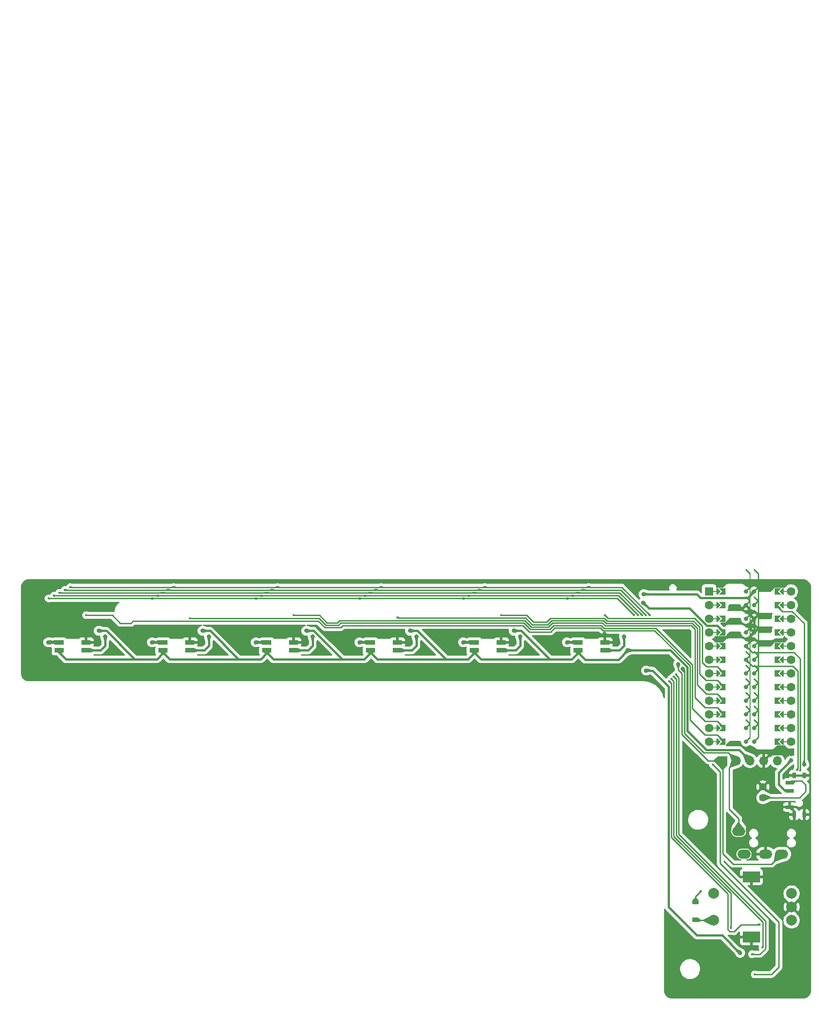
<source format=gtl>
G04 #@! TF.GenerationSoftware,KiCad,Pcbnew,7.0.5*
G04 #@! TF.CreationDate,2024-01-21T06:00:46-08:00*
G04 #@! TF.ProjectId,Seismos_5CoreL,53656973-6d6f-4735-9f35-436f72654c2e,rev?*
G04 #@! TF.SameCoordinates,Original*
G04 #@! TF.FileFunction,Copper,L1,Top*
G04 #@! TF.FilePolarity,Positive*
%FSLAX46Y46*%
G04 Gerber Fmt 4.6, Leading zero omitted, Abs format (unit mm)*
G04 Created by KiCad (PCBNEW 7.0.5) date 2024-01-21 06:00:46*
%MOMM*%
%LPD*%
G01*
G04 APERTURE LIST*
G04 Aperture macros list*
%AMRoundRect*
0 Rectangle with rounded corners*
0 $1 Rounding radius*
0 $2 $3 $4 $5 $6 $7 $8 $9 X,Y pos of 4 corners*
0 Add a 4 corners polygon primitive as box body*
4,1,4,$2,$3,$4,$5,$6,$7,$8,$9,$2,$3,0*
0 Add four circle primitives for the rounded corners*
1,1,$1+$1,$2,$3*
1,1,$1+$1,$4,$5*
1,1,$1+$1,$6,$7*
1,1,$1+$1,$8,$9*
0 Add four rect primitives between the rounded corners*
20,1,$1+$1,$2,$3,$4,$5,0*
20,1,$1+$1,$4,$5,$6,$7,0*
20,1,$1+$1,$6,$7,$8,$9,0*
20,1,$1+$1,$8,$9,$2,$3,0*%
%AMFreePoly0*
4,1,5,0.125000,-0.500000,-0.125000,-0.500000,-0.125000,0.500000,0.125000,0.500000,0.125000,-0.500000,0.125000,-0.500000,$1*%
%AMFreePoly1*
4,1,6,0.600000,0.200000,0.000000,-0.400000,-0.600000,0.200000,-0.600000,0.400000,0.600000,0.400000,0.600000,0.200000,0.600000,0.200000,$1*%
%AMFreePoly2*
4,1,6,0.600000,-0.250000,-0.600000,-0.250000,-0.600000,1.000000,0.000000,0.400000,0.600000,1.000000,0.600000,-0.250000,0.600000,-0.250000,$1*%
%AMFreePoly3*
4,1,49,0.088388,4.152388,0.854389,3.386388,0.867767,3.368517,0.871157,3.365580,0.871925,3.362962,0.875711,3.357906,0.882287,3.327671,0.891000,3.298000,0.891000,0.766000,0.887823,0.743906,0.888144,0.739429,0.886835,0.737032,0.885937,0.730783,0.869213,0.704760,0.854389,0.677612,0.088388,-0.088388,0.064431,-0.106321,0.062500,-0.108253,0.061490,-0.108523,0.059906,-0.109710,
0.044798,-0.112996,0.000000,-0.125000,-0.004652,-0.123753,-0.008917,-0.124682,-0.028634,-0.117327,-0.062500,-0.108253,-0.068172,-0.102580,-0.074910,-0.100068,-0.087486,-0.083266,-0.108253,-0.062500,-0.111163,-0.051638,-0.117119,-0.043683,-0.118510,-0.024217,-0.125000,0.000000,-0.121245,0.014013,-0.122144,0.026571,-0.113772,0.041902,-0.108253,0.062500,-0.095631,0.075121,-0.088388,0.088388,
0.641000,0.817776,0.641000,3.246223,-0.088388,3.975612,-0.109710,4.004094,-0.124682,4.072917,-0.100068,4.138910,-0.043683,4.181119,0.026571,4.186144,0.088388,4.152388,0.088388,4.152388,$1*%
%AMFreePoly4*
4,1,49,0.088388,4.152388,0.850389,3.390388,0.863767,3.372517,0.867157,3.369580,0.867925,3.366962,0.871711,3.361906,0.878287,3.331671,0.887000,3.302000,0.887000,0.762000,0.883823,0.739906,0.884144,0.735429,0.882835,0.733032,0.881937,0.726783,0.865213,0.700760,0.850389,0.673612,0.088388,-0.088388,0.064431,-0.106321,0.062500,-0.108253,0.061490,-0.108523,0.059906,-0.109710,
0.044798,-0.112996,0.000000,-0.125000,-0.004652,-0.123753,-0.008917,-0.124682,-0.028634,-0.117327,-0.062500,-0.108253,-0.068172,-0.102580,-0.074910,-0.100068,-0.087486,-0.083266,-0.108253,-0.062500,-0.111163,-0.051638,-0.117119,-0.043683,-0.118510,-0.024217,-0.125000,0.000000,-0.121245,0.014013,-0.122144,0.026571,-0.113772,0.041902,-0.108253,0.062500,-0.095631,0.075121,-0.088388,0.088388,
0.637000,0.813776,0.637000,3.250223,-0.088388,3.975612,-0.109710,4.004094,-0.124682,4.072917,-0.100068,4.138910,-0.043683,4.181119,0.026571,4.186144,0.088388,4.152388,0.088388,4.152388,$1*%
G04 Aperture macros list end*
G04 #@! TA.AperFunction,ComponentPad*
%ADD10C,2.000000*%
G04 #@! TD*
G04 #@! TA.AperFunction,ComponentPad*
%ADD11R,3.200000X2.000000*%
G04 #@! TD*
G04 #@! TA.AperFunction,ComponentPad*
%ADD12O,2.500000X1.700000*%
G04 #@! TD*
G04 #@! TA.AperFunction,SMDPad,CuDef*
%ADD13R,1.803400X0.812800*%
G04 #@! TD*
G04 #@! TA.AperFunction,ComponentPad*
%ADD14R,1.700000X1.700000*%
G04 #@! TD*
G04 #@! TA.AperFunction,ComponentPad*
%ADD15O,1.700000X1.700000*%
G04 #@! TD*
G04 #@! TA.AperFunction,SMDPad,CuDef*
%ADD16R,1.500000X0.700000*%
G04 #@! TD*
G04 #@! TA.AperFunction,SMDPad,CuDef*
%ADD17R,0.800000X1.000000*%
G04 #@! TD*
G04 #@! TA.AperFunction,ComponentPad*
%ADD18C,1.400000*%
G04 #@! TD*
G04 #@! TA.AperFunction,ComponentPad*
%ADD19C,1.600000*%
G04 #@! TD*
G04 #@! TA.AperFunction,SMDPad,CuDef*
%ADD20FreePoly0,270.000000*%
G04 #@! TD*
G04 #@! TA.AperFunction,SMDPad,CuDef*
%ADD21FreePoly1,270.000000*%
G04 #@! TD*
G04 #@! TA.AperFunction,SMDPad,CuDef*
%ADD22FreePoly1,90.000000*%
G04 #@! TD*
G04 #@! TA.AperFunction,SMDPad,CuDef*
%ADD23FreePoly0,90.000000*%
G04 #@! TD*
G04 #@! TA.AperFunction,ComponentPad*
%ADD24R,1.600000X1.600000*%
G04 #@! TD*
G04 #@! TA.AperFunction,SMDPad,CuDef*
%ADD25FreePoly2,270.000000*%
G04 #@! TD*
G04 #@! TA.AperFunction,SMDPad,CuDef*
%ADD26FreePoly3,270.000000*%
G04 #@! TD*
G04 #@! TA.AperFunction,ComponentPad*
%ADD27C,0.800000*%
G04 #@! TD*
G04 #@! TA.AperFunction,SMDPad,CuDef*
%ADD28FreePoly4,90.000000*%
G04 #@! TD*
G04 #@! TA.AperFunction,SMDPad,CuDef*
%ADD29FreePoly2,90.000000*%
G04 #@! TD*
G04 #@! TA.AperFunction,SMDPad,CuDef*
%ADD30RoundRect,0.225000X-0.375000X0.225000X-0.375000X-0.225000X0.375000X-0.225000X0.375000X0.225000X0*%
G04 #@! TD*
G04 #@! TA.AperFunction,ViaPad*
%ADD31C,0.800000*%
G04 #@! TD*
G04 #@! TA.AperFunction,ViaPad*
%ADD32C,0.400000*%
G04 #@! TD*
G04 #@! TA.AperFunction,Conductor*
%ADD33C,0.381000*%
G04 #@! TD*
G04 #@! TA.AperFunction,Conductor*
%ADD34C,0.254000*%
G04 #@! TD*
G04 APERTURE END LIST*
D10*
X173390000Y-83460000D03*
X173390000Y-78460000D03*
X173390000Y-80960000D03*
D11*
X165890000Y-86560000D03*
X165890000Y-75360000D03*
D10*
X158890000Y-78460000D03*
X158890000Y-83460000D03*
D12*
X164530000Y-71125000D03*
X168530000Y-71125000D03*
X171530000Y-71125000D03*
X163530000Y-66925000D03*
D13*
X42151900Y-33249300D03*
X42151900Y-31750700D03*
X37148100Y-31750700D03*
X37148100Y-33249300D03*
X133648100Y-33249300D03*
X133648100Y-31750700D03*
X138651900Y-31750700D03*
X138651900Y-33249300D03*
X95048100Y-33249300D03*
X95048100Y-31750700D03*
X100051900Y-31750700D03*
X100051900Y-33249300D03*
X75748100Y-33249300D03*
X75748100Y-31750700D03*
X80751900Y-31750700D03*
X80751900Y-33249300D03*
D14*
X160556000Y-53766000D03*
D15*
X163096000Y-53766000D03*
X165636000Y-53766000D03*
X168176000Y-53766000D03*
X170716000Y-53766000D03*
D16*
X173050000Y-59382000D03*
D17*
X173835000Y-63782000D03*
X175765000Y-63782000D03*
X173835000Y-56482000D03*
X175765000Y-56482000D03*
D16*
X173050000Y-57882000D03*
X173050000Y-62382000D03*
D18*
X168050500Y-58632000D03*
X168050500Y-60632000D03*
D19*
X173256000Y-22286000D03*
D20*
X171986000Y-22286000D03*
D21*
X171478000Y-22286000D03*
D22*
X159794000Y-22286000D03*
D23*
X159286000Y-22286000D03*
D19*
X158016000Y-22286000D03*
D24*
X158016000Y-22286000D03*
D19*
X173256000Y-24826000D03*
D20*
X171986000Y-24826000D03*
D21*
X171478000Y-24826000D03*
D22*
X159794000Y-24826000D03*
D23*
X159286000Y-24826000D03*
D19*
X158016000Y-24826000D03*
X173256000Y-27366000D03*
D20*
X171986000Y-27366000D03*
D21*
X171478000Y-27366000D03*
D22*
X159794000Y-27366000D03*
D23*
X159286000Y-27366000D03*
D19*
X158016000Y-27366000D03*
X173256000Y-29906000D03*
D20*
X171986000Y-29906000D03*
D21*
X171478000Y-29906000D03*
D22*
X159794000Y-29906000D03*
D23*
X159286000Y-29906000D03*
D19*
X158016000Y-29906000D03*
X173256000Y-32446000D03*
D20*
X171986000Y-32446000D03*
D21*
X171478000Y-32446000D03*
D22*
X159794000Y-32446000D03*
D23*
X159286000Y-32446000D03*
D19*
X158016000Y-32446000D03*
X173256000Y-34986000D03*
D20*
X171986000Y-34986000D03*
D21*
X171478000Y-34986000D03*
D22*
X159794000Y-34986000D03*
D23*
X159286000Y-34986000D03*
D19*
X158016000Y-34986000D03*
X173256000Y-37526000D03*
D20*
X171986000Y-37526000D03*
D21*
X171478000Y-37526000D03*
D22*
X159794000Y-37526000D03*
D23*
X159286000Y-37526000D03*
D19*
X158016000Y-37526000D03*
X173256000Y-40066000D03*
D20*
X171986000Y-40066000D03*
D21*
X171478000Y-40066000D03*
D22*
X159794000Y-40066000D03*
D23*
X159286000Y-40066000D03*
D19*
X158016000Y-40066000D03*
X173256000Y-42606000D03*
D20*
X171986000Y-42606000D03*
D21*
X171478000Y-42606000D03*
D22*
X159794000Y-42606000D03*
D23*
X159286000Y-42606000D03*
D19*
X158016000Y-42606000D03*
X173256000Y-45146000D03*
D20*
X171986000Y-45146000D03*
D21*
X171478000Y-45146000D03*
D22*
X159794000Y-45146000D03*
D23*
X159286000Y-45146000D03*
D19*
X158016000Y-45146000D03*
X173256000Y-47686000D03*
D20*
X171986000Y-47686000D03*
D21*
X171478000Y-47686000D03*
D22*
X159794000Y-47686000D03*
D23*
X159286000Y-47686000D03*
D19*
X158016000Y-47686000D03*
X173256000Y-50226000D03*
D20*
X171986000Y-50226000D03*
D21*
X171478000Y-50226000D03*
D22*
X159794000Y-50226000D03*
D23*
X159286000Y-50226000D03*
D19*
X158016000Y-50226000D03*
D25*
X170462000Y-22286000D03*
D26*
X166398000Y-22286000D03*
D27*
X166398000Y-22286000D03*
D25*
X170462000Y-24826000D03*
D26*
X166398000Y-24826000D03*
D27*
X166398000Y-24826000D03*
D25*
X170462000Y-27366000D03*
D26*
X166398000Y-27366000D03*
D27*
X166398000Y-27366000D03*
D25*
X170462000Y-29906000D03*
D26*
X166398000Y-29906000D03*
D27*
X166398000Y-29906000D03*
D25*
X170462000Y-32446000D03*
D26*
X166398000Y-32446000D03*
D27*
X166398000Y-32446000D03*
D25*
X170462000Y-34986000D03*
D26*
X166398000Y-34986000D03*
D27*
X166398000Y-34986000D03*
D25*
X170462000Y-37526000D03*
D26*
X166398000Y-37526000D03*
D27*
X166398000Y-37526000D03*
D25*
X170462000Y-40066000D03*
D26*
X166398000Y-40066000D03*
D27*
X166398000Y-40066000D03*
D25*
X170462000Y-42606000D03*
D26*
X166398000Y-42606000D03*
D27*
X166398000Y-42606000D03*
D25*
X170462000Y-45146000D03*
D26*
X166398000Y-45146000D03*
D27*
X166398000Y-45146000D03*
D25*
X170462000Y-47686000D03*
D26*
X166398000Y-47686000D03*
D27*
X166398000Y-47686000D03*
D25*
X170462000Y-50226000D03*
D26*
X166398000Y-50226000D03*
D27*
X166398000Y-50226000D03*
D28*
X164874000Y-50226000D03*
D27*
X164874000Y-50226000D03*
D29*
X160810000Y-50226000D03*
D28*
X164874000Y-47686000D03*
D27*
X164874000Y-47686000D03*
D29*
X160810000Y-47686000D03*
D28*
X164874000Y-45146000D03*
D27*
X164874000Y-45146000D03*
D29*
X160810000Y-45146000D03*
D28*
X164874000Y-42606000D03*
D27*
X164874000Y-42606000D03*
D29*
X160810000Y-42606000D03*
D28*
X164874000Y-40066000D03*
D27*
X164874000Y-40066000D03*
D29*
X160810000Y-40066000D03*
D28*
X164874000Y-37526000D03*
D27*
X164874000Y-37526000D03*
D29*
X160810000Y-37526000D03*
D28*
X164874000Y-34986000D03*
D27*
X164874000Y-34986000D03*
D29*
X160810000Y-34986000D03*
D28*
X164874000Y-32446000D03*
D27*
X164874000Y-32446000D03*
D29*
X160810000Y-32446000D03*
D28*
X164874000Y-29906000D03*
D27*
X164874000Y-29906000D03*
D29*
X160810000Y-29906000D03*
D28*
X164874000Y-27366000D03*
D27*
X164874000Y-27366000D03*
D29*
X160810000Y-27366000D03*
D28*
X164874000Y-24826000D03*
D27*
X164874000Y-24826000D03*
D29*
X160810000Y-24826000D03*
D28*
X164874000Y-22286000D03*
D27*
X164874000Y-22286000D03*
D29*
X160810000Y-22286000D03*
D13*
X114348100Y-33249300D03*
X114348100Y-31750700D03*
X119351900Y-31750700D03*
X119351900Y-33249300D03*
D30*
X155500000Y-80050000D03*
X155500000Y-83350000D03*
D13*
X56448100Y-33249300D03*
X56448100Y-31750700D03*
X61451900Y-31750700D03*
X61451900Y-33249300D03*
D31*
X172250000Y-56500000D03*
X61400000Y-30200000D03*
X66500000Y-33600000D03*
X80700000Y-30200000D03*
X124400000Y-33600000D03*
X138600000Y-30200000D03*
X100000000Y-30200000D03*
X173309500Y-52525500D03*
X85800000Y-33600000D03*
X119300000Y-30200000D03*
X105100000Y-33600000D03*
X47200000Y-33600000D03*
X151300000Y-29975000D03*
X42100000Y-30200000D03*
D32*
X97050000Y-21490000D03*
X151894372Y-37727939D03*
X77750000Y-21490000D03*
X39150000Y-21490000D03*
X58450000Y-21490000D03*
X135650000Y-21490000D03*
X166000000Y-89750000D03*
X116350000Y-21490000D03*
X147000000Y-26700000D03*
X115350000Y-22016500D03*
X151417895Y-38091769D03*
X96050000Y-22016500D03*
X57450000Y-22016500D03*
X38150000Y-22016500D03*
X134650000Y-22016500D03*
X146277708Y-26722292D03*
X167973500Y-88500000D03*
X76750000Y-22016500D03*
X133650000Y-22543000D03*
X150987491Y-38509089D03*
X95050000Y-22543000D03*
X145552708Y-26697292D03*
X56450000Y-22543000D03*
X162100000Y-84900000D03*
X114350000Y-22543000D03*
X75750000Y-22543000D03*
X37150000Y-22543000D03*
X150565736Y-38935147D03*
X94050000Y-23069500D03*
X144830416Y-26719584D03*
X132650000Y-23069500D03*
X74750000Y-23069500D03*
X55450000Y-23069500D03*
X113350000Y-23069500D03*
X36150000Y-23069500D03*
X167400000Y-84250000D03*
D31*
X142900000Y-33250000D03*
X83100000Y-29600000D03*
X102400000Y-29600000D03*
X63800000Y-29600000D03*
X145775000Y-24375000D03*
X121700000Y-29600000D03*
X44500000Y-29600000D03*
X153152500Y-36702815D03*
X152291385Y-35808615D03*
X145824000Y-22794000D03*
D32*
X138650000Y-26700000D03*
X119350000Y-26700000D03*
X100050000Y-27138000D03*
X80750000Y-26700000D03*
X61450000Y-27300000D03*
X42150000Y-26700000D03*
D31*
X173276468Y-53676468D03*
D32*
X175000000Y-55600000D03*
X174392563Y-55462852D03*
D31*
X131600000Y-31750700D03*
X112300000Y-31750700D03*
X93000000Y-31750700D03*
X73700000Y-31750700D03*
X54400000Y-31750700D03*
D32*
X112350000Y-23596000D03*
X144058124Y-26691876D03*
X156500000Y-78000000D03*
X54450000Y-23596000D03*
X131650000Y-23596000D03*
X93050000Y-23596000D03*
X35150000Y-23596000D03*
X73750000Y-23596000D03*
D31*
X175726500Y-54500000D03*
X146300000Y-37000000D03*
X35100000Y-31750700D03*
X35400000Y-31750000D03*
X163800000Y-89500000D03*
D32*
X158750000Y-54500000D03*
X166500000Y-93500000D03*
D31*
X142200000Y-30700000D03*
X122900000Y-30700000D03*
X103600000Y-30700000D03*
X84300000Y-30700000D03*
X65000000Y-30700000D03*
X45700000Y-30700000D03*
D33*
X173835000Y-63167000D02*
X173050000Y-62382000D01*
X80700000Y-30200000D02*
X80751900Y-30251900D01*
X119351900Y-30251900D02*
X119351900Y-31750700D01*
X100000000Y-30200000D02*
X100051900Y-30251900D01*
X166398000Y-29906000D02*
X166398000Y-27366000D01*
X173835000Y-63782000D02*
X173835000Y-63167000D01*
X42100000Y-30200000D02*
X42151900Y-30251900D01*
X119300000Y-30200000D02*
X119351900Y-30251900D01*
X138651900Y-30251900D02*
X138651900Y-31750700D01*
X61451900Y-30251900D02*
X61451900Y-31750700D01*
X173835000Y-56482000D02*
X175765000Y-56482000D01*
X138600000Y-30200000D02*
X138651900Y-30251900D01*
X42151900Y-30251900D02*
X42151900Y-31750700D01*
X169416500Y-52525500D02*
X168176000Y-53766000D01*
X80751900Y-30251900D02*
X80751900Y-31750700D01*
X173309500Y-52525500D02*
X169416500Y-52525500D01*
X100051900Y-30251900D02*
X100051900Y-31750700D01*
X61400000Y-30200000D02*
X61451900Y-30251900D01*
D34*
X168500000Y-83573844D02*
X152379500Y-67453344D01*
X166000000Y-89750000D02*
X167468791Y-89750000D01*
X167468791Y-89750000D02*
X168500000Y-88718791D01*
X97050000Y-21490000D02*
X77750000Y-21490000D01*
X152385000Y-56615000D02*
X152385000Y-38307634D01*
X152379500Y-67453344D02*
X152379500Y-56620500D01*
X168500000Y-88718791D02*
X168500000Y-83573844D01*
X151894372Y-37817006D02*
X151894372Y-37727939D01*
X152385000Y-38307634D02*
X151894372Y-37817006D01*
X141790000Y-21490000D02*
X135650000Y-21490000D01*
X135650000Y-21490000D02*
X116350000Y-21490000D01*
X147000000Y-26700000D02*
X141790000Y-21490000D01*
X58450000Y-21490000D02*
X39150000Y-21490000D01*
X77750000Y-21490000D02*
X58450000Y-21490000D01*
X116350000Y-21490000D02*
X97050000Y-21490000D01*
X152379500Y-56620500D02*
X152385000Y-56615000D01*
X146277708Y-26722292D02*
X146277708Y-26677708D01*
X168046000Y-83761896D02*
X151925500Y-67641396D01*
X96050000Y-22016500D02*
X76750000Y-22016500D01*
X151925500Y-67641396D02*
X151925500Y-46828553D01*
X146277708Y-26677708D02*
X141616500Y-22016500D01*
X115350000Y-22016500D02*
X96050000Y-22016500D01*
X151925500Y-46828553D02*
X151931000Y-46823053D01*
X151931000Y-38604874D02*
X151417895Y-38091769D01*
X168046000Y-88427500D02*
X168046000Y-83761896D01*
X167973500Y-88500000D02*
X168046000Y-88427500D01*
X141616500Y-22016500D02*
X134650000Y-22016500D01*
X76750000Y-22016500D02*
X57450000Y-22016500D01*
X151931000Y-46823053D02*
X151931000Y-38604874D01*
X57450000Y-22016500D02*
X38150000Y-22016500D01*
X134650000Y-22016500D02*
X115350000Y-22016500D01*
X162089006Y-78446954D02*
X151471500Y-67829448D01*
X145552708Y-26697292D02*
X141398416Y-22543000D01*
X75750000Y-22543000D02*
X56450000Y-22543000D01*
X162089006Y-84889006D02*
X162089006Y-78446954D01*
X133650000Y-22543000D02*
X114350000Y-22543000D01*
X141398416Y-22543000D02*
X133650000Y-22543000D01*
X151471500Y-38993098D02*
X150987491Y-38509089D01*
X162100000Y-84900000D02*
X162089006Y-84889006D01*
X114350000Y-22543000D02*
X95050000Y-22543000D01*
X151471500Y-67829448D02*
X151471500Y-38993098D01*
X56450000Y-22543000D02*
X37150000Y-22543000D01*
X95050000Y-22543000D02*
X75750000Y-22543000D01*
X113349500Y-23070000D02*
X94050500Y-23070000D01*
X74749500Y-23070000D02*
X55450500Y-23070000D01*
X141180332Y-23069500D02*
X132650000Y-23069500D01*
X164000000Y-84250000D02*
X162700000Y-85550000D01*
X167400000Y-84250000D02*
X164000000Y-84250000D01*
X151017500Y-39386911D02*
X150565736Y-38935147D01*
X132649500Y-23070000D02*
X113350500Y-23070000D01*
X132650000Y-23069500D02*
X132649500Y-23070000D01*
X161489503Y-78489503D02*
X151017500Y-68017500D01*
X161870715Y-85527000D02*
X161489503Y-85145788D01*
X113350500Y-23070000D02*
X113350000Y-23069500D01*
X144830416Y-26719584D02*
X141180332Y-23069500D01*
X162677000Y-85527000D02*
X161870715Y-85527000D01*
X151017500Y-68017500D02*
X151017500Y-39386911D01*
X55449500Y-23070000D02*
X36150500Y-23070000D01*
X161489503Y-85145788D02*
X161489503Y-78489503D01*
X94049500Y-23070000D02*
X74750500Y-23070000D01*
X162700000Y-85550000D02*
X162677000Y-85527000D01*
D33*
X150850000Y-33250000D02*
X153942500Y-36342500D01*
X95048100Y-33751900D02*
X95048100Y-33249300D01*
X115592400Y-34900000D02*
X132500000Y-34900000D01*
X74600000Y-34900000D02*
X75748100Y-33751900D01*
X75748100Y-33249300D02*
X75748100Y-33655700D01*
X37148100Y-33249300D02*
X37148100Y-33655700D01*
X157602378Y-28636000D02*
X159540000Y-28636000D01*
X159540000Y-28636000D02*
X160810000Y-29906000D01*
X45900000Y-29600000D02*
X51200000Y-34900000D01*
X65200000Y-29600000D02*
X70500000Y-34900000D01*
X103800000Y-29600000D02*
X109100000Y-34900000D01*
X142900000Y-33250000D02*
X150850000Y-33250000D01*
X56448100Y-33655700D02*
X57692400Y-34900000D01*
X102400000Y-29600000D02*
X103800000Y-29600000D01*
X145775000Y-24375000D02*
X146846750Y-25446750D01*
X123100000Y-29600000D02*
X128400000Y-34900000D01*
X75748100Y-33751900D02*
X75748100Y-33249300D01*
X38392400Y-34900000D02*
X55300000Y-34900000D01*
X44500000Y-29600000D02*
X45900000Y-29600000D01*
X153942500Y-48184500D02*
X157508000Y-51750000D01*
X95048100Y-33249300D02*
X95048100Y-33655700D01*
X57692400Y-34900000D02*
X74600000Y-34900000D01*
X133648100Y-33751900D02*
X133648100Y-33249300D01*
X56448100Y-33751900D02*
X56448100Y-33249300D01*
X63800000Y-29600000D02*
X65200000Y-29600000D01*
X146846750Y-25446750D02*
X154413128Y-25446750D01*
X113200000Y-34900000D02*
X114348100Y-33751900D01*
X75748100Y-33655700D02*
X76992400Y-34900000D01*
X56448100Y-33249300D02*
X56448100Y-33655700D01*
X133648100Y-33655700D02*
X134992400Y-35000000D01*
X76992400Y-34900000D02*
X93900000Y-34900000D01*
X141150000Y-35000000D02*
X142900000Y-33250000D01*
X114348100Y-33751900D02*
X114348100Y-33249300D01*
X55300000Y-34900000D02*
X56448100Y-33751900D01*
X114348100Y-33655700D02*
X115592400Y-34900000D01*
X114348100Y-33249300D02*
X114348100Y-33655700D01*
X84500000Y-29600000D02*
X89800000Y-34900000D01*
X132500000Y-34900000D02*
X133648100Y-33751900D01*
X95048100Y-33655700D02*
X96292400Y-34900000D01*
X83100000Y-29600000D02*
X84500000Y-29600000D01*
X163620000Y-51750000D02*
X165636000Y-53766000D01*
X157508000Y-51750000D02*
X163620000Y-51750000D01*
X153942500Y-36342500D02*
X153942500Y-48184500D01*
X121700000Y-29600000D02*
X123100000Y-29600000D01*
X133648100Y-33249300D02*
X133648100Y-33655700D01*
X154413128Y-25446750D02*
X157602378Y-28636000D01*
X134992400Y-35000000D02*
X141150000Y-35000000D01*
X37148100Y-33655700D02*
X38392400Y-34900000D01*
X96292400Y-34900000D02*
X113200000Y-34900000D01*
X93900000Y-34900000D02*
X95048100Y-33751900D01*
D34*
X153152500Y-36702815D02*
X153425000Y-36975315D01*
X153425000Y-48683000D02*
X157009500Y-52267500D01*
X161800000Y-62800000D02*
X161800000Y-55062000D01*
X153425000Y-36975315D02*
X153425000Y-48683000D01*
X163530000Y-64530000D02*
X161800000Y-62800000D01*
X163530000Y-66925000D02*
X163530000Y-64530000D01*
X161597500Y-52267500D02*
X163096000Y-53766000D01*
X157009500Y-52267500D02*
X161597500Y-52267500D01*
X161800000Y-55062000D02*
X163096000Y-53766000D01*
X171530000Y-71125000D02*
X169655000Y-73000000D01*
X162500000Y-73000000D02*
X160556000Y-71056000D01*
X157865948Y-53766000D02*
X160556000Y-53766000D01*
X169655000Y-73000000D02*
X162500000Y-73000000D01*
X152971000Y-37549449D02*
X152971000Y-48871052D01*
X152291385Y-35808615D02*
X152291385Y-36869834D01*
X152291385Y-36869834D02*
X152971000Y-37549449D01*
X152971000Y-48871052D02*
X157865948Y-53766000D01*
X160556000Y-71056000D02*
X160556000Y-53766000D01*
D33*
X156412500Y-23476500D02*
X165207500Y-23476500D01*
X165207500Y-23476500D02*
X166398000Y-22286000D01*
X145824000Y-22794000D02*
X155730000Y-22794000D01*
X155730000Y-22794000D02*
X156412500Y-23476500D01*
D34*
X157508000Y-36256000D02*
X159540000Y-36256000D01*
X156746000Y-35494000D02*
X157508000Y-36256000D01*
X156746000Y-28746000D02*
X156746000Y-35494000D01*
X138650000Y-26700000D02*
X139250000Y-27300000D01*
X159540000Y-36256000D02*
X160810000Y-37526000D01*
X139250000Y-27300000D02*
X155300000Y-27300000D01*
X155300000Y-27300000D02*
X156746000Y-28746000D01*
X156292000Y-37614910D02*
X157473090Y-38796000D01*
X156292000Y-28934052D02*
X156292000Y-37614910D01*
X124050000Y-26700000D02*
X125327000Y-27977000D01*
X159540000Y-38796000D02*
X160810000Y-40066000D01*
X125327000Y-27977000D02*
X127795950Y-27977000D01*
X128522950Y-27250000D02*
X138557947Y-27250000D01*
X127795950Y-27977000D02*
X128522950Y-27250000D01*
X139061947Y-27754000D02*
X155111948Y-27754000D01*
X119350000Y-26700000D02*
X124050000Y-26700000D01*
X157473090Y-38796000D02*
X159540000Y-38796000D01*
X138557947Y-27250000D02*
X139061947Y-27754000D01*
X155111948Y-27754000D02*
X156292000Y-28934052D01*
X155838000Y-29122104D02*
X155838000Y-39666000D01*
X157508000Y-41336000D02*
X159540000Y-41336000D01*
X127984002Y-28431000D02*
X128711002Y-27704000D01*
X159540000Y-41336000D02*
X160810000Y-42606000D01*
X138369895Y-27704000D02*
X138873895Y-28208000D01*
X154923896Y-28208000D02*
X155838000Y-29122104D01*
X138873895Y-28208000D02*
X154923896Y-28208000D01*
X155838000Y-39666000D02*
X157508000Y-41336000D01*
X128711002Y-27704000D02*
X138369895Y-27704000D01*
X100139000Y-27227000D02*
X123934948Y-27227000D01*
X100050000Y-27138000D02*
X100139000Y-27227000D01*
X125138948Y-28431000D02*
X127984002Y-28431000D01*
X123934948Y-27227000D02*
X125138948Y-28431000D01*
X80750000Y-26700000D02*
X85550000Y-26700000D01*
X123765896Y-27700000D02*
X124950896Y-28885000D01*
X138181843Y-28158000D02*
X138685843Y-28662000D01*
X155384000Y-29310156D02*
X155384000Y-42006000D01*
X85550000Y-26700000D02*
X86950000Y-28100000D01*
X138685843Y-28662000D02*
X154735844Y-28662000D01*
X128899054Y-28158000D02*
X138181843Y-28158000D01*
X88900000Y-28100000D02*
X89300000Y-27700000D01*
X154735844Y-28662000D02*
X155384000Y-29310156D01*
X157254000Y-43876000D02*
X159540000Y-43876000D01*
X89300000Y-27700000D02*
X123765896Y-27700000D01*
X124950896Y-28885000D02*
X128172054Y-28885000D01*
X155384000Y-42006000D02*
X157254000Y-43876000D01*
X128172054Y-28885000D02*
X128899054Y-28158000D01*
X159540000Y-43876000D02*
X160810000Y-45146000D01*
X86950000Y-28100000D02*
X88900000Y-28100000D01*
X85507948Y-27300000D02*
X86761948Y-28554000D01*
X129087106Y-28612000D02*
X137993791Y-28612000D01*
X154930000Y-44092000D02*
X157254000Y-46416000D01*
X154930000Y-35956092D02*
X154930000Y-44092000D01*
X148089908Y-29116000D02*
X154930000Y-35956092D01*
X159540000Y-46416000D02*
X160810000Y-47686000D01*
X124762844Y-29339000D02*
X128360106Y-29339000D01*
X61450000Y-27300000D02*
X85507948Y-27300000D01*
X157254000Y-46416000D02*
X159540000Y-46416000D01*
X123577844Y-28154000D02*
X124762844Y-29339000D01*
X138497791Y-29116000D02*
X148089908Y-29116000D01*
X128360106Y-29339000D02*
X129087106Y-28612000D01*
X137993791Y-28612000D02*
X138497791Y-29116000D01*
X86761948Y-28554000D02*
X89088052Y-28554000D01*
X89088052Y-28554000D02*
X89488052Y-28154000D01*
X89488052Y-28154000D02*
X123577844Y-28154000D01*
X85273000Y-27827000D02*
X50873000Y-27827000D01*
X147901856Y-29570000D02*
X154460000Y-36128144D01*
X157254000Y-48956000D02*
X159540000Y-48956000D01*
X86573896Y-29008000D02*
X85332948Y-27767052D01*
X50500000Y-28200000D02*
X48500000Y-28200000D01*
X154460000Y-36128144D02*
X154460000Y-46162000D01*
X123389792Y-28608000D02*
X89900000Y-28608000D01*
X89500000Y-29008000D02*
X86573896Y-29008000D01*
X89900000Y-28608000D02*
X89500000Y-29008000D01*
X48500000Y-28200000D02*
X47000000Y-26700000D01*
X137805739Y-29066000D02*
X138309739Y-29570000D01*
X159540000Y-48956000D02*
X160810000Y-50226000D01*
X154460000Y-46162000D02*
X157254000Y-48956000D01*
X128548158Y-29793000D02*
X129275158Y-29066000D01*
X50873000Y-27827000D02*
X50500000Y-28200000D01*
X123389792Y-28608000D02*
X124574792Y-29793000D01*
X129275158Y-29066000D02*
X137805739Y-29066000D01*
X124574792Y-29793000D02*
X128548158Y-29793000D01*
X47000000Y-26700000D02*
X42150000Y-26700000D01*
X85332948Y-27767052D02*
X85273000Y-27827000D01*
X138309739Y-29570000D02*
X147901856Y-29570000D01*
D33*
X171000000Y-55952936D02*
X171000000Y-58209000D01*
X171000000Y-58209000D02*
X172100000Y-59309000D01*
X173276468Y-53676468D02*
X171000000Y-55952936D01*
X172100000Y-59309000D02*
X172700000Y-59309000D01*
D34*
X166092000Y-33664000D02*
X164874000Y-32446000D01*
X175000000Y-55600000D02*
X175000000Y-34800000D01*
X173864000Y-33664000D02*
X166092000Y-33664000D01*
X175000000Y-34800000D02*
X173864000Y-33664000D01*
X174546000Y-37146000D02*
X173600000Y-36200000D01*
X169883224Y-36204000D02*
X166092000Y-36204000D01*
X174546000Y-55309415D02*
X174546000Y-37146000D01*
X166092000Y-36204000D02*
X164874000Y-34986000D01*
X174392563Y-55462852D02*
X174546000Y-55309415D01*
X173600000Y-36200000D02*
X169887225Y-36200000D01*
X169887225Y-36200000D02*
X169883224Y-36204000D01*
D33*
X131600000Y-31750700D02*
X133648100Y-31750700D01*
X112300000Y-31750700D02*
X114348100Y-31750700D01*
X93000000Y-31750700D02*
X95048100Y-31750700D01*
X73700000Y-31750700D02*
X75748100Y-31750700D01*
X54400000Y-31750700D02*
X56448100Y-31750700D01*
D34*
X173400000Y-57532000D02*
X175282000Y-57532000D01*
X176000000Y-58250000D02*
X176000000Y-59500000D01*
X174868000Y-60632000D02*
X168050500Y-60632000D01*
X173050000Y-57882000D02*
X173400000Y-57532000D01*
X175282000Y-57532000D02*
X176000000Y-58250000D01*
X176000000Y-59500000D02*
X174868000Y-60632000D01*
X112350000Y-23596000D02*
X93050000Y-23596000D01*
X131650000Y-23596000D02*
X112350000Y-23596000D01*
X144058124Y-26691876D02*
X140962248Y-23596000D01*
X156500000Y-78000000D02*
X155500000Y-79000000D01*
X54450000Y-23596000D02*
X35150000Y-23596000D01*
X140962248Y-23596000D02*
X131650000Y-23596000D01*
X73750000Y-23596000D02*
X54450000Y-23596000D01*
X155500000Y-79000000D02*
X155500000Y-80072000D01*
X93050000Y-23596000D02*
X73750000Y-23596000D01*
X158890000Y-83460000D02*
X155588000Y-83460000D01*
X155588000Y-83460000D02*
X155500000Y-83372000D01*
X173483819Y-26000000D02*
X171636000Y-26000000D01*
X175726500Y-28242681D02*
X173483819Y-26000000D01*
X171636000Y-26000000D02*
X170462000Y-24826000D01*
X175726500Y-54500000D02*
X175726500Y-28242681D01*
D33*
X150500000Y-81000000D02*
X155750000Y-86250000D01*
X150500000Y-40000000D02*
X150500000Y-81000000D01*
X147500000Y-37000000D02*
X150500000Y-40000000D01*
X35100000Y-31750700D02*
X37148100Y-31750700D01*
X35400000Y-31750000D02*
X37100000Y-31750000D01*
X146300000Y-37000000D02*
X147500000Y-37000000D01*
X163700000Y-89500000D02*
X163800000Y-89500000D01*
X160450000Y-86250000D02*
X163700000Y-89500000D01*
X155750000Y-86250000D02*
X160450000Y-86250000D01*
D34*
X158750000Y-54500000D02*
X160102000Y-55852000D01*
X171000000Y-92150000D02*
X169650000Y-93500000D01*
X160102000Y-55852000D02*
X160102000Y-72852000D01*
X169650000Y-93500000D02*
X166500000Y-93500000D01*
X160102000Y-72852000D02*
X171000000Y-83750000D01*
X171000000Y-83750000D02*
X171000000Y-92150000D01*
D33*
X142200000Y-30700000D02*
X142200000Y-32400000D01*
X141350700Y-33249300D02*
X138651900Y-33249300D01*
X142200000Y-32400000D02*
X141350700Y-33249300D01*
X122050700Y-33249300D02*
X119351900Y-33249300D01*
X122900000Y-30700000D02*
X122900000Y-32400000D01*
X122900000Y-32400000D02*
X122050700Y-33249300D01*
X102750700Y-33249300D02*
X100051900Y-33249300D01*
X103600000Y-32400000D02*
X102750700Y-33249300D01*
X103600000Y-30700000D02*
X103600000Y-32400000D01*
X84300000Y-30700000D02*
X84300000Y-32400000D01*
X84300000Y-32400000D02*
X83450700Y-33249300D01*
X83450700Y-33249300D02*
X80751900Y-33249300D01*
X64150700Y-33249300D02*
X61451900Y-33249300D01*
X65000000Y-32400000D02*
X64150700Y-33249300D01*
X65000000Y-30700000D02*
X65000000Y-32400000D01*
X45700000Y-30700000D02*
X45700000Y-32400000D01*
X45700000Y-32400000D02*
X44850700Y-33249300D01*
X44850700Y-33249300D02*
X42151900Y-33249300D01*
G04 #@! TA.AperFunction,Conductor*
G36*
X175502208Y-20000657D02*
G01*
X175569665Y-20005482D01*
X175716644Y-20017049D01*
X175724933Y-20018271D01*
X175819165Y-20038770D01*
X175820341Y-20039039D01*
X175936225Y-20066860D01*
X175943401Y-20069051D01*
X176038779Y-20104625D01*
X176040707Y-20105385D01*
X176145857Y-20148939D01*
X176151847Y-20151805D01*
X176242937Y-20201543D01*
X176245580Y-20203073D01*
X176340903Y-20261488D01*
X176345643Y-20264705D01*
X176429440Y-20327435D01*
X176432520Y-20329898D01*
X176516937Y-20401997D01*
X176520513Y-20405303D01*
X176594695Y-20479485D01*
X176598001Y-20483061D01*
X176670094Y-20567471D01*
X176672576Y-20570574D01*
X176735289Y-20654349D01*
X176738521Y-20659111D01*
X176796910Y-20754393D01*
X176798463Y-20757076D01*
X176848193Y-20848151D01*
X176851059Y-20854141D01*
X176894592Y-20959237D01*
X176895395Y-20961278D01*
X176907025Y-20992457D01*
X176930942Y-21056582D01*
X176933140Y-21063782D01*
X176960948Y-21179610D01*
X176961244Y-21180904D01*
X176981723Y-21275044D01*
X176982950Y-21283368D01*
X176994519Y-21430374D01*
X176999342Y-21497788D01*
X176999500Y-21502213D01*
X176999500Y-96497786D01*
X176999342Y-96502212D01*
X176994519Y-96569624D01*
X176982950Y-96716632D01*
X176981723Y-96724956D01*
X176961249Y-96819072D01*
X176960953Y-96820366D01*
X176933140Y-96936216D01*
X176930942Y-96943416D01*
X176895403Y-97038701D01*
X176894592Y-97040761D01*
X176851059Y-97145857D01*
X176848193Y-97151847D01*
X176798463Y-97242922D01*
X176796910Y-97245605D01*
X176738521Y-97340887D01*
X176735289Y-97345649D01*
X176672576Y-97429424D01*
X176670087Y-97432536D01*
X176598001Y-97516937D01*
X176594695Y-97520513D01*
X176520513Y-97594695D01*
X176516937Y-97598001D01*
X176432536Y-97670087D01*
X176429424Y-97672576D01*
X176345649Y-97735289D01*
X176340887Y-97738521D01*
X176245605Y-97796910D01*
X176242922Y-97798463D01*
X176151847Y-97848193D01*
X176145857Y-97851059D01*
X176040761Y-97894592D01*
X176038701Y-97895403D01*
X175943416Y-97930942D01*
X175936216Y-97933140D01*
X175820366Y-97960953D01*
X175819072Y-97961249D01*
X175724956Y-97981723D01*
X175716632Y-97982950D01*
X175569624Y-97994519D01*
X175511459Y-97998680D01*
X175502206Y-97999342D01*
X175497786Y-97999500D01*
X151136214Y-97999500D01*
X151131792Y-97999342D01*
X151125088Y-97998862D01*
X151064375Y-97994519D01*
X150917366Y-97982950D01*
X150909042Y-97981723D01*
X150814926Y-97961249D01*
X150813632Y-97960953D01*
X150697782Y-97933140D01*
X150690582Y-97930942D01*
X150633050Y-97909484D01*
X150595278Y-97895395D01*
X150593237Y-97894592D01*
X150488141Y-97851059D01*
X150482151Y-97848193D01*
X150391076Y-97798463D01*
X150388393Y-97796910D01*
X150293106Y-97738517D01*
X150288349Y-97735289D01*
X150204574Y-97672576D01*
X150201471Y-97670094D01*
X150117061Y-97598001D01*
X150113485Y-97594695D01*
X150039303Y-97520513D01*
X150035997Y-97516937D01*
X149963898Y-97432520D01*
X149961435Y-97429440D01*
X149898705Y-97345643D01*
X149895488Y-97340903D01*
X149837073Y-97245580D01*
X149835535Y-97242922D01*
X149785805Y-97151847D01*
X149782939Y-97145857D01*
X149739385Y-97040707D01*
X149738625Y-97038779D01*
X149703051Y-96943401D01*
X149700860Y-96936225D01*
X149673039Y-96820341D01*
X149672770Y-96819165D01*
X149652271Y-96724933D01*
X149651049Y-96716644D01*
X149639482Y-96569665D01*
X149634658Y-96502209D01*
X149634500Y-96497786D01*
X149634500Y-92567763D01*
X152645787Y-92567763D01*
X152675413Y-92837013D01*
X152675415Y-92837024D01*
X152725010Y-93026727D01*
X152743928Y-93099088D01*
X152849870Y-93348390D01*
X152921998Y-93466575D01*
X152990979Y-93579605D01*
X152990986Y-93579615D01*
X153164253Y-93787819D01*
X153164259Y-93787824D01*
X153365998Y-93968582D01*
X153591910Y-94118044D01*
X153837176Y-94233020D01*
X153837183Y-94233022D01*
X153837185Y-94233023D01*
X154096557Y-94311057D01*
X154096564Y-94311058D01*
X154096569Y-94311060D01*
X154364561Y-94350500D01*
X154364566Y-94350500D01*
X154567629Y-94350500D01*
X154567631Y-94350500D01*
X154567636Y-94350499D01*
X154567648Y-94350499D01*
X154605191Y-94347750D01*
X154770156Y-94335677D01*
X154882758Y-94310593D01*
X155034546Y-94276782D01*
X155034548Y-94276781D01*
X155034553Y-94276780D01*
X155287558Y-94180014D01*
X155523777Y-94047441D01*
X155738177Y-93881888D01*
X155926186Y-93686881D01*
X156083799Y-93466579D01*
X156157787Y-93322669D01*
X156207649Y-93225690D01*
X156207651Y-93225684D01*
X156207656Y-93225675D01*
X156295118Y-92969305D01*
X156344319Y-92702933D01*
X156354212Y-92432235D01*
X156324586Y-92162982D01*
X156256072Y-91900912D01*
X156150130Y-91651610D01*
X156009018Y-91420390D01*
X155919747Y-91313119D01*
X155835746Y-91212180D01*
X155835740Y-91212175D01*
X155634002Y-91031418D01*
X155408092Y-90881957D01*
X155408090Y-90881956D01*
X155162824Y-90766980D01*
X155162819Y-90766978D01*
X155162814Y-90766976D01*
X154903442Y-90688942D01*
X154903428Y-90688939D01*
X154787791Y-90671921D01*
X154635439Y-90649500D01*
X154432369Y-90649500D01*
X154432351Y-90649500D01*
X154229844Y-90664323D01*
X154229831Y-90664325D01*
X153965453Y-90723217D01*
X153965446Y-90723220D01*
X153712439Y-90819987D01*
X153476226Y-90952557D01*
X153261822Y-91118112D01*
X153073822Y-91313109D01*
X153073816Y-91313116D01*
X152916202Y-91533419D01*
X152916199Y-91533424D01*
X152792350Y-91774309D01*
X152792343Y-91774327D01*
X152704884Y-92030685D01*
X152704881Y-92030699D01*
X152655681Y-92297068D01*
X152655680Y-92297075D01*
X152645787Y-92567763D01*
X149634500Y-92567763D01*
X149634500Y-81365719D01*
X149654185Y-81298680D01*
X149706989Y-81252925D01*
X149776147Y-81242981D01*
X149839703Y-81272006D01*
X149874442Y-81321748D01*
X149876520Y-81327228D01*
X149882252Y-81335532D01*
X149893277Y-81355080D01*
X149897414Y-81364272D01*
X149897415Y-81364273D01*
X149897416Y-81364275D01*
X149905258Y-81374284D01*
X149935578Y-81412988D01*
X149937797Y-81416003D01*
X149972946Y-81466925D01*
X149972947Y-81466926D01*
X149972948Y-81466927D01*
X150019277Y-81507971D01*
X150021969Y-81510505D01*
X155239484Y-86728019D01*
X155242035Y-86730730D01*
X155283073Y-86777052D01*
X155334010Y-86812211D01*
X155337012Y-86814420D01*
X155358692Y-86831405D01*
X155385725Y-86852584D01*
X155385727Y-86852585D01*
X155385726Y-86852585D01*
X155394913Y-86856719D01*
X155414465Y-86867745D01*
X155422773Y-86873480D01*
X155422775Y-86873480D01*
X155422777Y-86873482D01*
X155457611Y-86886692D01*
X155480645Y-86895427D01*
X155484083Y-86896852D01*
X155540517Y-86922251D01*
X155550433Y-86924068D01*
X155572055Y-86930094D01*
X155581490Y-86933673D01*
X155581489Y-86933673D01*
X155613447Y-86937553D01*
X155642912Y-86941130D01*
X155646615Y-86941694D01*
X155667440Y-86945510D01*
X155707485Y-86952849D01*
X155707485Y-86952848D01*
X155707486Y-86952849D01*
X155769251Y-86949113D01*
X155772995Y-86949000D01*
X160109102Y-86949000D01*
X160176141Y-86968685D01*
X160196783Y-86985319D01*
X162640477Y-89429012D01*
X162654389Y-89445596D01*
X163025144Y-89975378D01*
X163028042Y-89979928D01*
X163060958Y-90036941D01*
X163060963Y-90036948D01*
X163091169Y-90070496D01*
X163094312Y-90074278D01*
X163099977Y-90081673D01*
X163108268Y-90092496D01*
X163116660Y-90102525D01*
X163116663Y-90102528D01*
X163116664Y-90102529D01*
X163144748Y-90130168D01*
X163147322Y-90132858D01*
X163188747Y-90178866D01*
X163343248Y-90291118D01*
X163517712Y-90368794D01*
X163704513Y-90408500D01*
X163895487Y-90408500D01*
X164082288Y-90368794D01*
X164256752Y-90291118D01*
X164411253Y-90178866D01*
X164539040Y-90036944D01*
X164634527Y-89871556D01*
X164693542Y-89689928D01*
X164713504Y-89500000D01*
X164693542Y-89310072D01*
X164634527Y-89128444D01*
X164539040Y-88963056D01*
X164411253Y-88821134D01*
X164256752Y-88708882D01*
X164256751Y-88708881D01*
X164181079Y-88675190D01*
X164173762Y-88671328D01*
X164147002Y-88654837D01*
X164146983Y-88654828D01*
X163632144Y-88431365D01*
X163593834Y-88405299D01*
X161519752Y-86331216D01*
X161486267Y-86269893D01*
X161491251Y-86200201D01*
X161533123Y-86144268D01*
X161598587Y-86119851D01*
X161638268Y-86123430D01*
X161654777Y-86127669D01*
X161673177Y-86133968D01*
X161692007Y-86142117D01*
X161724511Y-86147264D01*
X161738813Y-86149530D01*
X161744532Y-86150714D01*
X161790433Y-86162500D01*
X161810941Y-86162500D01*
X161830338Y-86164026D01*
X161850592Y-86167234D01*
X161850593Y-86167235D01*
X161850593Y-86167234D01*
X161850594Y-86167235D01*
X161873000Y-86165117D01*
X161897776Y-86162775D01*
X161903614Y-86162500D01*
X162495011Y-86162500D01*
X162514407Y-86164026D01*
X162521289Y-86165116D01*
X162521292Y-86165117D01*
X162578963Y-86174251D01*
X162582754Y-86174975D01*
X162591926Y-86177025D01*
X162639719Y-86187708D01*
X162648202Y-86187441D01*
X162671499Y-86188908D01*
X162677009Y-86189780D01*
X162679879Y-86190235D01*
X162737984Y-86184741D01*
X162741850Y-86184498D01*
X162800205Y-86182665D01*
X162808356Y-86180296D01*
X162831283Y-86175922D01*
X162839732Y-86175124D01*
X162894643Y-86155353D01*
X162898345Y-86154152D01*
X162932366Y-86144268D01*
X162954393Y-86137869D01*
X162961694Y-86133550D01*
X162982826Y-86123607D01*
X162985709Y-86122569D01*
X162990804Y-86120735D01*
X163039087Y-86087921D01*
X163042350Y-86085849D01*
X163092598Y-86056134D01*
X163098594Y-86050137D01*
X163116583Y-86035256D01*
X163123604Y-86030485D01*
X163162222Y-85986679D01*
X163164858Y-85983872D01*
X163578320Y-85570411D01*
X163639642Y-85536927D01*
X163709334Y-85541911D01*
X163765267Y-85583783D01*
X163789684Y-85649247D01*
X163790000Y-85658093D01*
X163790000Y-86310000D01*
X164531956Y-86310000D01*
X164496366Y-86428877D01*
X164486172Y-86603906D01*
X164516616Y-86776567D01*
X164531038Y-86810000D01*
X163790000Y-86810000D01*
X163790000Y-87607844D01*
X163796401Y-87667372D01*
X163796403Y-87667379D01*
X163846645Y-87802086D01*
X163846649Y-87802093D01*
X163932809Y-87917187D01*
X163932812Y-87917190D01*
X164047906Y-88003350D01*
X164047913Y-88003354D01*
X164182620Y-88053596D01*
X164182627Y-88053598D01*
X164242155Y-88059999D01*
X164242172Y-88060000D01*
X165640000Y-88060000D01*
X165640000Y-87310000D01*
X166140000Y-87310000D01*
X166140000Y-88060000D01*
X167198834Y-88060000D01*
X167265873Y-88079685D01*
X167311628Y-88132489D01*
X167321572Y-88201647D01*
X167315548Y-88225878D01*
X167301217Y-88265816D01*
X167301217Y-88265817D01*
X167301026Y-88267107D01*
X167294315Y-88292860D01*
X167280534Y-88329200D01*
X167259796Y-88499999D01*
X167259796Y-88500000D01*
X167280534Y-88670801D01*
X167341545Y-88831673D01*
X167341546Y-88831675D01*
X167342805Y-88833499D01*
X167343315Y-88835047D01*
X167345033Y-88838319D01*
X167344489Y-88838604D01*
X167364688Y-88899853D01*
X167347223Y-88967504D01*
X167328437Y-88991619D01*
X167241878Y-89078180D01*
X167180555Y-89111666D01*
X167154196Y-89114500D01*
X166485095Y-89114500D01*
X166462833Y-89112485D01*
X166368642Y-89095295D01*
X166122565Y-89050385D01*
X166118860Y-89049591D01*
X166096304Y-89044032D01*
X166086028Y-89041500D01*
X166086027Y-89041500D01*
X166067260Y-89041500D01*
X166061516Y-89041233D01*
X166059269Y-89041024D01*
X166059268Y-89041024D01*
X165957166Y-89041500D01*
X165913972Y-89041500D01*
X165746920Y-89082673D01*
X165594567Y-89162634D01*
X165465789Y-89276722D01*
X165465786Y-89276725D01*
X165368045Y-89418326D01*
X165307034Y-89579198D01*
X165286296Y-89749999D01*
X165286296Y-89750000D01*
X165307034Y-89920801D01*
X165365488Y-90074931D01*
X165368046Y-90081675D01*
X165461415Y-90216942D01*
X165465786Y-90223274D01*
X165465789Y-90223277D01*
X165594567Y-90337365D01*
X165594568Y-90337365D01*
X165594570Y-90337367D01*
X165746917Y-90417325D01*
X165746919Y-90417325D01*
X165746920Y-90417326D01*
X165913972Y-90458500D01*
X166086030Y-90458500D01*
X166086032Y-90458499D01*
X166118884Y-90450402D01*
X166122565Y-90449612D01*
X166462822Y-90387515D01*
X166485085Y-90385500D01*
X167384944Y-90385500D01*
X167400723Y-90387241D01*
X167400749Y-90386974D01*
X167408510Y-90387708D01*
X167477809Y-90385531D01*
X167479756Y-90385500D01*
X167508768Y-90385500D01*
X167508774Y-90385500D01*
X167515804Y-90384611D01*
X167521627Y-90384153D01*
X167568996Y-90382665D01*
X167588697Y-90376940D01*
X167607742Y-90372997D01*
X167628090Y-90370427D01*
X167672184Y-90352968D01*
X167677647Y-90351098D01*
X167723184Y-90337869D01*
X167740845Y-90327423D01*
X167758303Y-90318871D01*
X167777379Y-90311319D01*
X167815719Y-90283462D01*
X167820591Y-90280261D01*
X167861389Y-90256134D01*
X167875885Y-90241637D01*
X167890683Y-90228998D01*
X167907278Y-90216942D01*
X167937497Y-90180411D01*
X167941411Y-90176110D01*
X168890074Y-89227448D01*
X168902458Y-89217529D01*
X168902286Y-89217321D01*
X168908289Y-89212352D01*
X168908303Y-89212344D01*
X168955790Y-89161773D01*
X168957063Y-89160459D01*
X168977639Y-89139885D01*
X168981993Y-89134270D01*
X168985768Y-89129849D01*
X169018217Y-89095297D01*
X169028094Y-89077328D01*
X169038779Y-89061063D01*
X169051350Y-89044858D01*
X169070183Y-89001334D01*
X169072732Y-88996132D01*
X169095569Y-88954594D01*
X169100670Y-88934721D01*
X169106969Y-88916325D01*
X169115117Y-88897499D01*
X169119995Y-88866694D01*
X169122530Y-88850693D01*
X169123715Y-88844969D01*
X169125349Y-88838604D01*
X169135500Y-88799073D01*
X169135500Y-88778565D01*
X169137027Y-88759165D01*
X169140235Y-88738912D01*
X169135775Y-88691730D01*
X169135500Y-88685892D01*
X169135500Y-83657695D01*
X169137242Y-83641913D01*
X169136975Y-83641888D01*
X169137709Y-83634126D01*
X169135531Y-83564807D01*
X169135500Y-83562859D01*
X169135500Y-83533865D01*
X169135500Y-83533861D01*
X169134610Y-83526826D01*
X169134153Y-83521008D01*
X169132665Y-83473639D01*
X169131479Y-83469558D01*
X169126941Y-83453937D01*
X169122997Y-83434893D01*
X169120427Y-83414545D01*
X169102973Y-83370462D01*
X169101098Y-83364986D01*
X169087869Y-83319451D01*
X169077427Y-83301795D01*
X169068869Y-83284326D01*
X169061319Y-83265256D01*
X169033448Y-83226896D01*
X169030257Y-83222036D01*
X169006138Y-83181251D01*
X169006129Y-83181241D01*
X168991639Y-83166751D01*
X168979000Y-83151954D01*
X168966942Y-83135357D01*
X168966939Y-83135355D01*
X168966939Y-83135354D01*
X168930416Y-83105140D01*
X168926094Y-83101206D01*
X153051319Y-67226430D01*
X153017834Y-67165107D01*
X153015000Y-67138749D01*
X153015000Y-64817763D01*
X154145787Y-64817763D01*
X154175413Y-65087013D01*
X154175415Y-65087024D01*
X154243926Y-65349082D01*
X154243928Y-65349088D01*
X154349870Y-65598390D01*
X154421998Y-65716575D01*
X154490979Y-65829605D01*
X154490986Y-65829615D01*
X154664253Y-66037819D01*
X154664259Y-66037824D01*
X154769240Y-66131887D01*
X154865998Y-66218582D01*
X155091910Y-66368044D01*
X155337176Y-66483020D01*
X155337183Y-66483022D01*
X155337185Y-66483023D01*
X155596557Y-66561057D01*
X155596564Y-66561058D01*
X155596569Y-66561060D01*
X155864561Y-66600500D01*
X155864566Y-66600500D01*
X156067629Y-66600500D01*
X156067631Y-66600500D01*
X156067636Y-66600499D01*
X156067648Y-66600499D01*
X156105191Y-66597750D01*
X156270156Y-66585677D01*
X156382758Y-66560593D01*
X156534546Y-66526782D01*
X156534548Y-66526781D01*
X156534553Y-66526780D01*
X156787558Y-66430014D01*
X157023777Y-66297441D01*
X157238177Y-66131888D01*
X157426186Y-65936881D01*
X157583799Y-65716579D01*
X157657787Y-65572669D01*
X157707649Y-65475690D01*
X157707651Y-65475684D01*
X157707656Y-65475675D01*
X157795118Y-65219305D01*
X157844319Y-64952933D01*
X157854212Y-64682235D01*
X157824586Y-64412982D01*
X157756072Y-64150912D01*
X157650130Y-63901610D01*
X157509018Y-63670390D01*
X157419747Y-63563119D01*
X157335746Y-63462180D01*
X157335740Y-63462175D01*
X157134002Y-63281418D01*
X156908092Y-63131957D01*
X156862318Y-63110499D01*
X156662824Y-63016980D01*
X156662819Y-63016978D01*
X156662814Y-63016976D01*
X156403442Y-62938942D01*
X156403428Y-62938939D01*
X156287791Y-62921921D01*
X156135439Y-62899500D01*
X155932369Y-62899500D01*
X155932351Y-62899500D01*
X155729844Y-62914323D01*
X155729831Y-62914325D01*
X155465453Y-62973217D01*
X155465446Y-62973220D01*
X155212439Y-63069987D01*
X154976226Y-63202557D01*
X154976224Y-63202558D01*
X154976223Y-63202559D01*
X154929694Y-63238487D01*
X154761822Y-63368112D01*
X154573822Y-63563109D01*
X154573816Y-63563116D01*
X154416202Y-63783419D01*
X154416199Y-63783424D01*
X154292350Y-64024309D01*
X154292343Y-64024327D01*
X154204884Y-64280685D01*
X154204881Y-64280699D01*
X154184807Y-64389379D01*
X154159925Y-64524093D01*
X154155681Y-64547068D01*
X154155680Y-64547075D01*
X154145787Y-64817763D01*
X153015000Y-64817763D01*
X153015000Y-56732366D01*
X153018896Y-56701529D01*
X153020499Y-56695285D01*
X153020500Y-56695282D01*
X153020500Y-56674773D01*
X153022027Y-56655374D01*
X153025235Y-56635121D01*
X153020775Y-56587939D01*
X153020500Y-56582101D01*
X153020500Y-50118646D01*
X153040185Y-50051607D01*
X153092989Y-50005852D01*
X153162147Y-49995908D01*
X153225703Y-50024933D01*
X153232180Y-50030964D01*
X155608715Y-52407500D01*
X157357290Y-54156075D01*
X157367215Y-54168463D01*
X157367422Y-54168292D01*
X157372392Y-54174300D01*
X157372394Y-54174302D01*
X157372395Y-54174303D01*
X157395379Y-54195887D01*
X157422939Y-54221767D01*
X157424306Y-54223091D01*
X157444854Y-54243639D01*
X157444856Y-54243641D01*
X157450449Y-54247979D01*
X157454897Y-54251777D01*
X157489435Y-54284211D01*
X157489438Y-54284213D01*
X157489442Y-54284217D01*
X157489445Y-54284219D01*
X157489447Y-54284220D01*
X157507410Y-54294095D01*
X157523674Y-54304778D01*
X157539881Y-54317350D01*
X157583370Y-54336169D01*
X157588613Y-54338736D01*
X157630145Y-54361569D01*
X157630149Y-54361570D01*
X157650002Y-54366667D01*
X157668417Y-54372972D01*
X157687234Y-54381115D01*
X157687236Y-54381115D01*
X157687240Y-54381117D01*
X157720306Y-54386353D01*
X157734046Y-54388530D01*
X157739765Y-54389714D01*
X157785666Y-54401500D01*
X157806174Y-54401500D01*
X157825571Y-54403026D01*
X157845825Y-54406234D01*
X157845826Y-54406235D01*
X157845826Y-54406234D01*
X157845827Y-54406235D01*
X157867935Y-54404145D01*
X157893009Y-54401775D01*
X157898847Y-54401500D01*
X157914481Y-54401500D01*
X157981520Y-54421185D01*
X158027275Y-54473989D01*
X158037577Y-54510553D01*
X158057035Y-54670802D01*
X158094241Y-54768906D01*
X158118046Y-54831675D01*
X158215785Y-54973273D01*
X158215786Y-54973274D01*
X158215789Y-54973277D01*
X158262142Y-55014342D01*
X158344570Y-55087367D01*
X158366460Y-55098856D01*
X158372893Y-55102748D01*
X158608202Y-55265425D01*
X158626480Y-55278061D01*
X158643646Y-55292378D01*
X159430181Y-56078913D01*
X159463666Y-56140236D01*
X159466500Y-56166594D01*
X159466500Y-72768151D01*
X159464758Y-72783927D01*
X159465026Y-72783953D01*
X159464291Y-72791719D01*
X159466469Y-72861017D01*
X159466500Y-72862964D01*
X159466500Y-72891983D01*
X159467387Y-72899013D01*
X159467845Y-72904832D01*
X159469334Y-72952203D01*
X159469335Y-72952207D01*
X159475057Y-72971905D01*
X159479000Y-72990946D01*
X159481571Y-73011288D01*
X159481574Y-73011303D01*
X159499016Y-73055359D01*
X159500907Y-73060883D01*
X159514130Y-73106391D01*
X159524570Y-73124044D01*
X159533128Y-73141514D01*
X159540679Y-73160585D01*
X159540682Y-73160591D01*
X159568542Y-73198936D01*
X159571749Y-73203819D01*
X159595866Y-73244598D01*
X159595870Y-73244602D01*
X159610363Y-73259095D01*
X159623001Y-73273892D01*
X159635057Y-73290487D01*
X159671576Y-73320697D01*
X159675888Y-73324620D01*
X170328182Y-83976914D01*
X170361666Y-84038235D01*
X170364500Y-84064593D01*
X170364499Y-91835405D01*
X170344814Y-91902444D01*
X170328180Y-91923086D01*
X169423086Y-92828181D01*
X169361763Y-92861666D01*
X169335405Y-92864500D01*
X166985095Y-92864500D01*
X166962833Y-92862485D01*
X166887729Y-92848778D01*
X166622565Y-92800385D01*
X166618860Y-92799591D01*
X166596304Y-92794032D01*
X166586028Y-92791500D01*
X166586027Y-92791500D01*
X166567260Y-92791500D01*
X166561516Y-92791233D01*
X166559269Y-92791024D01*
X166559268Y-92791024D01*
X166457166Y-92791500D01*
X166413972Y-92791500D01*
X166246920Y-92832673D01*
X166094567Y-92912634D01*
X165965789Y-93026722D01*
X165965786Y-93026725D01*
X165868045Y-93168326D01*
X165807034Y-93329198D01*
X165786296Y-93499999D01*
X165786296Y-93500000D01*
X165807034Y-93670801D01*
X165868045Y-93831673D01*
X165868046Y-93831675D01*
X165962547Y-93968582D01*
X165965786Y-93973274D01*
X165965789Y-93973277D01*
X166094567Y-94087365D01*
X166094568Y-94087365D01*
X166094570Y-94087367D01*
X166246917Y-94167325D01*
X166246919Y-94167325D01*
X166246920Y-94167326D01*
X166413972Y-94208500D01*
X166586030Y-94208500D01*
X166586032Y-94208499D01*
X166618884Y-94200402D01*
X166622565Y-94199612D01*
X166962822Y-94137515D01*
X166985085Y-94135500D01*
X169566153Y-94135500D01*
X169581932Y-94137241D01*
X169581958Y-94136974D01*
X169589719Y-94137708D01*
X169659018Y-94135531D01*
X169660965Y-94135500D01*
X169689977Y-94135500D01*
X169689983Y-94135500D01*
X169697013Y-94134611D01*
X169702836Y-94134153D01*
X169750205Y-94132665D01*
X169769906Y-94126940D01*
X169788951Y-94122997D01*
X169809299Y-94120427D01*
X169853393Y-94102968D01*
X169858856Y-94101098D01*
X169904393Y-94087869D01*
X169922054Y-94077423D01*
X169939512Y-94068871D01*
X169958588Y-94061319D01*
X169996928Y-94033462D01*
X170001800Y-94030261D01*
X170042598Y-94006134D01*
X170057094Y-93991637D01*
X170071892Y-93978998D01*
X170088487Y-93966942D01*
X170118707Y-93930410D01*
X170122621Y-93926109D01*
X171390072Y-92658658D01*
X171402461Y-92648735D01*
X171402289Y-92648528D01*
X171408298Y-92643555D01*
X171408303Y-92643553D01*
X171455835Y-92592935D01*
X171457107Y-92591623D01*
X171477638Y-92571094D01*
X171481979Y-92565497D01*
X171485774Y-92561054D01*
X171518217Y-92526506D01*
X171528102Y-92508524D01*
X171538773Y-92492278D01*
X171551349Y-92476067D01*
X171570172Y-92432567D01*
X171572740Y-92427328D01*
X171595569Y-92385803D01*
X171600670Y-92365931D01*
X171606973Y-92347526D01*
X171615117Y-92328708D01*
X171622533Y-92281875D01*
X171623708Y-92276201D01*
X171635500Y-92230282D01*
X171635500Y-92209773D01*
X171637027Y-92190374D01*
X171640235Y-92170121D01*
X171639560Y-92162982D01*
X171635775Y-92122939D01*
X171635500Y-92117101D01*
X171635500Y-83833850D01*
X171637241Y-83818076D01*
X171636974Y-83818051D01*
X171637708Y-83810283D01*
X171635531Y-83740995D01*
X171635500Y-83739047D01*
X171635500Y-83710023D01*
X171635500Y-83710017D01*
X171634611Y-83702980D01*
X171634152Y-83697152D01*
X171632664Y-83649795D01*
X171632406Y-83648906D01*
X171626942Y-83630100D01*
X171622999Y-83611067D01*
X171620427Y-83590701D01*
X171602976Y-83546627D01*
X171601087Y-83541107D01*
X171587867Y-83495604D01*
X171577431Y-83477960D01*
X171568870Y-83460485D01*
X171568678Y-83460000D01*
X171876835Y-83460000D01*
X171895465Y-83696714D01*
X171950895Y-83927595D01*
X171950895Y-83927597D01*
X172041757Y-84146959D01*
X172041759Y-84146962D01*
X172165820Y-84349410D01*
X172165821Y-84349413D01*
X172165824Y-84349416D01*
X172320031Y-84529969D01*
X172391603Y-84591097D01*
X172500586Y-84684178D01*
X172500589Y-84684179D01*
X172703037Y-84808240D01*
X172703040Y-84808242D01*
X172922403Y-84899104D01*
X172922404Y-84899104D01*
X172922406Y-84899105D01*
X173153289Y-84954535D01*
X173390000Y-84973165D01*
X173626711Y-84954535D01*
X173857594Y-84899105D01*
X173857596Y-84899104D01*
X173857597Y-84899104D01*
X174076959Y-84808242D01*
X174076960Y-84808241D01*
X174076963Y-84808240D01*
X174279416Y-84684176D01*
X174459969Y-84529969D01*
X174614176Y-84349416D01*
X174738240Y-84146963D01*
X174754268Y-84108269D01*
X174829104Y-83927597D01*
X174829104Y-83927596D01*
X174829105Y-83927594D01*
X174884535Y-83696711D01*
X174903165Y-83460000D01*
X174884535Y-83223289D01*
X174829105Y-82992406D01*
X174829104Y-82992403D01*
X174829104Y-82992402D01*
X174738242Y-82773040D01*
X174738240Y-82773037D01*
X174614179Y-82570589D01*
X174614178Y-82570586D01*
X174516057Y-82455702D01*
X174459969Y-82390031D01*
X174305018Y-82257690D01*
X174266825Y-82199183D01*
X174265670Y-82189223D01*
X173522533Y-81446086D01*
X173532315Y-81444680D01*
X173663100Y-81384952D01*
X173771761Y-81290798D01*
X173849493Y-81169844D01*
X173873077Y-81089523D01*
X174613434Y-81829882D01*
X174713731Y-81676369D01*
X174813587Y-81448717D01*
X174874612Y-81207738D01*
X174874614Y-81207729D01*
X174895141Y-80960005D01*
X174895141Y-80959994D01*
X174874614Y-80712270D01*
X174874612Y-80712261D01*
X174813587Y-80471282D01*
X174713731Y-80243630D01*
X174613434Y-80090116D01*
X173873076Y-80830474D01*
X173849493Y-80750156D01*
X173771761Y-80629202D01*
X173663100Y-80535048D01*
X173532315Y-80475320D01*
X173522533Y-80473913D01*
X174270507Y-79725938D01*
X174277280Y-79696153D01*
X174305019Y-79662309D01*
X174332900Y-79638496D01*
X174459969Y-79529969D01*
X174614176Y-79349416D01*
X174738240Y-79146963D01*
X174814295Y-78963350D01*
X174829104Y-78927597D01*
X174829104Y-78927596D01*
X174829105Y-78927594D01*
X174884535Y-78696711D01*
X174903165Y-78460000D01*
X174884535Y-78223289D01*
X174829105Y-77992406D01*
X174829104Y-77992403D01*
X174829104Y-77992402D01*
X174738242Y-77773040D01*
X174738240Y-77773037D01*
X174614179Y-77570589D01*
X174614178Y-77570586D01*
X174526488Y-77467915D01*
X174459969Y-77390031D01*
X174340596Y-77288076D01*
X174279413Y-77235821D01*
X174279410Y-77235820D01*
X174076962Y-77111759D01*
X174076959Y-77111757D01*
X173857596Y-77020895D01*
X173626714Y-76965465D01*
X173390000Y-76946835D01*
X173153285Y-76965465D01*
X172922404Y-77020895D01*
X172922402Y-77020895D01*
X172703040Y-77111757D01*
X172703037Y-77111759D01*
X172500589Y-77235820D01*
X172500586Y-77235821D01*
X172320031Y-77390031D01*
X172165821Y-77570586D01*
X172165820Y-77570589D01*
X172041759Y-77773037D01*
X172041757Y-77773040D01*
X171950895Y-77992402D01*
X171950895Y-77992404D01*
X171895465Y-78223285D01*
X171876835Y-78460000D01*
X171895465Y-78696714D01*
X171950895Y-78927595D01*
X171950895Y-78927597D01*
X172041757Y-79146959D01*
X172041759Y-79146962D01*
X172165820Y-79349410D01*
X172165821Y-79349413D01*
X172218076Y-79410596D01*
X172320031Y-79529969D01*
X172401327Y-79599402D01*
X172474980Y-79662309D01*
X172513173Y-79720816D01*
X172514327Y-79730774D01*
X173257466Y-80473913D01*
X173247685Y-80475320D01*
X173116900Y-80535048D01*
X173008239Y-80629202D01*
X172930507Y-80750156D01*
X172906923Y-80830475D01*
X172166564Y-80090116D01*
X172066267Y-80243632D01*
X171966412Y-80471282D01*
X171905387Y-80712261D01*
X171905385Y-80712270D01*
X171884859Y-80959994D01*
X171884859Y-80960005D01*
X171905385Y-81207729D01*
X171905387Y-81207738D01*
X171966412Y-81448717D01*
X172066266Y-81676364D01*
X172166564Y-81829882D01*
X172906923Y-81089523D01*
X172930507Y-81169844D01*
X173008239Y-81290798D01*
X173116900Y-81384952D01*
X173247685Y-81444680D01*
X173257466Y-81446086D01*
X172509489Y-82194062D01*
X172502715Y-82223851D01*
X172474980Y-82257691D01*
X172320031Y-82390031D01*
X172165821Y-82570586D01*
X172165820Y-82570589D01*
X172041759Y-82773037D01*
X172041757Y-82773040D01*
X171950895Y-82992402D01*
X171950895Y-82992404D01*
X171895465Y-83223285D01*
X171876835Y-83460000D01*
X171568678Y-83460000D01*
X171561319Y-83441412D01*
X171533445Y-83403046D01*
X171530254Y-83398187D01*
X171506136Y-83357404D01*
X171506129Y-83357395D01*
X171491633Y-83342899D01*
X171478995Y-83328103D01*
X171472709Y-83319451D01*
X171466942Y-83311513D01*
X171430422Y-83281301D01*
X171426100Y-83277367D01*
X165220414Y-77071681D01*
X165186929Y-77010358D01*
X165191913Y-76940666D01*
X165233785Y-76884733D01*
X165299249Y-76860316D01*
X165308095Y-76860000D01*
X165640000Y-76860000D01*
X165640000Y-76110000D01*
X166140000Y-76110000D01*
X166140000Y-76860000D01*
X167537828Y-76860000D01*
X167537844Y-76859999D01*
X167597372Y-76853598D01*
X167597379Y-76853596D01*
X167732086Y-76803354D01*
X167732093Y-76803350D01*
X167847187Y-76717190D01*
X167847190Y-76717187D01*
X167933350Y-76602093D01*
X167933354Y-76602086D01*
X167983596Y-76467379D01*
X167983598Y-76467372D01*
X167989999Y-76407844D01*
X167990000Y-76407827D01*
X167990000Y-75610000D01*
X167248044Y-75610000D01*
X167283634Y-75491123D01*
X167293828Y-75316094D01*
X167263384Y-75143433D01*
X167248962Y-75110000D01*
X167990000Y-75110000D01*
X167990000Y-74312172D01*
X167989999Y-74312155D01*
X167983598Y-74252627D01*
X167983596Y-74252620D01*
X167933354Y-74117913D01*
X167933350Y-74117906D01*
X167847190Y-74002812D01*
X167847187Y-74002809D01*
X167732093Y-73916649D01*
X167732086Y-73916645D01*
X167622257Y-73875682D01*
X167566323Y-73833811D01*
X167541906Y-73768347D01*
X167556758Y-73700074D01*
X167606163Y-73650668D01*
X167665590Y-73635500D01*
X169571153Y-73635500D01*
X169586932Y-73637241D01*
X169586958Y-73636974D01*
X169594719Y-73637708D01*
X169664018Y-73635531D01*
X169665965Y-73635500D01*
X169694977Y-73635500D01*
X169694983Y-73635500D01*
X169702013Y-73634611D01*
X169707836Y-73634153D01*
X169755205Y-73632665D01*
X169774906Y-73626940D01*
X169793951Y-73622997D01*
X169814299Y-73620427D01*
X169858393Y-73602968D01*
X169863856Y-73601098D01*
X169909393Y-73587869D01*
X169927054Y-73577423D01*
X169944512Y-73568871D01*
X169963588Y-73561319D01*
X170001928Y-73533462D01*
X170006800Y-73530261D01*
X170047598Y-73506134D01*
X170062094Y-73491637D01*
X170076892Y-73478998D01*
X170078767Y-73477636D01*
X170093487Y-73466942D01*
X170123707Y-73430410D01*
X170127621Y-73426109D01*
X170510816Y-73042914D01*
X170555399Y-73014327D01*
X171971860Y-72489357D01*
X172004433Y-72482077D01*
X172160412Y-72468802D01*
X172160414Y-72468801D01*
X172160418Y-72468801D01*
X172384207Y-72410530D01*
X172384208Y-72410529D01*
X172384210Y-72410529D01*
X172594919Y-72315283D01*
X172594922Y-72315280D01*
X172594929Y-72315278D01*
X172786523Y-72185783D01*
X172953476Y-72025772D01*
X173090985Y-71839847D01*
X173195095Y-71633357D01*
X173262811Y-71412243D01*
X173292184Y-71182865D01*
X173282369Y-70951822D01*
X173233649Y-70725762D01*
X173216111Y-70682118D01*
X173147427Y-70511190D01*
X173147426Y-70511187D01*
X173026179Y-70314270D01*
X172873398Y-70140676D01*
X172873396Y-70140674D01*
X172873394Y-70140672D01*
X172693482Y-69995404D01*
X172693476Y-69995399D01*
X172491594Y-69882621D01*
X172273553Y-69805582D01*
X172273543Y-69805579D01*
X172045634Y-69766500D01*
X172045625Y-69766500D01*
X171072287Y-69766500D01*
X171072269Y-69766500D01*
X170899586Y-69781197D01*
X170675793Y-69839469D01*
X170675789Y-69839470D01*
X170465080Y-69934716D01*
X170465068Y-69934723D01*
X170273486Y-70064209D01*
X170273477Y-70064217D01*
X170108327Y-70222500D01*
X170046307Y-70254675D01*
X169976737Y-70248213D01*
X169934846Y-70220658D01*
X169801079Y-70086891D01*
X169801073Y-70086886D01*
X169607579Y-69951400D01*
X169607577Y-69951399D01*
X169393492Y-69851570D01*
X169393483Y-69851566D01*
X169165326Y-69790432D01*
X169165316Y-69790430D01*
X168988946Y-69775000D01*
X168780000Y-69775000D01*
X168780000Y-70625000D01*
X168280000Y-70625000D01*
X168280000Y-69775000D01*
X168071054Y-69775000D01*
X167894683Y-69790430D01*
X167894673Y-69790432D01*
X167666516Y-69851566D01*
X167666507Y-69851570D01*
X167452422Y-69951399D01*
X167452420Y-69951400D01*
X167258926Y-70086886D01*
X167258920Y-70086891D01*
X167091894Y-70253917D01*
X166956399Y-70447421D01*
X166856570Y-70661507D01*
X166856567Y-70661513D01*
X166799364Y-70874999D01*
X166799364Y-70875000D01*
X167846314Y-70875000D01*
X167820507Y-70915156D01*
X167780000Y-71053111D01*
X167780000Y-71196889D01*
X167820507Y-71334844D01*
X167846314Y-71375000D01*
X166799364Y-71375000D01*
X166856567Y-71588486D01*
X166856570Y-71588492D01*
X166956399Y-71802577D01*
X166956400Y-71802579D01*
X167091886Y-71996073D01*
X167091891Y-71996079D01*
X167248631Y-72152819D01*
X167282116Y-72214142D01*
X167277132Y-72283834D01*
X167235260Y-72339767D01*
X167169796Y-72364184D01*
X167160950Y-72364500D01*
X165075538Y-72364500D01*
X165008499Y-72344815D01*
X164962744Y-72292011D01*
X164952800Y-72222853D01*
X164981825Y-72159297D01*
X165040603Y-72121523D01*
X165062993Y-72117136D01*
X165132439Y-72110074D01*
X165326579Y-72049162D01*
X165326580Y-72049161D01*
X165326588Y-72049159D01*
X165504502Y-71950409D01*
X165658895Y-71817866D01*
X165783448Y-71656958D01*
X165873060Y-71474271D01*
X165924063Y-71277285D01*
X165934369Y-71074064D01*
X165903556Y-70872929D01*
X165832886Y-70682113D01*
X165725252Y-70509429D01*
X165585059Y-70361947D01*
X165429848Y-70253917D01*
X165418050Y-70245705D01*
X165231056Y-70165459D01*
X165031741Y-70124500D01*
X164079258Y-70124500D01*
X164079257Y-70124500D01*
X163927560Y-70139925D01*
X163733420Y-70200837D01*
X163733405Y-70200844D01*
X163555500Y-70299589D01*
X163555495Y-70299592D01*
X163401106Y-70432132D01*
X163401104Y-70432134D01*
X163276554Y-70593037D01*
X163276553Y-70593040D01*
X163186940Y-70775728D01*
X163135937Y-70972714D01*
X163125631Y-71175936D01*
X163156442Y-71377063D01*
X163156445Y-71377075D01*
X163227111Y-71567881D01*
X163227113Y-71567884D01*
X163227114Y-71567887D01*
X163267922Y-71633358D01*
X163334745Y-71740567D01*
X163334747Y-71740569D01*
X163334748Y-71740571D01*
X163474941Y-71888053D01*
X163603344Y-71977424D01*
X163641949Y-72004294D01*
X163641950Y-72004294D01*
X163641951Y-72004295D01*
X163828942Y-72084540D01*
X163953194Y-72110074D01*
X163996814Y-72119038D01*
X164058518Y-72151815D01*
X164092708Y-72212748D01*
X164088526Y-72282492D01*
X164047302Y-72338905D01*
X163982123Y-72364074D01*
X163971853Y-72364500D01*
X162814595Y-72364500D01*
X162747556Y-72344815D01*
X162726914Y-72328181D01*
X161227819Y-70829086D01*
X161194334Y-70767763D01*
X161191500Y-70741405D01*
X161191500Y-68978685D01*
X165475740Y-68978685D01*
X165485755Y-69163406D01*
X165485755Y-69163411D01*
X165535244Y-69341656D01*
X165535247Y-69341662D01*
X165621898Y-69505102D01*
X165684540Y-69578850D01*
X165741663Y-69646100D01*
X165888936Y-69758054D01*
X166056833Y-69835732D01*
X166056834Y-69835732D01*
X166056836Y-69835733D01*
X166111648Y-69847797D01*
X166237503Y-69875500D01*
X166237506Y-69875500D01*
X166376107Y-69875500D01*
X166376113Y-69875500D01*
X166513910Y-69860514D01*
X166689221Y-69801444D01*
X166847736Y-69706070D01*
X166982041Y-69578849D01*
X167085858Y-69425730D01*
X167154331Y-69253875D01*
X167184260Y-69071317D01*
X167179238Y-68978685D01*
X172475740Y-68978685D01*
X172485755Y-69163406D01*
X172485755Y-69163411D01*
X172535244Y-69341656D01*
X172535247Y-69341662D01*
X172621898Y-69505102D01*
X172684540Y-69578850D01*
X172741663Y-69646100D01*
X172888936Y-69758054D01*
X173056833Y-69835732D01*
X173056834Y-69835732D01*
X173056836Y-69835733D01*
X173111648Y-69847797D01*
X173237503Y-69875500D01*
X173237506Y-69875500D01*
X173376107Y-69875500D01*
X173376113Y-69875500D01*
X173513910Y-69860514D01*
X173689221Y-69801444D01*
X173847736Y-69706070D01*
X173982041Y-69578849D01*
X174085858Y-69425730D01*
X174154331Y-69253875D01*
X174184260Y-69071317D01*
X174174245Y-68886593D01*
X174124754Y-68708341D01*
X174038100Y-68544896D01*
X173975460Y-68471151D01*
X173918337Y-68403900D01*
X173771063Y-68291945D01*
X173771061Y-68291944D01*
X173711103Y-68264205D01*
X173658525Y-68218191D01*
X173639171Y-68151055D01*
X173659185Y-68084114D01*
X173699241Y-68045415D01*
X173847736Y-67956070D01*
X173982041Y-67828849D01*
X174085858Y-67675730D01*
X174154331Y-67503875D01*
X174184260Y-67321317D01*
X174174245Y-67136593D01*
X174174244Y-67136588D01*
X174124755Y-66958343D01*
X174124752Y-66958337D01*
X174038101Y-66794897D01*
X173918337Y-66653900D01*
X173839449Y-66593931D01*
X173771064Y-66541946D01*
X173603167Y-66464268D01*
X173603163Y-66464266D01*
X173422497Y-66424500D01*
X173283887Y-66424500D01*
X173283883Y-66424500D01*
X173146088Y-66439486D01*
X172970776Y-66498557D01*
X172970774Y-66498558D01*
X172812262Y-66593931D01*
X172812261Y-66593932D01*
X172677959Y-66721149D01*
X172574138Y-66874276D01*
X172505669Y-67046122D01*
X172490838Y-67136588D01*
X172476110Y-67226430D01*
X172475740Y-67228685D01*
X172485755Y-67413406D01*
X172485755Y-67413411D01*
X172535244Y-67591656D01*
X172535247Y-67591662D01*
X172621898Y-67755102D01*
X172731844Y-67884540D01*
X172741663Y-67896100D01*
X172888936Y-68008054D01*
X172948897Y-68035795D01*
X173001474Y-68081807D01*
X173020829Y-68148943D01*
X173000815Y-68215885D01*
X172960759Y-68254583D01*
X172812262Y-68343931D01*
X172812261Y-68343932D01*
X172677959Y-68471149D01*
X172574138Y-68624276D01*
X172505669Y-68796122D01*
X172475740Y-68978685D01*
X167179238Y-68978685D01*
X167174245Y-68886593D01*
X167124754Y-68708341D01*
X167038100Y-68544896D01*
X166975460Y-68471151D01*
X166918337Y-68403900D01*
X166771063Y-68291945D01*
X166771061Y-68291944D01*
X166711103Y-68264205D01*
X166658525Y-68218191D01*
X166639171Y-68151055D01*
X166659185Y-68084114D01*
X166699241Y-68045415D01*
X166847736Y-67956070D01*
X166982041Y-67828849D01*
X167085858Y-67675730D01*
X167154331Y-67503875D01*
X167184260Y-67321317D01*
X167174245Y-67136593D01*
X167174244Y-67136588D01*
X167124755Y-66958343D01*
X167124752Y-66958337D01*
X167038101Y-66794897D01*
X166918337Y-66653900D01*
X166839449Y-66593931D01*
X166771064Y-66541946D01*
X166603167Y-66464268D01*
X166603163Y-66464266D01*
X166422497Y-66424500D01*
X166283887Y-66424500D01*
X166283883Y-66424500D01*
X166146088Y-66439486D01*
X165970776Y-66498557D01*
X165970774Y-66498558D01*
X165812262Y-66593931D01*
X165812261Y-66593932D01*
X165677959Y-66721149D01*
X165574138Y-66874276D01*
X165505669Y-67046122D01*
X165490838Y-67136588D01*
X165476110Y-67226430D01*
X165475740Y-67228685D01*
X165485755Y-67413406D01*
X165485755Y-67413411D01*
X165535244Y-67591656D01*
X165535247Y-67591662D01*
X165621898Y-67755102D01*
X165731844Y-67884540D01*
X165741663Y-67896100D01*
X165888936Y-68008054D01*
X165948897Y-68035795D01*
X166001474Y-68081807D01*
X166020829Y-68148943D01*
X166000815Y-68215885D01*
X165960759Y-68254583D01*
X165812262Y-68343931D01*
X165812261Y-68343932D01*
X165677959Y-68471149D01*
X165574138Y-68624276D01*
X165505669Y-68796122D01*
X165475740Y-68978685D01*
X161191500Y-68978685D01*
X161191500Y-63389594D01*
X161211185Y-63322555D01*
X161263989Y-63276800D01*
X161333147Y-63266856D01*
X161396703Y-63295881D01*
X161403181Y-63301913D01*
X162858181Y-64756913D01*
X162891666Y-64818236D01*
X162894500Y-64844594D01*
X162894500Y-65011449D01*
X162874815Y-65078488D01*
X162870919Y-65084195D01*
X162270589Y-65912894D01*
X162249154Y-65944951D01*
X162249153Y-65944953D01*
X162191022Y-66079057D01*
X162191021Y-66079062D01*
X162188856Y-66087002D01*
X162188853Y-66087014D01*
X162188852Y-66087021D01*
X162180914Y-66131887D01*
X162172575Y-66179020D01*
X162181159Y-66324922D01*
X162181161Y-66324928D01*
X162217852Y-66427230D01*
X162221955Y-66496979D01*
X162212461Y-66523699D01*
X162210950Y-66526780D01*
X162186940Y-66575729D01*
X162153756Y-66703891D01*
X162135937Y-66772714D01*
X162125631Y-66975936D01*
X162156442Y-67177063D01*
X162156445Y-67177075D01*
X162227111Y-67367881D01*
X162227115Y-67367888D01*
X162334745Y-67540567D01*
X162334747Y-67540569D01*
X162334748Y-67540571D01*
X162474941Y-67688053D01*
X162603344Y-67777424D01*
X162641949Y-67804294D01*
X162641950Y-67804294D01*
X162641951Y-67804295D01*
X162828942Y-67884540D01*
X163028259Y-67925500D01*
X163980743Y-67925500D01*
X164132439Y-67910074D01*
X164326579Y-67849162D01*
X164326580Y-67849161D01*
X164326588Y-67849159D01*
X164504502Y-67750409D01*
X164658895Y-67617866D01*
X164783448Y-67456958D01*
X164873060Y-67274271D01*
X164924063Y-67077285D01*
X164934369Y-66874064D01*
X164903556Y-66672929D01*
X164844631Y-66513828D01*
X164839808Y-66444126D01*
X164848102Y-66419289D01*
X164860255Y-66392654D01*
X164860256Y-66392652D01*
X164888462Y-66249242D01*
X164875122Y-66103694D01*
X164873044Y-66094984D01*
X164857438Y-66042259D01*
X164789411Y-65912898D01*
X164286956Y-65219305D01*
X164189081Y-65084197D01*
X164165693Y-65018358D01*
X164165500Y-65011451D01*
X164165500Y-64613850D01*
X164167241Y-64598076D01*
X164166974Y-64598051D01*
X164167708Y-64590283D01*
X164165531Y-64520995D01*
X164165500Y-64519047D01*
X164165500Y-64490023D01*
X164165500Y-64490017D01*
X164164611Y-64482980D01*
X164164152Y-64477152D01*
X164162664Y-64429795D01*
X164162458Y-64429086D01*
X164156942Y-64410100D01*
X164152999Y-64391067D01*
X164150427Y-64370701D01*
X164132976Y-64326627D01*
X164131087Y-64321107D01*
X164117867Y-64275604D01*
X164107431Y-64257960D01*
X164098870Y-64240485D01*
X164091319Y-64221412D01*
X164063445Y-64183046D01*
X164060254Y-64178187D01*
X164036136Y-64137404D01*
X164036129Y-64137395D01*
X164021633Y-64122899D01*
X164008995Y-64108103D01*
X163996942Y-64091513D01*
X163960422Y-64061301D01*
X163956100Y-64057367D01*
X163930733Y-64032000D01*
X172935000Y-64032000D01*
X172935000Y-64329844D01*
X172941401Y-64389372D01*
X172941403Y-64389379D01*
X172991645Y-64524086D01*
X172991649Y-64524093D01*
X173077809Y-64639187D01*
X173077812Y-64639190D01*
X173192906Y-64725350D01*
X173192913Y-64725354D01*
X173327620Y-64775596D01*
X173327627Y-64775598D01*
X173387155Y-64781999D01*
X173387172Y-64782000D01*
X173585000Y-64782000D01*
X173585000Y-64032000D01*
X172935000Y-64032000D01*
X163930733Y-64032000D01*
X162530734Y-62632000D01*
X171800000Y-62632000D01*
X171800000Y-62779844D01*
X171806401Y-62839372D01*
X171806403Y-62839379D01*
X171856645Y-62974086D01*
X171856649Y-62974093D01*
X171942809Y-63089187D01*
X171942812Y-63089190D01*
X172057906Y-63175350D01*
X172057913Y-63175354D01*
X172192620Y-63225596D01*
X172192627Y-63225598D01*
X172252155Y-63231999D01*
X172252172Y-63232000D01*
X172811000Y-63232000D01*
X172878039Y-63251685D01*
X172923794Y-63304489D01*
X172935000Y-63356000D01*
X172935000Y-63532000D01*
X173961000Y-63532000D01*
X174028039Y-63551685D01*
X174073794Y-63604489D01*
X174085000Y-63656000D01*
X174085000Y-64782000D01*
X174282828Y-64782000D01*
X174282844Y-64781999D01*
X174342372Y-64775598D01*
X174342379Y-64775596D01*
X174477086Y-64725354D01*
X174477093Y-64725350D01*
X174592187Y-64639190D01*
X174592190Y-64639187D01*
X174678350Y-64524093D01*
X174678353Y-64524087D01*
X174683815Y-64509443D01*
X174725683Y-64453507D01*
X174791146Y-64429086D01*
X174859420Y-64443935D01*
X174908828Y-64493337D01*
X174916180Y-64509434D01*
X174921645Y-64524085D01*
X174921649Y-64524093D01*
X175007809Y-64639187D01*
X175007812Y-64639190D01*
X175122906Y-64725350D01*
X175122913Y-64725354D01*
X175257620Y-64775596D01*
X175257627Y-64775598D01*
X175317155Y-64781999D01*
X175317172Y-64782000D01*
X175515000Y-64782000D01*
X175515000Y-64032000D01*
X176015000Y-64032000D01*
X176015000Y-64782000D01*
X176212828Y-64782000D01*
X176212844Y-64781999D01*
X176272372Y-64775598D01*
X176272379Y-64775596D01*
X176407086Y-64725354D01*
X176407093Y-64725350D01*
X176522187Y-64639190D01*
X176522190Y-64639187D01*
X176608350Y-64524093D01*
X176608354Y-64524086D01*
X176658596Y-64389379D01*
X176658598Y-64389372D01*
X176664999Y-64329844D01*
X176665000Y-64329827D01*
X176665000Y-64032000D01*
X176015000Y-64032000D01*
X175515000Y-64032000D01*
X175515000Y-62782000D01*
X176015000Y-62782000D01*
X176015000Y-63532000D01*
X176665000Y-63532000D01*
X176665000Y-63234172D01*
X176664999Y-63234155D01*
X176658598Y-63174627D01*
X176658596Y-63174620D01*
X176608354Y-63039913D01*
X176608350Y-63039906D01*
X176522190Y-62924812D01*
X176522187Y-62924809D01*
X176407093Y-62838649D01*
X176407086Y-62838645D01*
X176272379Y-62788403D01*
X176272372Y-62788401D01*
X176212844Y-62782000D01*
X176015000Y-62782000D01*
X175515000Y-62782000D01*
X175317155Y-62782000D01*
X175257627Y-62788401D01*
X175257620Y-62788403D01*
X175122913Y-62838645D01*
X175122906Y-62838649D01*
X175007812Y-62924809D01*
X175007809Y-62924812D01*
X174921649Y-63039906D01*
X174921643Y-63039916D01*
X174916179Y-63054567D01*
X174874306Y-63110499D01*
X174808840Y-63134913D01*
X174740568Y-63120059D01*
X174691165Y-63070652D01*
X174683816Y-63054558D01*
X174678354Y-63039914D01*
X174678350Y-63039906D01*
X174592190Y-62924812D01*
X174592187Y-62924809D01*
X174477093Y-62838649D01*
X174477088Y-62838646D01*
X174380666Y-62802683D01*
X174324733Y-62760811D01*
X174300316Y-62695347D01*
X174300000Y-62686501D01*
X174300000Y-62632000D01*
X171800000Y-62632000D01*
X162530734Y-62632000D01*
X162471819Y-62573085D01*
X162438334Y-62511762D01*
X162435500Y-62485404D01*
X162435500Y-62132000D01*
X171800000Y-62132000D01*
X172800000Y-62132000D01*
X172800000Y-61532000D01*
X172252155Y-61532000D01*
X172192627Y-61538401D01*
X172192620Y-61538403D01*
X172057913Y-61588645D01*
X172057906Y-61588649D01*
X171942812Y-61674809D01*
X171942809Y-61674812D01*
X171856649Y-61789906D01*
X171856645Y-61789913D01*
X171806403Y-61924620D01*
X171806401Y-61924627D01*
X171800000Y-61984155D01*
X171800000Y-62132000D01*
X162435500Y-62132000D01*
X162435500Y-55530907D01*
X162455185Y-55463868D01*
X162507989Y-55418113D01*
X162518277Y-55413959D01*
X163583580Y-55038555D01*
X163590080Y-55036165D01*
X163593891Y-55034706D01*
X163619059Y-55023094D01*
X163624884Y-55020757D01*
X163643574Y-55014342D01*
X163841576Y-54907189D01*
X164019240Y-54768906D01*
X164140594Y-54637082D01*
X164171715Y-54603276D01*
X164171715Y-54603275D01*
X164171722Y-54603268D01*
X164262193Y-54464790D01*
X164315338Y-54419437D01*
X164384569Y-54410013D01*
X164447905Y-54439515D01*
X164469804Y-54464787D01*
X164560278Y-54603268D01*
X164560283Y-54603273D01*
X164560284Y-54603276D01*
X164712756Y-54768902D01*
X164712760Y-54768906D01*
X164890424Y-54907189D01*
X164890425Y-54907189D01*
X164890427Y-54907191D01*
X164950314Y-54939600D01*
X165088426Y-55014342D01*
X165301365Y-55087444D01*
X165523431Y-55124500D01*
X165748569Y-55124500D01*
X165970635Y-55087444D01*
X166183574Y-55014342D01*
X166381576Y-54907189D01*
X166559240Y-54768906D01*
X166680594Y-54637082D01*
X166711715Y-54603276D01*
X166711715Y-54603275D01*
X166711722Y-54603268D01*
X166805749Y-54459347D01*
X166858894Y-54413994D01*
X166928125Y-54404570D01*
X166991461Y-54434072D01*
X167011130Y-54456048D01*
X167137890Y-54637078D01*
X167304917Y-54804105D01*
X167498421Y-54939600D01*
X167712507Y-55039429D01*
X167712516Y-55039433D01*
X167926000Y-55096634D01*
X167926000Y-54201501D01*
X168033685Y-54250680D01*
X168140237Y-54266000D01*
X168211763Y-54266000D01*
X168318315Y-54250680D01*
X168426000Y-54201501D01*
X168426000Y-55096633D01*
X168639483Y-55039433D01*
X168639492Y-55039429D01*
X168853578Y-54939600D01*
X169047082Y-54804105D01*
X169214105Y-54637082D01*
X169340868Y-54456048D01*
X169395445Y-54412423D01*
X169464944Y-54405231D01*
X169527298Y-54436753D01*
X169546251Y-54459350D01*
X169640276Y-54603265D01*
X169640284Y-54603276D01*
X169792756Y-54768902D01*
X169792760Y-54768906D01*
X169970424Y-54907189D01*
X169970425Y-54907189D01*
X169970427Y-54907191D01*
X170030314Y-54939600D01*
X170168426Y-55014342D01*
X170381365Y-55087444D01*
X170568470Y-55118666D01*
X170631356Y-55149116D01*
X170667795Y-55208731D01*
X170666220Y-55278583D01*
X170635742Y-55328656D01*
X170521985Y-55442413D01*
X170519258Y-55444980D01*
X170472950Y-55486007D01*
X170472947Y-55486009D01*
X170437794Y-55536937D01*
X170435575Y-55539952D01*
X170397418Y-55588658D01*
X170397414Y-55588665D01*
X170393277Y-55597857D01*
X170382256Y-55617398D01*
X170376519Y-55625708D01*
X170354571Y-55683578D01*
X170353139Y-55687036D01*
X170327748Y-55743453D01*
X170325930Y-55753377D01*
X170319906Y-55774985D01*
X170316329Y-55784418D01*
X170316326Y-55784426D01*
X170308867Y-55845857D01*
X170308304Y-55849560D01*
X170297151Y-55910418D01*
X170297151Y-55910421D01*
X170300887Y-55972185D01*
X170301000Y-55975930D01*
X170301000Y-58186004D01*
X170300887Y-58189748D01*
X170297150Y-58251512D01*
X170297151Y-58251515D01*
X170308304Y-58312375D01*
X170308867Y-58316078D01*
X170316327Y-58377510D01*
X170319906Y-58386949D01*
X170325930Y-58408558D01*
X170327749Y-58418482D01*
X170327750Y-58418485D01*
X170353141Y-58474904D01*
X170354574Y-58478364D01*
X170376518Y-58536225D01*
X170376519Y-58536226D01*
X170382252Y-58544532D01*
X170393277Y-58564080D01*
X170397414Y-58573272D01*
X170435578Y-58621988D01*
X170437797Y-58625003D01*
X170472946Y-58675925D01*
X170472947Y-58675926D01*
X170472948Y-58675927D01*
X170519277Y-58716971D01*
X170521969Y-58719505D01*
X171059282Y-59256818D01*
X171587283Y-59784819D01*
X171620768Y-59846142D01*
X171615784Y-59915834D01*
X171573912Y-59971767D01*
X171508448Y-59996184D01*
X171499602Y-59996500D01*
X169600729Y-59996500D01*
X169548996Y-59985193D01*
X169494511Y-59960181D01*
X169312234Y-59876504D01*
X168647003Y-59571120D01*
X168611055Y-59546108D01*
X168138732Y-59073784D01*
X168184638Y-59066865D01*
X168306857Y-59008007D01*
X168406298Y-58915740D01*
X168474125Y-58798260D01*
X168491999Y-58719945D01*
X169059361Y-59287308D01*
X169075131Y-59266425D01*
X169075133Y-59266422D01*
X169174259Y-59067350D01*
X169235121Y-58853439D01*
X169255640Y-58632000D01*
X169255640Y-58631999D01*
X169235121Y-58410560D01*
X169174259Y-58196649D01*
X169075135Y-57997580D01*
X169075130Y-57997572D01*
X169059360Y-57976690D01*
X168494949Y-58541100D01*
X168494173Y-58530735D01*
X168444613Y-58404459D01*
X168360035Y-58298401D01*
X168247953Y-58221984D01*
X168140199Y-58188746D01*
X168703827Y-57625119D01*
X168587678Y-57553202D01*
X168587677Y-57553201D01*
X168380304Y-57472865D01*
X168161693Y-57432000D01*
X167939307Y-57432000D01*
X167720695Y-57472865D01*
X167513324Y-57553200D01*
X167513323Y-57553201D01*
X167397171Y-57625119D01*
X167962269Y-58190215D01*
X167916362Y-58197135D01*
X167794143Y-58255993D01*
X167694702Y-58348260D01*
X167626875Y-58465740D01*
X167609001Y-58544052D01*
X167041638Y-57976690D01*
X167041637Y-57976691D01*
X167025868Y-57997574D01*
X166926740Y-58196649D01*
X166865878Y-58410560D01*
X166845359Y-58631999D01*
X166845359Y-58632000D01*
X166865878Y-58853439D01*
X166926740Y-59067350D01*
X167025869Y-59266428D01*
X167041637Y-59287308D01*
X167041638Y-59287308D01*
X167606050Y-58722896D01*
X167606827Y-58733265D01*
X167656387Y-58859541D01*
X167740965Y-58965599D01*
X167853047Y-59042016D01*
X167960799Y-59075253D01*
X167479450Y-59556601D01*
X167448413Y-59578338D01*
X167448626Y-59578707D01*
X167444418Y-59581136D01*
X167444196Y-59581292D01*
X167443948Y-59581407D01*
X167443937Y-59581413D01*
X167270722Y-59702699D01*
X167121200Y-59852221D01*
X166999911Y-60025441D01*
X166999910Y-60025443D01*
X166910545Y-60217088D01*
X166910541Y-60217097D01*
X166855815Y-60421339D01*
X166855813Y-60421350D01*
X166837384Y-60631998D01*
X166837384Y-60632001D01*
X166855813Y-60842649D01*
X166855815Y-60842660D01*
X166910541Y-61046902D01*
X166910543Y-61046906D01*
X166910544Y-61046910D01*
X166943753Y-61118126D01*
X166999910Y-61238556D01*
X166999911Y-61238558D01*
X167121200Y-61411778D01*
X167270721Y-61561299D01*
X167270724Y-61561301D01*
X167443942Y-61682589D01*
X167635590Y-61771956D01*
X167839845Y-61826686D01*
X167990312Y-61839850D01*
X168050498Y-61845116D01*
X168050500Y-61845116D01*
X168050502Y-61845116D01*
X168103163Y-61840508D01*
X168261155Y-61826686D01*
X168465410Y-61771956D01*
X168506820Y-61752645D01*
X168524037Y-61746126D01*
X168543638Y-61740330D01*
X169548995Y-61278806D01*
X169600728Y-61267500D01*
X174010102Y-61267500D01*
X174077141Y-61287185D01*
X174122896Y-61339989D01*
X174132840Y-61409147D01*
X174130498Y-61421176D01*
X174118563Y-61469596D01*
X174083407Y-61529977D01*
X174021187Y-61561765D01*
X173954835Y-61556102D01*
X173907383Y-61538403D01*
X173907372Y-61538401D01*
X173847844Y-61532000D01*
X173300000Y-61532000D01*
X173300000Y-62132000D01*
X174253232Y-62132000D01*
X174320271Y-62151685D01*
X174325887Y-62155937D01*
X174325898Y-62155922D01*
X174472068Y-62256817D01*
X174472069Y-62256817D01*
X174472070Y-62256818D01*
X174631128Y-62317140D01*
X174707028Y-62326356D01*
X174757626Y-62332500D01*
X174757628Y-62332500D01*
X174842374Y-62332500D01*
X174884538Y-62327380D01*
X174968872Y-62317140D01*
X175127930Y-62256818D01*
X175267929Y-62160183D01*
X175380734Y-62032852D01*
X175406293Y-61984155D01*
X175459789Y-61882226D01*
X175459790Y-61882225D01*
X175500500Y-61717056D01*
X175500500Y-61546944D01*
X175459790Y-61381775D01*
X175405748Y-61278807D01*
X175380738Y-61231154D01*
X175380732Y-61231145D01*
X175358009Y-61205497D01*
X175328287Y-61142265D01*
X175337469Y-61073001D01*
X175363139Y-61035591D01*
X176390074Y-60008657D01*
X176402458Y-59998738D01*
X176402286Y-59998530D01*
X176408289Y-59993561D01*
X176408303Y-59993553D01*
X176455790Y-59942982D01*
X176457063Y-59941668D01*
X176477639Y-59921094D01*
X176481993Y-59915479D01*
X176485768Y-59911058D01*
X176518217Y-59876506D01*
X176528094Y-59858537D01*
X176538779Y-59842272D01*
X176543604Y-59836052D01*
X176551350Y-59826067D01*
X176570183Y-59782543D01*
X176572732Y-59777341D01*
X176595569Y-59735803D01*
X176600670Y-59715930D01*
X176606969Y-59697534D01*
X176615117Y-59678708D01*
X176619995Y-59647903D01*
X176622530Y-59631902D01*
X176623715Y-59626178D01*
X176624137Y-59624531D01*
X176635500Y-59580282D01*
X176635500Y-59559773D01*
X176637027Y-59540374D01*
X176640235Y-59520121D01*
X176635775Y-59472939D01*
X176635500Y-59467101D01*
X176635500Y-58333850D01*
X176637241Y-58318076D01*
X176636974Y-58318051D01*
X176637706Y-58310287D01*
X176637708Y-58310281D01*
X176636001Y-58255993D01*
X176635530Y-58240994D01*
X176635499Y-58239043D01*
X176635500Y-58210017D01*
X176634610Y-58202978D01*
X176634152Y-58197151D01*
X176632664Y-58149795D01*
X176626944Y-58130107D01*
X176622996Y-58111045D01*
X176620427Y-58090701D01*
X176602978Y-58046633D01*
X176601087Y-58041106D01*
X176587869Y-57995608D01*
X176587869Y-57995607D01*
X176577427Y-57977951D01*
X176568870Y-57960484D01*
X176568862Y-57960463D01*
X176561319Y-57941412D01*
X176533462Y-57903070D01*
X176530253Y-57898185D01*
X176506137Y-57857406D01*
X176506136Y-57857405D01*
X176506134Y-57857401D01*
X176506131Y-57857398D01*
X176506129Y-57857395D01*
X176491633Y-57842899D01*
X176478995Y-57828103D01*
X176466942Y-57811513D01*
X176430422Y-57781301D01*
X176426100Y-57777367D01*
X176300983Y-57652250D01*
X176267498Y-57590927D01*
X176272482Y-57521235D01*
X176314354Y-57465302D01*
X176345332Y-57448387D01*
X176407084Y-57425355D01*
X176407093Y-57425350D01*
X176522187Y-57339190D01*
X176522190Y-57339187D01*
X176608350Y-57224093D01*
X176608354Y-57224086D01*
X176658596Y-57089379D01*
X176658598Y-57089372D01*
X176664999Y-57029844D01*
X176665000Y-57029827D01*
X176665000Y-56732000D01*
X175639000Y-56732000D01*
X175571961Y-56712315D01*
X175526206Y-56659511D01*
X175515000Y-56608000D01*
X175515000Y-56356000D01*
X175534685Y-56288961D01*
X175587489Y-56243206D01*
X175639000Y-56232000D01*
X176665000Y-56232000D01*
X176665000Y-55934172D01*
X176664999Y-55934155D01*
X176658598Y-55874627D01*
X176658596Y-55874620D01*
X176608354Y-55739913D01*
X176608350Y-55739906D01*
X176522190Y-55624812D01*
X176522187Y-55624809D01*
X176407093Y-55538649D01*
X176407086Y-55538645D01*
X176272379Y-55488403D01*
X176264832Y-55486620D01*
X176265506Y-55483765D01*
X176213654Y-55462263D01*
X176173829Y-55404855D01*
X176171363Y-55335029D01*
X176207040Y-55274954D01*
X176218604Y-55265432D01*
X176337753Y-55178866D01*
X176465540Y-55036944D01*
X176561027Y-54871556D01*
X176620042Y-54689928D01*
X176640004Y-54500000D01*
X176620042Y-54310072D01*
X176579862Y-54186413D01*
X176578273Y-54180560D01*
X176572907Y-54156090D01*
X176369892Y-53614614D01*
X176362000Y-53571082D01*
X176362000Y-28326532D01*
X176363742Y-28310750D01*
X176363475Y-28310725D01*
X176364209Y-28302963D01*
X176362031Y-28233644D01*
X176362000Y-28231696D01*
X176362000Y-28202702D01*
X176362000Y-28202698D01*
X176361110Y-28195663D01*
X176360653Y-28189845D01*
X176359165Y-28142476D01*
X176357667Y-28137319D01*
X176353441Y-28122774D01*
X176349497Y-28103730D01*
X176346927Y-28083382D01*
X176329473Y-28039299D01*
X176327598Y-28033823D01*
X176314369Y-27988288D01*
X176303927Y-27970632D01*
X176295369Y-27953163D01*
X176287818Y-27934091D01*
X176279887Y-27923176D01*
X176259948Y-27895733D01*
X176256757Y-27890873D01*
X176232638Y-27850088D01*
X176232629Y-27850078D01*
X176218139Y-27835588D01*
X176205500Y-27820791D01*
X176193442Y-27804194D01*
X176193439Y-27804192D01*
X176193439Y-27804191D01*
X176156922Y-27773982D01*
X176152610Y-27770059D01*
X174245204Y-25862653D01*
X174211720Y-25801331D01*
X174216704Y-25731639D01*
X174245205Y-25687292D01*
X174262198Y-25670300D01*
X174393523Y-25482749D01*
X174490284Y-25275243D01*
X174549543Y-25054087D01*
X174569498Y-24826000D01*
X174566549Y-24792298D01*
X174562315Y-24743900D01*
X174549543Y-24597913D01*
X174490284Y-24376757D01*
X174484605Y-24364579D01*
X174430239Y-24247989D01*
X174393523Y-24169251D01*
X174262198Y-23981700D01*
X174100300Y-23819802D01*
X173912749Y-23688477D01*
X173908546Y-23686517D01*
X173869653Y-23668380D01*
X173817214Y-23622207D01*
X173798063Y-23555014D01*
X173818280Y-23488133D01*
X173869654Y-23443618D01*
X173912749Y-23423523D01*
X174100300Y-23292198D01*
X174262198Y-23130300D01*
X174393523Y-22942749D01*
X174490284Y-22735243D01*
X174549543Y-22514087D01*
X174569498Y-22286000D01*
X174549543Y-22057913D01*
X174490284Y-21836757D01*
X174477056Y-21808390D01*
X174442627Y-21734555D01*
X174393523Y-21629251D01*
X174262198Y-21441700D01*
X174100300Y-21279802D01*
X173912749Y-21148477D01*
X173912745Y-21148475D01*
X173705249Y-21051718D01*
X173705238Y-21051714D01*
X173484089Y-20992457D01*
X173484081Y-20992456D01*
X173256002Y-20972502D01*
X173255998Y-20972502D01*
X173027918Y-20992456D01*
X173027910Y-20992457D01*
X172806761Y-21051714D01*
X172806750Y-21051718D01*
X172599254Y-21148475D01*
X172599252Y-21148476D01*
X172528856Y-21197767D01*
X172411700Y-21279802D01*
X172411698Y-21279803D01*
X172411695Y-21279806D01*
X172249806Y-21441695D01*
X172249803Y-21441698D01*
X172249802Y-21441700D01*
X172145025Y-21591337D01*
X172142884Y-21594395D01*
X172088306Y-21638020D01*
X172041309Y-21647271D01*
X172035548Y-21647271D01*
X171968509Y-21627586D01*
X171954114Y-21615986D01*
X171923870Y-21595779D01*
X171917213Y-21591331D01*
X171917211Y-21591330D01*
X171917208Y-21591329D01*
X171878002Y-21583531D01*
X171878000Y-21583531D01*
X171678000Y-21583531D01*
X171677998Y-21583531D01*
X171638791Y-21591329D01*
X171627507Y-21596004D01*
X171627075Y-21594962D01*
X171572203Y-21612139D01*
X171512586Y-21595779D01*
X171512493Y-21596004D01*
X171510701Y-21595261D01*
X171504824Y-21593649D01*
X171501228Y-21591337D01*
X171501208Y-21591329D01*
X171462002Y-21583531D01*
X171462000Y-21583531D01*
X170212000Y-21583531D01*
X170211998Y-21583531D01*
X170172791Y-21591329D01*
X170172785Y-21591332D01*
X170139542Y-21613542D01*
X170117332Y-21646785D01*
X170117329Y-21646791D01*
X170109530Y-21685997D01*
X170109531Y-21691510D01*
X170089846Y-21758549D01*
X170059841Y-21790777D01*
X170036311Y-21808390D01*
X170036293Y-21808406D01*
X169467748Y-22376952D01*
X169406425Y-22410437D01*
X169380067Y-22413271D01*
X167479932Y-22413271D01*
X167412893Y-22393586D01*
X167392251Y-22376952D01*
X167343752Y-22328453D01*
X167310267Y-22267130D01*
X167308113Y-22253744D01*
X167291542Y-22096072D01*
X167232527Y-21914444D01*
X167137040Y-21749056D01*
X167013760Y-21612139D01*
X167009254Y-21607135D01*
X167009252Y-21607133D01*
X166854752Y-21494882D01*
X166680288Y-21417206D01*
X166680286Y-21417205D01*
X166493487Y-21377500D01*
X166302513Y-21377500D01*
X166115714Y-21417205D01*
X165941246Y-21494883D01*
X165786747Y-21607133D01*
X165728150Y-21672213D01*
X165668663Y-21708861D01*
X165598806Y-21707530D01*
X165543850Y-21672213D01*
X165520956Y-21646787D01*
X165485253Y-21607134D01*
X165469624Y-21595779D01*
X165337660Y-21499901D01*
X165330752Y-21494882D01*
X165156288Y-21417206D01*
X165156286Y-21417205D01*
X164969487Y-21377500D01*
X164920161Y-21377500D01*
X164853122Y-21357815D01*
X164832480Y-21341181D01*
X164731095Y-21239796D01*
X164617380Y-21126080D01*
X164600746Y-21105439D01*
X164598705Y-21102263D01*
X164598702Y-21102260D01*
X164598700Y-21102258D01*
X164561857Y-21070334D01*
X164558615Y-21067317D01*
X164550943Y-21059644D01*
X164550940Y-21059641D01*
X164550936Y-21059638D01*
X164550929Y-21059632D01*
X164542242Y-21053129D01*
X164538794Y-21050351D01*
X164518625Y-21032875D01*
X164488196Y-21006508D01*
X164468627Y-20993932D01*
X164426447Y-20966824D01*
X164415842Y-20961980D01*
X164411889Y-20960002D01*
X164390069Y-20948090D01*
X164390070Y-20948090D01*
X164385857Y-20945790D01*
X164385855Y-20945789D01*
X164358121Y-20935446D01*
X164354032Y-20933752D01*
X164293435Y-20906080D01*
X164283745Y-20904687D01*
X164258074Y-20898135D01*
X164248893Y-20894711D01*
X164248885Y-20894710D01*
X164182395Y-20889955D01*
X164177993Y-20889482D01*
X164148704Y-20885271D01*
X164148703Y-20885271D01*
X164143905Y-20885271D01*
X164119113Y-20885271D01*
X164114690Y-20885113D01*
X164109729Y-20884758D01*
X164103041Y-20884280D01*
X164103040Y-20884280D01*
X164091392Y-20885113D01*
X164086970Y-20885271D01*
X161647987Y-20885271D01*
X161621630Y-20882437D01*
X161617940Y-20881634D01*
X161573729Y-20884796D01*
X161569301Y-20885113D01*
X161564880Y-20885271D01*
X161554012Y-20885271D01*
X161543256Y-20886817D01*
X161538863Y-20887289D01*
X161472088Y-20892067D01*
X161431862Y-20900818D01*
X161400364Y-20907670D01*
X161400290Y-20907686D01*
X161400287Y-20907687D01*
X161400279Y-20907688D01*
X161389261Y-20911800D01*
X161385049Y-20913202D01*
X161356914Y-20921461D01*
X161356822Y-20921487D01*
X161356813Y-20921490D01*
X161329893Y-20933784D01*
X161325815Y-20935474D01*
X161263293Y-20958806D01*
X161263290Y-20958807D01*
X161255491Y-20964648D01*
X161232689Y-20978179D01*
X161223822Y-20982229D01*
X161223815Y-20982233D01*
X161173366Y-21025947D01*
X161169930Y-21028717D01*
X161146260Y-21046442D01*
X161146237Y-21046462D01*
X161125414Y-21067292D01*
X161122172Y-21070311D01*
X161113311Y-21077989D01*
X161113305Y-21077995D01*
X161105655Y-21086824D01*
X161102642Y-21090060D01*
X160645490Y-21547212D01*
X160584167Y-21580697D01*
X160557809Y-21583531D01*
X159809998Y-21583531D01*
X159770791Y-21591329D01*
X159759507Y-21596004D01*
X159759075Y-21594963D01*
X159704196Y-21612140D01*
X159644586Y-21595778D01*
X159644493Y-21596004D01*
X159642692Y-21595258D01*
X159636819Y-21593646D01*
X159633224Y-21591336D01*
X159633208Y-21591329D01*
X159594002Y-21583531D01*
X159594000Y-21583531D01*
X159448500Y-21583531D01*
X159381461Y-21563846D01*
X159335706Y-21511042D01*
X159324500Y-21459531D01*
X159324500Y-21437362D01*
X159324499Y-21437345D01*
X159320405Y-21399273D01*
X159317989Y-21376799D01*
X159310908Y-21357815D01*
X159284346Y-21286599D01*
X159266889Y-21239796D01*
X159179261Y-21122739D01*
X159062204Y-21035111D01*
X159034243Y-21024682D01*
X158925203Y-20984011D01*
X158864654Y-20977500D01*
X158864638Y-20977500D01*
X158075833Y-20977500D01*
X158070432Y-20977264D01*
X158031433Y-20973852D01*
X158016001Y-20972502D01*
X158015999Y-20972502D01*
X158000566Y-20973852D01*
X157961567Y-20977264D01*
X157956167Y-20977500D01*
X157167345Y-20977500D01*
X157106797Y-20984011D01*
X157106795Y-20984011D01*
X156969795Y-21035111D01*
X156852739Y-21122739D01*
X156765111Y-21239795D01*
X156714011Y-21376795D01*
X156714011Y-21376797D01*
X156707500Y-21437345D01*
X156707500Y-22226165D01*
X156707264Y-22231571D01*
X156702502Y-22285998D01*
X156702502Y-22286000D01*
X156707264Y-22340427D01*
X156707500Y-22345833D01*
X156707500Y-22483602D01*
X156687815Y-22550641D01*
X156635011Y-22596396D01*
X156565853Y-22606340D01*
X156502297Y-22577315D01*
X156495819Y-22571283D01*
X156400464Y-22475928D01*
X156240505Y-22315969D01*
X156237971Y-22313277D01*
X156196927Y-22266948D01*
X156196926Y-22266947D01*
X156196925Y-22266946D01*
X156146003Y-22231797D01*
X156142988Y-22229578D01*
X156094272Y-22191414D01*
X156085080Y-22187277D01*
X156065532Y-22176252D01*
X156057226Y-22170519D01*
X156057225Y-22170518D01*
X155999364Y-22148574D01*
X155995904Y-22147141D01*
X155939485Y-22121750D01*
X155939483Y-22121749D01*
X155929557Y-22119929D01*
X155907949Y-22113906D01*
X155898510Y-22110327D01*
X155837078Y-22102867D01*
X155833378Y-22102304D01*
X155811161Y-22098233D01*
X155772516Y-22091151D01*
X155772512Y-22091150D01*
X155710748Y-22094887D01*
X155707004Y-22095000D01*
X152049923Y-22095000D01*
X151982884Y-22075315D01*
X151937129Y-22022511D01*
X151927185Y-21953353D01*
X151940126Y-21913374D01*
X151947290Y-21899725D01*
X151988000Y-21734556D01*
X151988000Y-21564444D01*
X151947290Y-21399275D01*
X151943830Y-21392682D01*
X151868236Y-21248650D01*
X151808218Y-21180904D01*
X151755429Y-21121317D01*
X151698030Y-21081697D01*
X151615431Y-21024682D01*
X151456374Y-20964360D01*
X151456368Y-20964359D01*
X151329874Y-20949000D01*
X151329872Y-20949000D01*
X151245128Y-20949000D01*
X151245126Y-20949000D01*
X151118631Y-20964359D01*
X151118625Y-20964360D01*
X150959568Y-21024682D01*
X150819572Y-21121316D01*
X150706763Y-21248650D01*
X150627710Y-21399273D01*
X150587000Y-21564444D01*
X150587000Y-21734555D01*
X150627709Y-21899723D01*
X150634874Y-21913374D01*
X150648599Y-21981883D01*
X150623106Y-22046936D01*
X150566490Y-22087880D01*
X150525077Y-22095000D01*
X146728662Y-22095000D01*
X146695586Y-22090507D01*
X146686094Y-22087880D01*
X146303119Y-21981883D01*
X146128261Y-21933487D01*
X146110910Y-21927263D01*
X146106294Y-21925208D01*
X146106286Y-21925205D01*
X145919487Y-21885500D01*
X145728513Y-21885500D01*
X145541714Y-21925205D01*
X145367246Y-22002883D01*
X145212745Y-22115135D01*
X145084959Y-22257057D01*
X144989473Y-22422443D01*
X144989470Y-22422450D01*
X144933007Y-22596227D01*
X144930458Y-22604072D01*
X144910496Y-22794000D01*
X144930458Y-22983928D01*
X144930459Y-22983931D01*
X144989470Y-23165549D01*
X144989473Y-23165556D01*
X145084960Y-23330944D01*
X145088291Y-23334643D01*
X145212744Y-23472864D01*
X145214298Y-23474263D01*
X145214935Y-23475297D01*
X145217095Y-23477696D01*
X145216656Y-23478090D01*
X145250948Y-23533749D01*
X145249619Y-23603606D01*
X145210734Y-23661655D01*
X145204216Y-23666731D01*
X145202021Y-23668326D01*
X145163744Y-23696136D01*
X145123784Y-23740515D01*
X145064297Y-23777162D01*
X144994440Y-23775831D01*
X144943955Y-23745222D01*
X142298658Y-21099925D01*
X142288732Y-21087535D01*
X142288525Y-21087707D01*
X142283552Y-21081696D01*
X142233007Y-21034231D01*
X142231638Y-21032905D01*
X142221351Y-21022618D01*
X142211096Y-21012362D01*
X142205492Y-21008015D01*
X142201046Y-21004218D01*
X142166509Y-20971785D01*
X142166501Y-20971780D01*
X142148540Y-20961906D01*
X142132274Y-20951222D01*
X142130424Y-20949787D01*
X142116067Y-20938650D01*
X142116066Y-20938649D01*
X142116064Y-20938648D01*
X142072571Y-20919827D01*
X142067323Y-20917256D01*
X142025805Y-20894432D01*
X142025804Y-20894431D01*
X142025803Y-20894431D01*
X142005937Y-20889330D01*
X141987538Y-20883030D01*
X141968709Y-20874883D01*
X141968708Y-20874882D01*
X141921902Y-20867469D01*
X141916181Y-20866284D01*
X141870283Y-20854500D01*
X141870282Y-20854500D01*
X141849774Y-20854500D01*
X141830376Y-20852973D01*
X141819769Y-20851293D01*
X141810122Y-20849765D01*
X141810121Y-20849764D01*
X141762939Y-20854225D01*
X141757101Y-20854500D01*
X136135095Y-20854500D01*
X136112833Y-20852485D01*
X136037729Y-20838778D01*
X135772565Y-20790385D01*
X135768860Y-20789591D01*
X135746304Y-20784032D01*
X135736028Y-20781500D01*
X135736027Y-20781500D01*
X135717260Y-20781500D01*
X135711516Y-20781233D01*
X135709269Y-20781024D01*
X135709268Y-20781024D01*
X135607166Y-20781500D01*
X135563968Y-20781500D01*
X135536643Y-20788235D01*
X135531136Y-20789592D01*
X135527435Y-20790385D01*
X135210918Y-20848151D01*
X135187170Y-20852485D01*
X135164907Y-20854500D01*
X116835095Y-20854500D01*
X116812833Y-20852485D01*
X116737729Y-20838778D01*
X116472565Y-20790385D01*
X116468860Y-20789591D01*
X116446304Y-20784032D01*
X116436028Y-20781500D01*
X116436027Y-20781500D01*
X116417260Y-20781500D01*
X116411516Y-20781233D01*
X116409269Y-20781024D01*
X116409268Y-20781024D01*
X116307166Y-20781500D01*
X116263968Y-20781500D01*
X116236643Y-20788235D01*
X116231136Y-20789592D01*
X116227435Y-20790385D01*
X115910918Y-20848151D01*
X115887170Y-20852485D01*
X115864907Y-20854500D01*
X97535095Y-20854500D01*
X97512833Y-20852485D01*
X97437729Y-20838778D01*
X97172565Y-20790385D01*
X97168860Y-20789591D01*
X97146304Y-20784032D01*
X97136028Y-20781500D01*
X97136027Y-20781500D01*
X97117260Y-20781500D01*
X97111516Y-20781233D01*
X97109269Y-20781024D01*
X97109268Y-20781024D01*
X97007166Y-20781500D01*
X96963968Y-20781500D01*
X96936643Y-20788235D01*
X96931136Y-20789592D01*
X96927435Y-20790385D01*
X96610918Y-20848151D01*
X96587170Y-20852485D01*
X96564907Y-20854500D01*
X78235095Y-20854500D01*
X78212833Y-20852485D01*
X78137729Y-20838778D01*
X77872565Y-20790385D01*
X77868860Y-20789591D01*
X77846304Y-20784032D01*
X77836028Y-20781500D01*
X77836027Y-20781500D01*
X77817260Y-20781500D01*
X77811516Y-20781233D01*
X77809269Y-20781024D01*
X77809268Y-20781024D01*
X77707166Y-20781500D01*
X77663968Y-20781500D01*
X77636643Y-20788235D01*
X77631136Y-20789592D01*
X77627435Y-20790385D01*
X77310918Y-20848151D01*
X77287170Y-20852485D01*
X77264907Y-20854500D01*
X58935095Y-20854500D01*
X58912833Y-20852485D01*
X58837729Y-20838778D01*
X58572565Y-20790385D01*
X58568860Y-20789591D01*
X58546304Y-20784032D01*
X58536028Y-20781500D01*
X58536027Y-20781500D01*
X58517260Y-20781500D01*
X58511516Y-20781233D01*
X58509269Y-20781024D01*
X58509268Y-20781024D01*
X58407166Y-20781500D01*
X58363968Y-20781500D01*
X58336643Y-20788235D01*
X58331136Y-20789592D01*
X58327435Y-20790385D01*
X58010918Y-20848151D01*
X57987170Y-20852485D01*
X57964907Y-20854500D01*
X39635095Y-20854500D01*
X39612833Y-20852485D01*
X39537729Y-20838778D01*
X39272565Y-20790385D01*
X39268860Y-20789591D01*
X39246304Y-20784032D01*
X39236028Y-20781500D01*
X39236027Y-20781500D01*
X39217260Y-20781500D01*
X39211516Y-20781233D01*
X39209269Y-20781024D01*
X39209268Y-20781024D01*
X39107166Y-20781500D01*
X39063972Y-20781500D01*
X38896920Y-20822673D01*
X38744567Y-20902634D01*
X38615789Y-21016722D01*
X38615786Y-21016725D01*
X38518046Y-21158325D01*
X38482531Y-21251969D01*
X38440352Y-21307672D01*
X38374754Y-21331728D01*
X38344327Y-21329982D01*
X38285241Y-21319199D01*
X38272558Y-21316884D01*
X38268876Y-21316095D01*
X38244655Y-21310126D01*
X38236029Y-21308000D01*
X38236028Y-21308000D01*
X38217260Y-21308000D01*
X38211516Y-21307733D01*
X38209269Y-21307524D01*
X38209268Y-21307524D01*
X38107166Y-21308000D01*
X38063972Y-21308000D01*
X37896920Y-21349173D01*
X37744567Y-21429134D01*
X37615789Y-21543222D01*
X37615786Y-21543225D01*
X37518046Y-21684825D01*
X37482531Y-21778469D01*
X37440352Y-21834172D01*
X37374754Y-21858228D01*
X37344327Y-21856482D01*
X37285241Y-21845699D01*
X37272558Y-21843384D01*
X37268876Y-21842595D01*
X37244655Y-21836626D01*
X37236029Y-21834500D01*
X37236028Y-21834500D01*
X37217260Y-21834500D01*
X37211516Y-21834233D01*
X37209269Y-21834024D01*
X37209268Y-21834024D01*
X37107166Y-21834500D01*
X37063972Y-21834500D01*
X36896920Y-21875673D01*
X36744567Y-21955634D01*
X36615789Y-22069722D01*
X36615786Y-22069725D01*
X36518046Y-22211324D01*
X36482485Y-22305092D01*
X36440307Y-22360794D01*
X36374709Y-22384851D01*
X36344128Y-22383077D01*
X36310801Y-22376952D01*
X36273085Y-22370020D01*
X36269474Y-22369243D01*
X36236028Y-22361000D01*
X36217056Y-22361000D01*
X36211279Y-22360730D01*
X36209516Y-22360565D01*
X36209512Y-22360564D01*
X36209504Y-22360564D01*
X36209498Y-22360564D01*
X36111096Y-22361000D01*
X36063972Y-22361000D01*
X35896920Y-22402173D01*
X35744567Y-22482134D01*
X35615789Y-22596222D01*
X35615786Y-22596225D01*
X35518046Y-22737825D01*
X35482531Y-22831469D01*
X35440352Y-22887172D01*
X35374754Y-22911228D01*
X35344327Y-22909482D01*
X35285241Y-22898699D01*
X35272558Y-22896384D01*
X35268876Y-22895595D01*
X35244655Y-22889626D01*
X35236029Y-22887500D01*
X35236028Y-22887500D01*
X35217260Y-22887500D01*
X35211516Y-22887233D01*
X35209269Y-22887024D01*
X35209268Y-22887024D01*
X35107166Y-22887500D01*
X35063972Y-22887500D01*
X34896920Y-22928673D01*
X34744567Y-23008634D01*
X34615789Y-23122722D01*
X34615786Y-23122725D01*
X34518045Y-23264326D01*
X34457034Y-23425198D01*
X34436296Y-23595999D01*
X34436296Y-23596000D01*
X34457034Y-23766801D01*
X34517762Y-23926927D01*
X34518046Y-23927675D01*
X34601550Y-24048650D01*
X34615786Y-24069274D01*
X34615789Y-24069277D01*
X34744567Y-24183365D01*
X34744568Y-24183365D01*
X34744570Y-24183367D01*
X34896917Y-24263325D01*
X34896919Y-24263325D01*
X34896920Y-24263326D01*
X35063972Y-24304500D01*
X35236030Y-24304500D01*
X35236032Y-24304499D01*
X35268884Y-24296402D01*
X35272565Y-24295612D01*
X35612822Y-24233515D01*
X35635085Y-24231500D01*
X48199031Y-24231500D01*
X48266070Y-24251185D01*
X48311825Y-24303989D01*
X48321769Y-24373147D01*
X48292744Y-24436703D01*
X48274819Y-24453642D01*
X48222740Y-24493857D01*
X48061822Y-24618112D01*
X47873822Y-24813109D01*
X47873816Y-24813116D01*
X47716202Y-25033419D01*
X47716199Y-25033424D01*
X47592350Y-25274309D01*
X47592343Y-25274327D01*
X47504884Y-25530685D01*
X47504881Y-25530699D01*
X47488919Y-25617116D01*
X47462143Y-25762085D01*
X47455681Y-25797068D01*
X47455680Y-25797075D01*
X47447686Y-26015816D01*
X47425566Y-26082092D01*
X47371127Y-26125887D01*
X47301651Y-26133298D01*
X47264033Y-26119950D01*
X47235805Y-26104432D01*
X47235804Y-26104431D01*
X47235803Y-26104431D01*
X47215937Y-26099330D01*
X47197538Y-26093030D01*
X47178709Y-26084883D01*
X47178708Y-26084882D01*
X47131902Y-26077469D01*
X47126181Y-26076284D01*
X47080283Y-26064500D01*
X47080282Y-26064500D01*
X47059774Y-26064500D01*
X47040376Y-26062973D01*
X47023398Y-26060284D01*
X47020122Y-26059765D01*
X47020121Y-26059764D01*
X46972939Y-26064225D01*
X46967101Y-26064500D01*
X42635095Y-26064500D01*
X42612833Y-26062485D01*
X42527020Y-26046824D01*
X42272565Y-26000385D01*
X42268860Y-25999591D01*
X42246304Y-25994032D01*
X42236028Y-25991500D01*
X42236027Y-25991500D01*
X42217260Y-25991500D01*
X42211516Y-25991233D01*
X42209269Y-25991024D01*
X42209268Y-25991024D01*
X42107166Y-25991500D01*
X42063972Y-25991500D01*
X41896920Y-26032673D01*
X41744567Y-26112634D01*
X41615789Y-26226722D01*
X41615786Y-26226725D01*
X41518045Y-26368326D01*
X41457034Y-26529198D01*
X41436296Y-26699999D01*
X41436296Y-26700000D01*
X41457034Y-26870801D01*
X41517620Y-27030553D01*
X41518046Y-27031675D01*
X41585363Y-27129199D01*
X41615786Y-27173274D01*
X41615789Y-27173277D01*
X41744567Y-27287365D01*
X41744568Y-27287365D01*
X41744570Y-27287367D01*
X41896917Y-27367325D01*
X41896919Y-27367325D01*
X41896920Y-27367326D01*
X42063972Y-27408500D01*
X42236030Y-27408500D01*
X42236032Y-27408499D01*
X42268884Y-27400402D01*
X42272565Y-27399612D01*
X42612822Y-27337515D01*
X42635085Y-27335500D01*
X46685406Y-27335500D01*
X46752445Y-27355185D01*
X46773087Y-27371819D01*
X47991339Y-28590071D01*
X48001269Y-28602465D01*
X48001476Y-28602295D01*
X48006443Y-28608300D01*
X48057007Y-28655782D01*
X48058375Y-28657107D01*
X48067710Y-28666442D01*
X48078903Y-28677636D01*
X48078906Y-28677638D01*
X48084504Y-28681981D01*
X48088936Y-28685766D01*
X48123494Y-28718217D01*
X48141470Y-28728099D01*
X48157716Y-28738770D01*
X48173933Y-28751349D01*
X48217431Y-28770172D01*
X48222660Y-28772734D01*
X48231206Y-28777432D01*
X48264192Y-28795567D01*
X48264194Y-28795567D01*
X48264197Y-28795569D01*
X48284066Y-28800670D01*
X48302462Y-28806968D01*
X48321292Y-28815117D01*
X48353796Y-28820264D01*
X48368098Y-28822530D01*
X48373817Y-28823714D01*
X48419718Y-28835500D01*
X48440226Y-28835500D01*
X48459623Y-28837026D01*
X48479877Y-28840234D01*
X48479878Y-28840235D01*
X48479878Y-28840234D01*
X48479879Y-28840235D01*
X48501987Y-28838145D01*
X48527061Y-28835775D01*
X48532899Y-28835500D01*
X50416153Y-28835500D01*
X50431932Y-28837241D01*
X50431958Y-28836974D01*
X50439719Y-28837708D01*
X50509018Y-28835531D01*
X50510965Y-28835500D01*
X50539977Y-28835500D01*
X50539983Y-28835500D01*
X50547013Y-28834611D01*
X50552836Y-28834153D01*
X50600205Y-28832665D01*
X50619906Y-28826940D01*
X50638951Y-28822997D01*
X50659299Y-28820427D01*
X50703393Y-28802968D01*
X50708856Y-28801098D01*
X50754393Y-28787869D01*
X50772054Y-28777423D01*
X50789512Y-28768871D01*
X50808588Y-28761319D01*
X50846928Y-28733462D01*
X50851800Y-28730261D01*
X50892598Y-28706134D01*
X50907094Y-28691637D01*
X50921892Y-28678998D01*
X50923767Y-28677636D01*
X50938487Y-28666942D01*
X50968702Y-28630416D01*
X50972627Y-28626104D01*
X51099916Y-28498818D01*
X51161239Y-28465333D01*
X51187596Y-28462500D01*
X63602094Y-28462500D01*
X63669133Y-28482185D01*
X63714888Y-28534989D01*
X63724832Y-28604147D01*
X63695807Y-28667703D01*
X63637029Y-28705477D01*
X63627875Y-28707790D01*
X63517714Y-28731205D01*
X63516506Y-28731743D01*
X63347543Y-28806970D01*
X63343246Y-28808883D01*
X63188745Y-28921135D01*
X63060959Y-29063057D01*
X62965473Y-29228443D01*
X62965470Y-29228450D01*
X62912086Y-29392750D01*
X62906458Y-29410072D01*
X62886496Y-29600000D01*
X62906458Y-29789928D01*
X62906459Y-29789931D01*
X62965470Y-29971549D01*
X62965473Y-29971556D01*
X63060960Y-30136944D01*
X63152081Y-30238144D01*
X63187565Y-30277554D01*
X63188747Y-30278866D01*
X63343248Y-30391118D01*
X63517712Y-30468794D01*
X63704513Y-30508500D01*
X63895486Y-30508500D01*
X63895487Y-30508500D01*
X63944507Y-30498080D01*
X64014172Y-30503395D01*
X64069906Y-30545532D01*
X64094012Y-30611111D01*
X64093608Y-30632331D01*
X64086496Y-30699999D01*
X64106458Y-30889929D01*
X64106460Y-30889934D01*
X64132174Y-30969076D01*
X64137240Y-30991654D01*
X64138306Y-30999991D01*
X64138308Y-30999999D01*
X64211775Y-31265439D01*
X64281626Y-31517815D01*
X64296507Y-31571578D01*
X64301000Y-31604655D01*
X64301000Y-32059102D01*
X64281315Y-32126141D01*
X64264681Y-32146783D01*
X63897483Y-32513981D01*
X63836160Y-32547466D01*
X63809802Y-32550300D01*
X62928237Y-32550300D01*
X62870057Y-32535804D01*
X62862502Y-32531790D01*
X62812536Y-32482952D01*
X62796905Y-32414853D01*
X62804500Y-32378952D01*
X62847197Y-32264476D01*
X62847198Y-32264472D01*
X62853599Y-32204944D01*
X62853600Y-32204927D01*
X62853600Y-32000700D01*
X61325900Y-32000700D01*
X61258861Y-31981015D01*
X61213106Y-31928211D01*
X61201900Y-31876700D01*
X61201900Y-30844300D01*
X61701900Y-30844300D01*
X61701900Y-31500700D01*
X62853600Y-31500700D01*
X62853600Y-31296472D01*
X62853599Y-31296455D01*
X62847198Y-31236927D01*
X62847196Y-31236920D01*
X62796954Y-31102213D01*
X62796950Y-31102206D01*
X62710790Y-30987112D01*
X62710787Y-30987109D01*
X62595693Y-30900949D01*
X62595686Y-30900945D01*
X62460979Y-30850703D01*
X62460972Y-30850701D01*
X62401444Y-30844300D01*
X61701900Y-30844300D01*
X61201900Y-30844300D01*
X60502355Y-30844300D01*
X60442827Y-30850701D01*
X60442820Y-30850703D01*
X60308113Y-30900945D01*
X60308106Y-30900949D01*
X60193014Y-30987108D01*
X60193008Y-30987114D01*
X60162841Y-31027412D01*
X60106907Y-31069282D01*
X60063575Y-31077100D01*
X57847042Y-31077100D01*
X57780003Y-31057415D01*
X57747776Y-31027412D01*
X57713061Y-30981039D01*
X57596004Y-30893411D01*
X57459003Y-30842311D01*
X57398454Y-30835800D01*
X57398438Y-30835800D01*
X55520048Y-30835800D01*
X55517128Y-30835731D01*
X55510527Y-30835419D01*
X55501218Y-30834980D01*
X55501217Y-30834980D01*
X55501215Y-30834980D01*
X55498244Y-30835265D01*
X55492296Y-30835835D01*
X55480677Y-30837581D01*
X55478093Y-30837914D01*
X55437201Y-30842310D01*
X55437200Y-30842310D01*
X55300197Y-30893409D01*
X55292434Y-30897645D01*
X55292408Y-30897597D01*
X55290767Y-30898637D01*
X55143963Y-30976627D01*
X55075525Y-30990696D01*
X55052712Y-30986628D01*
X54704261Y-30890187D01*
X54686910Y-30883963D01*
X54682294Y-30881908D01*
X54682286Y-30881905D01*
X54495487Y-30842200D01*
X54304513Y-30842200D01*
X54117714Y-30881905D01*
X54049686Y-30912193D01*
X53976681Y-30944697D01*
X53943246Y-30959583D01*
X53788745Y-31071835D01*
X53660959Y-31213757D01*
X53565473Y-31379143D01*
X53565470Y-31379150D01*
X53506459Y-31560768D01*
X53506458Y-31560772D01*
X53486496Y-31750700D01*
X53506458Y-31940628D01*
X53506459Y-31940631D01*
X53565470Y-32122249D01*
X53565473Y-32122256D01*
X53660960Y-32287644D01*
X53743096Y-32378865D01*
X53786553Y-32427130D01*
X53788747Y-32429566D01*
X53943248Y-32541818D01*
X54117712Y-32619494D01*
X54304513Y-32659200D01*
X54495487Y-32659200D01*
X54682288Y-32619494D01*
X54686906Y-32617437D01*
X54704256Y-32611212D01*
X54900344Y-32556941D01*
X54970204Y-32558030D01*
X55028386Y-32596715D01*
X55056417Y-32660716D01*
X55049602Y-32719779D01*
X55044411Y-32733697D01*
X55037900Y-32794245D01*
X55037900Y-33704354D01*
X55044411Y-33764902D01*
X55044411Y-33764904D01*
X55092832Y-33894721D01*
X55095511Y-33901904D01*
X55111228Y-33922900D01*
X55122757Y-33938300D01*
X55147174Y-34003764D01*
X55132322Y-34072037D01*
X55111173Y-34100289D01*
X55046781Y-34164682D01*
X54985461Y-34198166D01*
X54959102Y-34201000D01*
X51540898Y-34201000D01*
X51473859Y-34181315D01*
X51453217Y-34164681D01*
X48943418Y-31654882D01*
X46410505Y-29121969D01*
X46407971Y-29119277D01*
X46366927Y-29072948D01*
X46366926Y-29072947D01*
X46366925Y-29072946D01*
X46316003Y-29037797D01*
X46312988Y-29035578D01*
X46264272Y-28997414D01*
X46255080Y-28993277D01*
X46235532Y-28982252D01*
X46227226Y-28976519D01*
X46227225Y-28976518D01*
X46169364Y-28954574D01*
X46165904Y-28953141D01*
X46109485Y-28927750D01*
X46109483Y-28927749D01*
X46099557Y-28925929D01*
X46077949Y-28919906D01*
X46068510Y-28916327D01*
X46007078Y-28908867D01*
X46003378Y-28908304D01*
X45963519Y-28901000D01*
X45942516Y-28897151D01*
X45942512Y-28897150D01*
X45880748Y-28900887D01*
X45877004Y-28901000D01*
X45404662Y-28901000D01*
X45371586Y-28896507D01*
X44804261Y-28739487D01*
X44786910Y-28733263D01*
X44782294Y-28731208D01*
X44782286Y-28731205D01*
X44595487Y-28691500D01*
X44404513Y-28691500D01*
X44217714Y-28731205D01*
X44216506Y-28731743D01*
X44047543Y-28806970D01*
X44043246Y-28808883D01*
X43888745Y-28921135D01*
X43760959Y-29063057D01*
X43665473Y-29228443D01*
X43665470Y-29228450D01*
X43612086Y-29392750D01*
X43606458Y-29410072D01*
X43586496Y-29600000D01*
X43606458Y-29789928D01*
X43606459Y-29789931D01*
X43665470Y-29971549D01*
X43665473Y-29971556D01*
X43760960Y-30136944D01*
X43852081Y-30238144D01*
X43887565Y-30277554D01*
X43888747Y-30278866D01*
X44043248Y-30391118D01*
X44217712Y-30468794D01*
X44404513Y-30508500D01*
X44595486Y-30508500D01*
X44595487Y-30508500D01*
X44644507Y-30498080D01*
X44714172Y-30503395D01*
X44769906Y-30545532D01*
X44794012Y-30611111D01*
X44793608Y-30632331D01*
X44786496Y-30699999D01*
X44806458Y-30889929D01*
X44806460Y-30889934D01*
X44832174Y-30969076D01*
X44837240Y-30991654D01*
X44838306Y-30999991D01*
X44838308Y-30999999D01*
X44911775Y-31265439D01*
X44981626Y-31517815D01*
X44996507Y-31571578D01*
X45001000Y-31604655D01*
X45001000Y-32059102D01*
X44981315Y-32126141D01*
X44964681Y-32146783D01*
X44597483Y-32513981D01*
X44536160Y-32547466D01*
X44509802Y-32550300D01*
X43628237Y-32550300D01*
X43570057Y-32535804D01*
X43562502Y-32531790D01*
X43512536Y-32482952D01*
X43496905Y-32414853D01*
X43504500Y-32378952D01*
X43547197Y-32264476D01*
X43547198Y-32264472D01*
X43553599Y-32204944D01*
X43553600Y-32204927D01*
X43553600Y-32000700D01*
X42025900Y-32000700D01*
X41958861Y-31981015D01*
X41913106Y-31928211D01*
X41901900Y-31876700D01*
X41901900Y-30844300D01*
X42401900Y-30844300D01*
X42401900Y-31500700D01*
X43553600Y-31500700D01*
X43553600Y-31296472D01*
X43553599Y-31296455D01*
X43547198Y-31236927D01*
X43547196Y-31236920D01*
X43496954Y-31102213D01*
X43496950Y-31102206D01*
X43410790Y-30987112D01*
X43410787Y-30987109D01*
X43295693Y-30900949D01*
X43295686Y-30900945D01*
X43160979Y-30850703D01*
X43160972Y-30850701D01*
X43101444Y-30844300D01*
X42401900Y-30844300D01*
X41901900Y-30844300D01*
X41202355Y-30844300D01*
X41142827Y-30850701D01*
X41142820Y-30850703D01*
X41008113Y-30900945D01*
X41008106Y-30900949D01*
X40893014Y-30987108D01*
X40893008Y-30987114D01*
X40862841Y-31027412D01*
X40806907Y-31069282D01*
X40763575Y-31077100D01*
X38547042Y-31077100D01*
X38480003Y-31057415D01*
X38447776Y-31027412D01*
X38413061Y-30981039D01*
X38296004Y-30893411D01*
X38159003Y-30842311D01*
X38098454Y-30835800D01*
X38098438Y-30835800D01*
X36221752Y-30835800D01*
X36218739Y-30835727D01*
X36201961Y-30834911D01*
X36201935Y-30834911D01*
X36200514Y-30835046D01*
X36200204Y-30835076D01*
X36198290Y-30835256D01*
X36192747Y-30835781D01*
X36192649Y-30835791D01*
X36192319Y-30835832D01*
X36180679Y-30837581D01*
X36178094Y-30837914D01*
X36137202Y-30842310D01*
X36137199Y-30842310D01*
X36137199Y-30842311D01*
X36000202Y-30893409D01*
X36000191Y-30893413D01*
X35992435Y-30897643D01*
X35992399Y-30897578D01*
X35990743Y-30898626D01*
X35947316Y-30921621D01*
X35878859Y-30935596D01*
X35856214Y-30931543D01*
X35771688Y-30908149D01*
X35704260Y-30889487D01*
X35686911Y-30883264D01*
X35682290Y-30881207D01*
X35682286Y-30881205D01*
X35495487Y-30841500D01*
X35304513Y-30841500D01*
X35274130Y-30847958D01*
X35222576Y-30847958D01*
X35195487Y-30842200D01*
X35004513Y-30842200D01*
X34817714Y-30881905D01*
X34749686Y-30912193D01*
X34676681Y-30944697D01*
X34643246Y-30959583D01*
X34488745Y-31071835D01*
X34360959Y-31213757D01*
X34265473Y-31379143D01*
X34265470Y-31379150D01*
X34206459Y-31560768D01*
X34206458Y-31560772D01*
X34186496Y-31750700D01*
X34206458Y-31940628D01*
X34206459Y-31940631D01*
X34265470Y-32122249D01*
X34265473Y-32122256D01*
X34360960Y-32287644D01*
X34443096Y-32378865D01*
X34486553Y-32427130D01*
X34488747Y-32429566D01*
X34643248Y-32541818D01*
X34817712Y-32619494D01*
X35004513Y-32659200D01*
X35195483Y-32659200D01*
X35195487Y-32659200D01*
X35225867Y-32652742D01*
X35277426Y-32652742D01*
X35304513Y-32658500D01*
X35304516Y-32658500D01*
X35495487Y-32658500D01*
X35591146Y-32638167D01*
X35660813Y-32643483D01*
X35716547Y-32685620D01*
X35740652Y-32751200D01*
X35740216Y-32772713D01*
X35737900Y-32794245D01*
X35737900Y-33704354D01*
X35744411Y-33764902D01*
X35744411Y-33764904D01*
X35792832Y-33894721D01*
X35795511Y-33901904D01*
X35883139Y-34018961D01*
X36000196Y-34106589D01*
X36137199Y-34157689D01*
X36164450Y-34160618D01*
X36197745Y-34164199D01*
X36197762Y-34164200D01*
X36608259Y-34164200D01*
X36675298Y-34183885D01*
X36695688Y-34200267D01*
X36930424Y-34433674D01*
X36938780Y-34441147D01*
X36970873Y-34469851D01*
X36973777Y-34471976D01*
X36988222Y-34484358D01*
X37881891Y-35378027D01*
X37884443Y-35380739D01*
X37925468Y-35427047D01*
X37925470Y-35427049D01*
X37925473Y-35427052D01*
X37925476Y-35427054D01*
X37976405Y-35462208D01*
X37979421Y-35464428D01*
X38028119Y-35502580D01*
X38028121Y-35502581D01*
X38028125Y-35502584D01*
X38037316Y-35506720D01*
X38056868Y-35517747D01*
X38065173Y-35523480D01*
X38123052Y-35545430D01*
X38126461Y-35546841D01*
X38160584Y-35562199D01*
X38182914Y-35572250D01*
X38182916Y-35572250D01*
X38182918Y-35572251D01*
X38192844Y-35574070D01*
X38214461Y-35580097D01*
X38223884Y-35583671D01*
X38223885Y-35583671D01*
X38223890Y-35583673D01*
X38285313Y-35591130D01*
X38289016Y-35591694D01*
X38309698Y-35595484D01*
X38349885Y-35602849D01*
X38349885Y-35602848D01*
X38349886Y-35602849D01*
X38411656Y-35599113D01*
X38415400Y-35599000D01*
X51125213Y-35599000D01*
X51147564Y-35601030D01*
X51157485Y-35602849D01*
X51157486Y-35602848D01*
X51157487Y-35602849D01*
X51219256Y-35599113D01*
X51223000Y-35599000D01*
X55277004Y-35599000D01*
X55280748Y-35599113D01*
X55342513Y-35602849D01*
X55342513Y-35602848D01*
X55342515Y-35602849D01*
X55363517Y-35599000D01*
X55403383Y-35591694D01*
X55407081Y-35591131D01*
X55468510Y-35583673D01*
X55477949Y-35580092D01*
X55499560Y-35574069D01*
X55509483Y-35572251D01*
X55565925Y-35546847D01*
X55569338Y-35545433D01*
X55627227Y-35523480D01*
X55635533Y-35517745D01*
X55655078Y-35506722D01*
X55664275Y-35502584D01*
X55712999Y-35464410D01*
X55715975Y-35462220D01*
X55766927Y-35427052D01*
X55807971Y-35380720D01*
X55810507Y-35378026D01*
X56408518Y-34780016D01*
X56469841Y-34746531D01*
X56539533Y-34751515D01*
X56583880Y-34780016D01*
X57181891Y-35378027D01*
X57184443Y-35380739D01*
X57225468Y-35427047D01*
X57225470Y-35427049D01*
X57225473Y-35427052D01*
X57225476Y-35427054D01*
X57276405Y-35462208D01*
X57279421Y-35464428D01*
X57328119Y-35502580D01*
X57328121Y-35502581D01*
X57328125Y-35502584D01*
X57337316Y-35506720D01*
X57356868Y-35517747D01*
X57365173Y-35523480D01*
X57423052Y-35545430D01*
X57426461Y-35546841D01*
X57460584Y-35562199D01*
X57482914Y-35572250D01*
X57482916Y-35572250D01*
X57482918Y-35572251D01*
X57492844Y-35574070D01*
X57514461Y-35580097D01*
X57523884Y-35583671D01*
X57523885Y-35583671D01*
X57523890Y-35583673D01*
X57585313Y-35591130D01*
X57589016Y-35591694D01*
X57609698Y-35595484D01*
X57649885Y-35602849D01*
X57649885Y-35602848D01*
X57649886Y-35602849D01*
X57711656Y-35599113D01*
X57715400Y-35599000D01*
X70425213Y-35599000D01*
X70447564Y-35601030D01*
X70457485Y-35602849D01*
X70457486Y-35602848D01*
X70457487Y-35602849D01*
X70519256Y-35599113D01*
X70523000Y-35599000D01*
X74577004Y-35599000D01*
X74580748Y-35599113D01*
X74642513Y-35602849D01*
X74642513Y-35602848D01*
X74642515Y-35602849D01*
X74663517Y-35599000D01*
X74703383Y-35591694D01*
X74707081Y-35591131D01*
X74768510Y-35583673D01*
X74777949Y-35580092D01*
X74799560Y-35574069D01*
X74809483Y-35572251D01*
X74865925Y-35546847D01*
X74869338Y-35545433D01*
X74927227Y-35523480D01*
X74935533Y-35517745D01*
X74955078Y-35506722D01*
X74964275Y-35502584D01*
X75012999Y-35464410D01*
X75015975Y-35462220D01*
X75066927Y-35427052D01*
X75107971Y-35380720D01*
X75110507Y-35378026D01*
X75708518Y-34780016D01*
X75769841Y-34746531D01*
X75839533Y-34751515D01*
X75883879Y-34780016D01*
X76481891Y-35378027D01*
X76484443Y-35380739D01*
X76525468Y-35427047D01*
X76525470Y-35427049D01*
X76525473Y-35427052D01*
X76525476Y-35427054D01*
X76576405Y-35462208D01*
X76579421Y-35464428D01*
X76628119Y-35502580D01*
X76628121Y-35502581D01*
X76628125Y-35502584D01*
X76637316Y-35506720D01*
X76656868Y-35517747D01*
X76665173Y-35523480D01*
X76723052Y-35545430D01*
X76726461Y-35546841D01*
X76760584Y-35562199D01*
X76782914Y-35572250D01*
X76782916Y-35572250D01*
X76782918Y-35572251D01*
X76792844Y-35574070D01*
X76814461Y-35580097D01*
X76823884Y-35583671D01*
X76823885Y-35583671D01*
X76823890Y-35583673D01*
X76885313Y-35591130D01*
X76889016Y-35591694D01*
X76909698Y-35595484D01*
X76949885Y-35602849D01*
X76949885Y-35602848D01*
X76949886Y-35602849D01*
X77011656Y-35599113D01*
X77015400Y-35599000D01*
X89725213Y-35599000D01*
X89747564Y-35601030D01*
X89757485Y-35602849D01*
X89757486Y-35602848D01*
X89757487Y-35602849D01*
X89819256Y-35599113D01*
X89823000Y-35599000D01*
X93877004Y-35599000D01*
X93880748Y-35599113D01*
X93942513Y-35602849D01*
X93942513Y-35602848D01*
X93942515Y-35602849D01*
X93963517Y-35599000D01*
X94003383Y-35591694D01*
X94007081Y-35591131D01*
X94068510Y-35583673D01*
X94077949Y-35580092D01*
X94099560Y-35574069D01*
X94109483Y-35572251D01*
X94165925Y-35546847D01*
X94169338Y-35545433D01*
X94227227Y-35523480D01*
X94235533Y-35517745D01*
X94255078Y-35506722D01*
X94264275Y-35502584D01*
X94312999Y-35464410D01*
X94315975Y-35462220D01*
X94366927Y-35427052D01*
X94407971Y-35380720D01*
X94410507Y-35378026D01*
X95008519Y-34780014D01*
X95069840Y-34746531D01*
X95139532Y-34751515D01*
X95183879Y-34780016D01*
X95347410Y-34943546D01*
X95781891Y-35378027D01*
X95784443Y-35380739D01*
X95825468Y-35427047D01*
X95825470Y-35427049D01*
X95825473Y-35427052D01*
X95825476Y-35427054D01*
X95876405Y-35462208D01*
X95879421Y-35464428D01*
X95928119Y-35502580D01*
X95928121Y-35502581D01*
X95928125Y-35502584D01*
X95937316Y-35506720D01*
X95956868Y-35517747D01*
X95965173Y-35523480D01*
X96023052Y-35545430D01*
X96026461Y-35546841D01*
X96060584Y-35562199D01*
X96082914Y-35572250D01*
X96082916Y-35572250D01*
X96082918Y-35572251D01*
X96092844Y-35574070D01*
X96114461Y-35580097D01*
X96123884Y-35583671D01*
X96123885Y-35583671D01*
X96123890Y-35583673D01*
X96185313Y-35591130D01*
X96189016Y-35591694D01*
X96209698Y-35595484D01*
X96249885Y-35602849D01*
X96249885Y-35602848D01*
X96249886Y-35602849D01*
X96311656Y-35599113D01*
X96315400Y-35599000D01*
X109025213Y-35599000D01*
X109047564Y-35601030D01*
X109057485Y-35602849D01*
X109057486Y-35602848D01*
X109057487Y-35602849D01*
X109119256Y-35599113D01*
X109123000Y-35599000D01*
X113177004Y-35599000D01*
X113180748Y-35599113D01*
X113242513Y-35602849D01*
X113242513Y-35602848D01*
X113242515Y-35602849D01*
X113263517Y-35599000D01*
X113303383Y-35591694D01*
X113307081Y-35591131D01*
X113368510Y-35583673D01*
X113377949Y-35580092D01*
X113399560Y-35574069D01*
X113409483Y-35572251D01*
X113465925Y-35546847D01*
X113469338Y-35545433D01*
X113527227Y-35523480D01*
X113535533Y-35517745D01*
X113555078Y-35506722D01*
X113564275Y-35502584D01*
X113612999Y-35464410D01*
X113615975Y-35462220D01*
X113666927Y-35427052D01*
X113707971Y-35380720D01*
X113710507Y-35378026D01*
X114308518Y-34780016D01*
X114369841Y-34746531D01*
X114439533Y-34751515D01*
X114483880Y-34780015D01*
X115081891Y-35378027D01*
X115084443Y-35380739D01*
X115125468Y-35427047D01*
X115125470Y-35427049D01*
X115125473Y-35427052D01*
X115125476Y-35427054D01*
X115176405Y-35462208D01*
X115179421Y-35464428D01*
X115228119Y-35502580D01*
X115228121Y-35502581D01*
X115228125Y-35502584D01*
X115237316Y-35506720D01*
X115256868Y-35517747D01*
X115265173Y-35523480D01*
X115323052Y-35545430D01*
X115326461Y-35546841D01*
X115360584Y-35562199D01*
X115382914Y-35572250D01*
X115382916Y-35572250D01*
X115382918Y-35572251D01*
X115392844Y-35574070D01*
X115414461Y-35580097D01*
X115423884Y-35583671D01*
X115423885Y-35583671D01*
X115423890Y-35583673D01*
X115485313Y-35591130D01*
X115489016Y-35591694D01*
X115509698Y-35595484D01*
X115549885Y-35602849D01*
X115549885Y-35602848D01*
X115549886Y-35602849D01*
X115611656Y-35599113D01*
X115615400Y-35599000D01*
X128325213Y-35599000D01*
X128347564Y-35601030D01*
X128357485Y-35602849D01*
X128357486Y-35602848D01*
X128357487Y-35602849D01*
X128419256Y-35599113D01*
X128423000Y-35599000D01*
X132477004Y-35599000D01*
X132480748Y-35599113D01*
X132542513Y-35602849D01*
X132542513Y-35602848D01*
X132542515Y-35602849D01*
X132563517Y-35599000D01*
X132603383Y-35591694D01*
X132607081Y-35591131D01*
X132668510Y-35583673D01*
X132677949Y-35580092D01*
X132699560Y-35574069D01*
X132709483Y-35572251D01*
X132765925Y-35546847D01*
X132769338Y-35545433D01*
X132827227Y-35523480D01*
X132835533Y-35517745D01*
X132855078Y-35506722D01*
X132864275Y-35502584D01*
X132912999Y-35464410D01*
X132915975Y-35462220D01*
X132966927Y-35427052D01*
X133007971Y-35380720D01*
X133010507Y-35378026D01*
X133608520Y-34780013D01*
X133669841Y-34746530D01*
X133739533Y-34751514D01*
X133783877Y-34780013D01*
X134481884Y-35478019D01*
X134484435Y-35480730D01*
X134525473Y-35527052D01*
X134576410Y-35562211D01*
X134579412Y-35564420D01*
X134589408Y-35572251D01*
X134628125Y-35602584D01*
X134628127Y-35602585D01*
X134628126Y-35602585D01*
X134637313Y-35606719D01*
X134656865Y-35617745D01*
X134665173Y-35623480D01*
X134665175Y-35623480D01*
X134665177Y-35623482D01*
X134698558Y-35636141D01*
X134723045Y-35645427D01*
X134726483Y-35646852D01*
X134782917Y-35672251D01*
X134792833Y-35674068D01*
X134814455Y-35680094D01*
X134823890Y-35683673D01*
X134823889Y-35683673D01*
X134860500Y-35688117D01*
X134885312Y-35691130D01*
X134889015Y-35691694D01*
X134909840Y-35695510D01*
X134949885Y-35702849D01*
X134949885Y-35702848D01*
X134949886Y-35702849D01*
X135011651Y-35699113D01*
X135015395Y-35699000D01*
X141127004Y-35699000D01*
X141130748Y-35699113D01*
X141192513Y-35702849D01*
X141192513Y-35702848D01*
X141192515Y-35702849D01*
X141213517Y-35699000D01*
X141253383Y-35691694D01*
X141257081Y-35691131D01*
X141318510Y-35683673D01*
X141327949Y-35680092D01*
X141349560Y-35674069D01*
X141359483Y-35672251D01*
X141415925Y-35646847D01*
X141419338Y-35645433D01*
X141477227Y-35623480D01*
X141485533Y-35617745D01*
X141505078Y-35606722D01*
X141514275Y-35602584D01*
X141562999Y-35564410D01*
X141565991Y-35562209D01*
X141616927Y-35527052D01*
X141657987Y-35480703D01*
X141660506Y-35478028D01*
X142754583Y-34383951D01*
X142781139Y-34363746D01*
X143237768Y-34105089D01*
X143265803Y-34093477D01*
X143771582Y-33953492D01*
X143804658Y-33949000D01*
X150509102Y-33949000D01*
X150576141Y-33968685D01*
X150596783Y-33985319D01*
X151625865Y-35014401D01*
X151659350Y-35075724D01*
X151654366Y-35145416D01*
X151630335Y-35185053D01*
X151552343Y-35271672D01*
X151456858Y-35437058D01*
X151456855Y-35437065D01*
X151398147Y-35617750D01*
X151397843Y-35618687D01*
X151377881Y-35808615D01*
X151397843Y-35998543D01*
X151397844Y-35998546D01*
X151438015Y-36122180D01*
X151439611Y-36128058D01*
X151444975Y-36152514D01*
X151444977Y-36152522D01*
X151643381Y-36681700D01*
X151647993Y-36693999D01*
X151655885Y-36737531D01*
X151655885Y-36785985D01*
X151654143Y-36801761D01*
X151654411Y-36801787D01*
X151653676Y-36809553D01*
X151655854Y-36878851D01*
X151655885Y-36880798D01*
X151655885Y-36909817D01*
X151656772Y-36916848D01*
X151657230Y-36922667D01*
X151658798Y-36972535D01*
X151641229Y-37040160D01*
X151592485Y-37086227D01*
X151488943Y-37140570D01*
X151488941Y-37140572D01*
X151360161Y-37254661D01*
X151360153Y-37254670D01*
X151285703Y-37362529D01*
X151231420Y-37406519D01*
X151213330Y-37412485D01*
X151164815Y-37424443D01*
X151164814Y-37424443D01*
X151164812Y-37424444D01*
X151088638Y-37464423D01*
X151012462Y-37504403D01*
X150883684Y-37618491D01*
X150883678Y-37618498D01*
X150785941Y-37760093D01*
X150785937Y-37760101D01*
X150776750Y-37784324D01*
X150734571Y-37840025D01*
X150718437Y-37850145D01*
X150582059Y-37921722D01*
X150453280Y-38035811D01*
X150453272Y-38035820D01*
X150355538Y-38177409D01*
X150355536Y-38177414D01*
X150340060Y-38218220D01*
X150297881Y-38273922D01*
X150281745Y-38284043D01*
X150160308Y-38347778D01*
X150075882Y-38422573D01*
X150012649Y-38452294D01*
X149943385Y-38443110D01*
X149905974Y-38417438D01*
X148972082Y-37483546D01*
X148010505Y-36521969D01*
X148007971Y-36519277D01*
X147966927Y-36472948D01*
X147966926Y-36472947D01*
X147966925Y-36472946D01*
X147916003Y-36437797D01*
X147912988Y-36435578D01*
X147864272Y-36397414D01*
X147855080Y-36393277D01*
X147835532Y-36382252D01*
X147827226Y-36376519D01*
X147827225Y-36376518D01*
X147769364Y-36354574D01*
X147765904Y-36353141D01*
X147709485Y-36327750D01*
X147709483Y-36327749D01*
X147699557Y-36325929D01*
X147677949Y-36319906D01*
X147668510Y-36316327D01*
X147607078Y-36308867D01*
X147603378Y-36308304D01*
X147562902Y-36300887D01*
X147542516Y-36297151D01*
X147542512Y-36297150D01*
X147480748Y-36300887D01*
X147477004Y-36301000D01*
X147204662Y-36301000D01*
X147171586Y-36296507D01*
X147154597Y-36291805D01*
X146990932Y-36246507D01*
X146604261Y-36139487D01*
X146586910Y-36133263D01*
X146582294Y-36131208D01*
X146582286Y-36131205D01*
X146395487Y-36091500D01*
X146204513Y-36091500D01*
X146017714Y-36131205D01*
X145984304Y-36146080D01*
X145847871Y-36206824D01*
X145843246Y-36208883D01*
X145688745Y-36321135D01*
X145560959Y-36463057D01*
X145465473Y-36628443D01*
X145465470Y-36628450D01*
X145406459Y-36810068D01*
X145406458Y-36810072D01*
X145386496Y-37000000D01*
X145406458Y-37189928D01*
X145406459Y-37189931D01*
X145465470Y-37371549D01*
X145465473Y-37371556D01*
X145560960Y-37536944D01*
X145688747Y-37678866D01*
X145843248Y-37791118D01*
X146017712Y-37868794D01*
X146204513Y-37908500D01*
X146395487Y-37908500D01*
X146582288Y-37868794D01*
X146586906Y-37866737D01*
X146604260Y-37860511D01*
X147135903Y-37713368D01*
X147205762Y-37714457D01*
X147256658Y-37745194D01*
X149764682Y-40253218D01*
X149798166Y-40314539D01*
X149801000Y-40340897D01*
X149801000Y-42012760D01*
X149781315Y-42079799D01*
X149728511Y-42125554D01*
X149659353Y-42135498D01*
X149595797Y-42106473D01*
X149558023Y-42047695D01*
X149555383Y-42036952D01*
X149547690Y-41998279D01*
X149547262Y-41995882D01*
X149537630Y-41935069D01*
X149533026Y-41924561D01*
X149531279Y-41915779D01*
X149524761Y-41883008D01*
X149438036Y-41597113D01*
X149437491Y-41595206D01*
X149427537Y-41558053D01*
X149424609Y-41552850D01*
X149416080Y-41524733D01*
X149280207Y-41196707D01*
X149279611Y-41195213D01*
X149279199Y-41194142D01*
X149279064Y-41193948D01*
X149272805Y-41178837D01*
X149215805Y-41072198D01*
X149096322Y-40848660D01*
X149096321Y-40848658D01*
X149096316Y-40848649D01*
X148888313Y-40537351D01*
X148650799Y-40247939D01*
X148650798Y-40247938D01*
X148650794Y-40247933D01*
X148386066Y-39983205D01*
X148096654Y-39745691D01*
X148096653Y-39745690D01*
X148096649Y-39745687D01*
X147785351Y-39537684D01*
X147785346Y-39537681D01*
X147785339Y-39537677D01*
X147455170Y-39361198D01*
X147455159Y-39361193D01*
X147440050Y-39354935D01*
X147439903Y-39354817D01*
X147438771Y-39354382D01*
X147437267Y-39353782D01*
X147109268Y-39217920D01*
X147098096Y-39214531D01*
X147081147Y-39209390D01*
X147077185Y-39206793D01*
X147038753Y-39196495D01*
X147036802Y-39195938D01*
X146750982Y-39109236D01*
X146750974Y-39109234D01*
X146709431Y-39100971D01*
X146701371Y-39096755D01*
X146638106Y-39086735D01*
X146635709Y-39086307D01*
X146383797Y-39036199D01*
X146383780Y-39036196D01*
X146328694Y-39030771D01*
X146316396Y-39025805D01*
X146236344Y-39021610D01*
X146233511Y-39021396D01*
X146106713Y-39008907D01*
X146011198Y-38999500D01*
X146011195Y-38999500D01*
X31502214Y-38999500D01*
X31497792Y-38999342D01*
X31491088Y-38998862D01*
X31430375Y-38994519D01*
X31283366Y-38982950D01*
X31275042Y-38981723D01*
X31180926Y-38961249D01*
X31179632Y-38960953D01*
X31063782Y-38933140D01*
X31056582Y-38930942D01*
X31003949Y-38911311D01*
X30961278Y-38895395D01*
X30959237Y-38894592D01*
X30854141Y-38851059D01*
X30848151Y-38848193D01*
X30757076Y-38798463D01*
X30754393Y-38796910D01*
X30709746Y-38769550D01*
X30659106Y-38738517D01*
X30654349Y-38735289D01*
X30606335Y-38699346D01*
X30570567Y-38672570D01*
X30567471Y-38670094D01*
X30483061Y-38598001D01*
X30479485Y-38594695D01*
X30405303Y-38520513D01*
X30401997Y-38516937D01*
X30329898Y-38432520D01*
X30327435Y-38429440D01*
X30264705Y-38345643D01*
X30261488Y-38340903D01*
X30203073Y-38245580D01*
X30201535Y-38242922D01*
X30193643Y-38228469D01*
X30151805Y-38151847D01*
X30148939Y-38145857D01*
X30131244Y-38103138D01*
X30105385Y-38040707D01*
X30104625Y-38038779D01*
X30069051Y-37943401D01*
X30066860Y-37936225D01*
X30039039Y-37820341D01*
X30038770Y-37819165D01*
X30018271Y-37724933D01*
X30017049Y-37716644D01*
X30005491Y-37569785D01*
X30000655Y-37502179D01*
X30000500Y-37497815D01*
X30000500Y-21502184D01*
X30000655Y-21497821D01*
X30005489Y-21430242D01*
X30017049Y-21283360D01*
X30018272Y-21275062D01*
X30038776Y-21180804D01*
X30039028Y-21179703D01*
X30066860Y-21063774D01*
X30069053Y-21056593D01*
X30104634Y-20961198D01*
X30105369Y-20959329D01*
X30148946Y-20854125D01*
X30151797Y-20848167D01*
X30201563Y-20757027D01*
X30203053Y-20754453D01*
X30261500Y-20659075D01*
X30264690Y-20654375D01*
X30327458Y-20570527D01*
X30329873Y-20567508D01*
X30402020Y-20483036D01*
X30405278Y-20479511D01*
X30479511Y-20405278D01*
X30483036Y-20402020D01*
X30567508Y-20329873D01*
X30570527Y-20327458D01*
X30654375Y-20264690D01*
X30659075Y-20261500D01*
X30754453Y-20203053D01*
X30757027Y-20201563D01*
X30848167Y-20151797D01*
X30854125Y-20148946D01*
X30959330Y-20105369D01*
X30961181Y-20104640D01*
X31056607Y-20069048D01*
X31063764Y-20066863D01*
X31179699Y-20039029D01*
X31180788Y-20038780D01*
X31275071Y-20018270D01*
X31283351Y-20017050D01*
X31430293Y-20005485D01*
X31497791Y-20000657D01*
X31502213Y-20000500D01*
X175497787Y-20000500D01*
X175502208Y-20000657D01*
G37*
G04 #@! TD.AperFunction*
G04 #@! TA.AperFunction,Conductor*
G36*
X160942703Y-72341881D02*
G01*
X160949181Y-72347913D01*
X161991339Y-73390071D01*
X162001269Y-73402465D01*
X162001476Y-73402295D01*
X162006443Y-73408300D01*
X162057007Y-73455782D01*
X162058375Y-73457107D01*
X162068210Y-73466942D01*
X162078903Y-73477636D01*
X162078906Y-73477638D01*
X162084504Y-73481981D01*
X162088936Y-73485766D01*
X162123494Y-73518217D01*
X162141470Y-73528099D01*
X162157716Y-73538770D01*
X162173933Y-73551349D01*
X162217431Y-73570172D01*
X162222660Y-73572734D01*
X162231206Y-73577432D01*
X162264192Y-73595567D01*
X162264194Y-73595567D01*
X162264197Y-73595569D01*
X162284066Y-73600670D01*
X162302462Y-73606968D01*
X162321292Y-73615117D01*
X162353796Y-73620264D01*
X162368098Y-73622530D01*
X162373817Y-73623714D01*
X162419718Y-73635500D01*
X162440226Y-73635500D01*
X162459623Y-73637026D01*
X162479877Y-73640234D01*
X162479878Y-73640235D01*
X162479878Y-73640234D01*
X162479879Y-73640235D01*
X162501987Y-73638145D01*
X162527061Y-73635775D01*
X162532899Y-73635500D01*
X164114410Y-73635500D01*
X164181449Y-73655185D01*
X164227204Y-73707989D01*
X164237148Y-73777147D01*
X164208123Y-73840703D01*
X164157743Y-73875682D01*
X164047913Y-73916645D01*
X164047906Y-73916649D01*
X163932812Y-74002809D01*
X163932809Y-74002812D01*
X163846649Y-74117906D01*
X163846645Y-74117913D01*
X163796403Y-74252620D01*
X163796401Y-74252627D01*
X163790000Y-74312155D01*
X163790000Y-75110000D01*
X164531956Y-75110000D01*
X164496366Y-75228877D01*
X164486172Y-75403906D01*
X164516616Y-75576567D01*
X164531038Y-75610000D01*
X163810095Y-75610000D01*
X163743056Y-75590315D01*
X163722414Y-75573681D01*
X160773819Y-72625086D01*
X160740334Y-72563763D01*
X160737500Y-72537405D01*
X160737500Y-72435594D01*
X160757185Y-72368555D01*
X160809989Y-72322800D01*
X160879147Y-72312856D01*
X160942703Y-72341881D01*
G37*
G04 #@! TD.AperFunction*
G04 #@! TA.AperFunction,Conductor*
G36*
X173868593Y-54486665D02*
G01*
X173905805Y-54545801D01*
X173910500Y-54579599D01*
X173910500Y-54884027D01*
X173890815Y-54951066D01*
X173880483Y-54964917D01*
X173868319Y-54979050D01*
X173868270Y-54979007D01*
X173861829Y-54985648D01*
X173858347Y-54989578D01*
X173850069Y-55001572D01*
X173847407Y-55005145D01*
X173847104Y-55005522D01*
X173846017Y-55007151D01*
X173844354Y-55009851D01*
X173760610Y-55131175D01*
X173760609Y-55131176D01*
X173699598Y-55292050D01*
X173689776Y-55372946D01*
X173662155Y-55437124D01*
X173604221Y-55476181D01*
X173566680Y-55482000D01*
X173387155Y-55482000D01*
X173327627Y-55488401D01*
X173327620Y-55488403D01*
X173192913Y-55538645D01*
X173192906Y-55538649D01*
X173077812Y-55624809D01*
X173077809Y-55624812D01*
X172991649Y-55739906D01*
X172991645Y-55739913D01*
X172941403Y-55874620D01*
X172941401Y-55874627D01*
X172935000Y-55934155D01*
X172935000Y-56232000D01*
X173961000Y-56232000D01*
X174028039Y-56251685D01*
X174073794Y-56304489D01*
X174085000Y-56356000D01*
X174085000Y-56608000D01*
X174065315Y-56675039D01*
X174012511Y-56720794D01*
X173961000Y-56732000D01*
X172935000Y-56732000D01*
X172935000Y-56899500D01*
X172915315Y-56966539D01*
X172862511Y-57012294D01*
X172811000Y-57023500D01*
X172251345Y-57023500D01*
X172190797Y-57030011D01*
X172190795Y-57030011D01*
X172053795Y-57081111D01*
X171985490Y-57132244D01*
X171936739Y-57168739D01*
X171922265Y-57188072D01*
X171866333Y-57229943D01*
X171796641Y-57234927D01*
X171735318Y-57201442D01*
X171701834Y-57140118D01*
X171699000Y-57113761D01*
X171699000Y-56293833D01*
X171718685Y-56226794D01*
X171735314Y-56206157D01*
X173131051Y-54810419D01*
X173157607Y-54790214D01*
X173673648Y-54497905D01*
X173693343Y-54486161D01*
X173693346Y-54486158D01*
X173695609Y-54484809D01*
X173702147Y-54481419D01*
X173733220Y-54467586D01*
X173733221Y-54467584D01*
X173736067Y-54466318D01*
X173805318Y-54457035D01*
X173868593Y-54486665D01*
G37*
G04 #@! TD.AperFunction*
G04 #@! TA.AperFunction,Conductor*
G36*
X163863107Y-50122414D02*
G01*
X163883749Y-50139048D01*
X163928247Y-50183546D01*
X163961732Y-50244869D01*
X163963887Y-50258265D01*
X163980458Y-50415928D01*
X163980459Y-50415931D01*
X164039470Y-50597549D01*
X164039473Y-50597556D01*
X164134960Y-50762944D01*
X164186773Y-50820488D01*
X164258239Y-50899860D01*
X164262747Y-50904866D01*
X164417248Y-51017118D01*
X164591712Y-51094794D01*
X164778513Y-51134500D01*
X164969487Y-51134500D01*
X165156288Y-51094794D01*
X165330752Y-51017118D01*
X165485253Y-50904866D01*
X165543850Y-50839786D01*
X165603336Y-50803138D01*
X165673193Y-50804468D01*
X165728150Y-50839787D01*
X165782239Y-50899860D01*
X165786747Y-50904866D01*
X165941248Y-51017118D01*
X166115712Y-51094794D01*
X166302513Y-51134500D01*
X166351839Y-51134500D01*
X166418878Y-51154185D01*
X166439519Y-51170818D01*
X166613468Y-51344768D01*
X166658619Y-51389919D01*
X166675249Y-51410554D01*
X166677295Y-51413737D01*
X166714152Y-51445673D01*
X166717384Y-51448682D01*
X166721851Y-51453149D01*
X166721851Y-51453150D01*
X166725060Y-51456359D01*
X166733761Y-51462872D01*
X166737195Y-51465639D01*
X166774822Y-51498243D01*
X166787805Y-51509493D01*
X166849545Y-51549171D01*
X166849549Y-51549173D01*
X166849555Y-51549177D01*
X166860164Y-51554022D01*
X166864098Y-51555991D01*
X166885929Y-51567910D01*
X166885930Y-51567910D01*
X166890143Y-51570210D01*
X166917904Y-51580562D01*
X166921962Y-51582243D01*
X166948888Y-51594540D01*
X166982560Y-51609918D01*
X166982561Y-51609918D01*
X166982563Y-51609919D01*
X166990911Y-51611119D01*
X166992245Y-51611311D01*
X167017930Y-51617866D01*
X167021817Y-51619315D01*
X167027109Y-51621289D01*
X167055434Y-51623314D01*
X167093607Y-51626044D01*
X167097994Y-51626515D01*
X167122078Y-51629978D01*
X167127296Y-51630729D01*
X167156890Y-51630729D01*
X167161313Y-51630886D01*
X167172960Y-51631720D01*
X167184607Y-51630886D01*
X167189030Y-51630729D01*
X169620005Y-51630729D01*
X169646363Y-51633563D01*
X169650050Y-51634365D01*
X169698686Y-51630886D01*
X169703107Y-51630729D01*
X169714002Y-51630729D01*
X169714005Y-51630729D01*
X169724791Y-51629176D01*
X169729169Y-51628706D01*
X169795900Y-51623935D01*
X169818633Y-51618990D01*
X169818632Y-51618989D01*
X169836113Y-51615187D01*
X169867617Y-51608335D01*
X169867710Y-51608315D01*
X169878768Y-51604188D01*
X169882982Y-51602785D01*
X169906478Y-51595890D01*
X169906479Y-51595891D01*
X169911083Y-51594540D01*
X169911178Y-51594512D01*
X169938113Y-51582209D01*
X169942148Y-51580537D01*
X170004706Y-51557195D01*
X170012507Y-51551352D01*
X170035325Y-51537811D01*
X170044185Y-51533766D01*
X170094628Y-51490054D01*
X170098055Y-51487292D01*
X170121750Y-51469550D01*
X170125144Y-51466155D01*
X170125143Y-51466154D01*
X170142586Y-51448707D01*
X170145823Y-51445692D01*
X170154691Y-51438009D01*
X170162359Y-51429158D01*
X170165330Y-51425966D01*
X170626509Y-50964788D01*
X170687833Y-50931303D01*
X170714191Y-50928469D01*
X171462002Y-50928469D01*
X171501208Y-50920670D01*
X171501208Y-50920669D01*
X171501213Y-50920669D01*
X171501217Y-50920666D01*
X171512493Y-50915996D01*
X171512924Y-50917038D01*
X171567788Y-50899860D01*
X171627415Y-50916218D01*
X171627507Y-50915996D01*
X171629274Y-50916728D01*
X171635168Y-50918345D01*
X171638774Y-50920663D01*
X171638784Y-50920667D01*
X171638787Y-50920669D01*
X171638790Y-50920669D01*
X171638791Y-50920670D01*
X171677997Y-50928469D01*
X171678000Y-50928469D01*
X171878002Y-50928469D01*
X171917208Y-50920670D01*
X171917208Y-50920669D01*
X171917213Y-50920669D01*
X171950457Y-50898457D01*
X171950457Y-50898456D01*
X171960614Y-50891671D01*
X171961797Y-50893441D01*
X172009190Y-50867563D01*
X172035548Y-50864729D01*
X172041309Y-50864729D01*
X172108348Y-50884414D01*
X172142882Y-50917603D01*
X172249802Y-51070300D01*
X172411700Y-51232198D01*
X172599251Y-51363523D01*
X172700112Y-51410555D01*
X172806750Y-51460281D01*
X172806752Y-51460281D01*
X172806757Y-51460284D01*
X173027913Y-51519543D01*
X173190483Y-51533766D01*
X173255998Y-51539498D01*
X173256000Y-51539498D01*
X173256002Y-51539498D01*
X173321517Y-51533766D01*
X173484087Y-51519543D01*
X173705243Y-51460284D01*
X173734096Y-51446829D01*
X173803170Y-51436337D01*
X173866955Y-51464855D01*
X173905195Y-51523331D01*
X173910500Y-51559211D01*
X173910500Y-52773337D01*
X173890815Y-52840376D01*
X173838011Y-52886131D01*
X173768853Y-52896075D01*
X173736065Y-52886617D01*
X173733221Y-52885350D01*
X173733220Y-52885350D01*
X173558756Y-52807674D01*
X173558754Y-52807673D01*
X173371955Y-52767968D01*
X173180981Y-52767968D01*
X172994182Y-52807673D01*
X172819714Y-52885351D01*
X172665213Y-52997603D01*
X172537426Y-53139525D01*
X172537424Y-53139528D01*
X172463852Y-53266958D01*
X172459207Y-53273883D01*
X172455034Y-53279280D01*
X172455033Y-53279282D01*
X172455032Y-53279284D01*
X172289743Y-53571082D01*
X172288782Y-53572778D01*
X172238612Y-53621407D01*
X172170116Y-53635193D01*
X172105040Y-53609759D01*
X172064046Y-53553179D01*
X172060683Y-53542102D01*
X172005296Y-53323385D01*
X171985951Y-53279283D01*
X171914860Y-53117209D01*
X171887905Y-53075952D01*
X171791723Y-52928734D01*
X171791715Y-52928723D01*
X171639243Y-52763097D01*
X171639238Y-52763092D01*
X171461577Y-52624812D01*
X171461572Y-52624808D01*
X171263580Y-52517661D01*
X171263577Y-52517659D01*
X171263574Y-52517658D01*
X171263571Y-52517657D01*
X171263569Y-52517656D01*
X171050637Y-52444556D01*
X170828569Y-52407500D01*
X170603431Y-52407500D01*
X170381362Y-52444556D01*
X170168430Y-52517656D01*
X170168419Y-52517661D01*
X169970427Y-52624808D01*
X169970422Y-52624812D01*
X169792761Y-52763092D01*
X169792756Y-52763097D01*
X169640284Y-52928723D01*
X169640276Y-52928734D01*
X169546251Y-53072650D01*
X169493105Y-53118007D01*
X169423873Y-53127430D01*
X169360538Y-53097928D01*
X169340868Y-53075951D01*
X169214113Y-52894926D01*
X169214108Y-52894920D01*
X169047082Y-52727894D01*
X168853578Y-52592399D01*
X168639492Y-52492570D01*
X168639486Y-52492567D01*
X168426000Y-52435364D01*
X168426000Y-53330498D01*
X168318315Y-53281320D01*
X168211763Y-53266000D01*
X168140237Y-53266000D01*
X168033685Y-53281320D01*
X167926000Y-53330498D01*
X167926000Y-52435364D01*
X167925999Y-52435364D01*
X167712513Y-52492567D01*
X167712507Y-52492570D01*
X167498422Y-52592399D01*
X167498420Y-52592400D01*
X167304926Y-52727886D01*
X167304920Y-52727891D01*
X167137891Y-52894920D01*
X167137890Y-52894922D01*
X167011131Y-53075952D01*
X166956554Y-53119577D01*
X166887055Y-53126769D01*
X166824701Y-53095247D01*
X166805752Y-53072656D01*
X166711722Y-52928732D01*
X166711715Y-52928725D01*
X166711715Y-52928723D01*
X166559243Y-52763097D01*
X166559238Y-52763092D01*
X166381577Y-52624812D01*
X166381572Y-52624808D01*
X166183579Y-52517660D01*
X166183575Y-52517658D01*
X166183574Y-52517658D01*
X166165951Y-52511607D01*
X166144624Y-52501947D01*
X166139310Y-52498905D01*
X166139304Y-52498902D01*
X166139303Y-52498902D01*
X165703462Y-52326310D01*
X164868702Y-51995748D01*
X164826675Y-51968139D01*
X164479825Y-51621289D01*
X164130505Y-51271969D01*
X164127971Y-51269277D01*
X164086927Y-51222948D01*
X164086926Y-51222947D01*
X164086925Y-51222946D01*
X164036003Y-51187797D01*
X164032988Y-51185578D01*
X163984272Y-51147414D01*
X163975080Y-51143277D01*
X163955532Y-51132252D01*
X163947226Y-51126519D01*
X163947225Y-51126518D01*
X163889364Y-51104574D01*
X163885904Y-51103141D01*
X163829485Y-51077750D01*
X163829483Y-51077749D01*
X163819557Y-51075929D01*
X163797949Y-51069906D01*
X163788510Y-51066327D01*
X163727078Y-51058867D01*
X163723378Y-51058304D01*
X163682902Y-51050887D01*
X163662516Y-51047151D01*
X163662512Y-51047150D01*
X163600748Y-51050887D01*
X163597004Y-51051000D01*
X161262517Y-51051000D01*
X161195478Y-51031315D01*
X161149723Y-50978511D01*
X161139779Y-50909353D01*
X161152045Y-50877341D01*
X161149996Y-50876493D01*
X161154666Y-50865217D01*
X161154669Y-50865213D01*
X161162469Y-50826000D01*
X161162469Y-50820487D01*
X161182154Y-50753449D01*
X161212210Y-50721182D01*
X161213446Y-50720258D01*
X161215699Y-50718651D01*
X161233603Y-50706485D01*
X161238206Y-50701262D01*
X161240831Y-50698466D01*
X161800251Y-50139048D01*
X161861575Y-50105563D01*
X161887933Y-50102729D01*
X163796068Y-50102729D01*
X163863107Y-50122414D01*
G37*
G04 #@! TD.AperFunction*
G04 #@! TA.AperFunction,Conductor*
G36*
X154488289Y-29317185D02*
G01*
X154508931Y-29333819D01*
X154712181Y-29537069D01*
X154745666Y-29598392D01*
X154748500Y-29624750D01*
X154748500Y-34576497D01*
X154728815Y-34643536D01*
X154676011Y-34689291D01*
X154606853Y-34699235D01*
X154543297Y-34670210D01*
X154536819Y-34664178D01*
X149381822Y-29509181D01*
X149348337Y-29447858D01*
X149353321Y-29378166D01*
X149395193Y-29322233D01*
X149460657Y-29297816D01*
X149469503Y-29297500D01*
X154421250Y-29297500D01*
X154488289Y-29317185D01*
G37*
G04 #@! TD.AperFunction*
G04 #@! TA.AperFunction,Conductor*
G36*
X46619951Y-31320518D02*
G01*
X46657885Y-31346421D01*
X49300783Y-33989319D01*
X49334268Y-34050642D01*
X49329284Y-34120334D01*
X49287412Y-34176267D01*
X49221948Y-34200684D01*
X49213102Y-34201000D01*
X43619390Y-34201000D01*
X43552351Y-34181315D01*
X43506596Y-34128511D01*
X43496652Y-34059353D01*
X43525677Y-33995797D01*
X43561214Y-33967494D01*
X43570061Y-33962794D01*
X43628237Y-33948300D01*
X44827704Y-33948300D01*
X44831448Y-33948413D01*
X44893213Y-33952149D01*
X44893213Y-33952148D01*
X44893215Y-33952149D01*
X44914217Y-33948300D01*
X44954083Y-33940994D01*
X44957781Y-33940431D01*
X45019210Y-33932973D01*
X45028649Y-33929392D01*
X45050260Y-33923369D01*
X45060183Y-33921551D01*
X45116625Y-33896147D01*
X45120038Y-33894733D01*
X45177927Y-33872780D01*
X45186233Y-33867045D01*
X45205778Y-33856022D01*
X45214975Y-33851884D01*
X45263699Y-33813710D01*
X45266691Y-33811509D01*
X45317627Y-33776352D01*
X45358688Y-33730002D01*
X45361207Y-33727327D01*
X46178019Y-32910514D01*
X46180694Y-32907995D01*
X46227052Y-32866927D01*
X46262227Y-32815966D01*
X46264404Y-32813007D01*
X46302585Y-32764275D01*
X46306722Y-32755080D01*
X46317753Y-32735522D01*
X46323480Y-32727227D01*
X46345423Y-32669366D01*
X46346843Y-32665936D01*
X46372252Y-32609482D01*
X46374069Y-32599563D01*
X46380101Y-32577927D01*
X46383673Y-32568509D01*
X46391130Y-32507096D01*
X46391694Y-32503392D01*
X46402211Y-32446000D01*
X46402850Y-32442514D01*
X46399111Y-32380700D01*
X46399000Y-32377020D01*
X46399000Y-31604655D01*
X46403493Y-31571581D01*
X46406486Y-31560768D01*
X46450698Y-31401022D01*
X46487550Y-31341666D01*
X46550646Y-31311654D01*
X46619951Y-31320518D01*
G37*
G04 #@! TD.AperFunction*
G04 #@! TA.AperFunction,Conductor*
G36*
X65919951Y-31320519D02*
G01*
X65957885Y-31346421D01*
X68600783Y-33989319D01*
X68634268Y-34050642D01*
X68629284Y-34120334D01*
X68587412Y-34176267D01*
X68521948Y-34200684D01*
X68513102Y-34201000D01*
X62919390Y-34201000D01*
X62852351Y-34181315D01*
X62806596Y-34128511D01*
X62796652Y-34059353D01*
X62825677Y-33995797D01*
X62861214Y-33967494D01*
X62870061Y-33962794D01*
X62928237Y-33948300D01*
X64127704Y-33948300D01*
X64131448Y-33948413D01*
X64193213Y-33952149D01*
X64193213Y-33952148D01*
X64193215Y-33952149D01*
X64214217Y-33948300D01*
X64254083Y-33940994D01*
X64257781Y-33940431D01*
X64319210Y-33932973D01*
X64328649Y-33929392D01*
X64350260Y-33923369D01*
X64360183Y-33921551D01*
X64416625Y-33896147D01*
X64420038Y-33894733D01*
X64477927Y-33872780D01*
X64486233Y-33867045D01*
X64505778Y-33856022D01*
X64514975Y-33851884D01*
X64563699Y-33813710D01*
X64566691Y-33811509D01*
X64617627Y-33776352D01*
X64658688Y-33730002D01*
X64661207Y-33727327D01*
X65478019Y-32910514D01*
X65480694Y-32907995D01*
X65527052Y-32866927D01*
X65562227Y-32815966D01*
X65564404Y-32813007D01*
X65602585Y-32764275D01*
X65606722Y-32755080D01*
X65617753Y-32735522D01*
X65623480Y-32727227D01*
X65645423Y-32669366D01*
X65646843Y-32665936D01*
X65672252Y-32609482D01*
X65674069Y-32599563D01*
X65680101Y-32577927D01*
X65683673Y-32568509D01*
X65691130Y-32507096D01*
X65691694Y-32503392D01*
X65702211Y-32446000D01*
X65702850Y-32442514D01*
X65702067Y-32429566D01*
X65699112Y-32380730D01*
X65698999Y-32376984D01*
X65698999Y-31996750D01*
X65698999Y-31604649D01*
X65703490Y-31571588D01*
X65750698Y-31401022D01*
X65787551Y-31341666D01*
X65850646Y-31311654D01*
X65919951Y-31320519D01*
G37*
G04 #@! TD.AperFunction*
G04 #@! TA.AperFunction,Conductor*
G36*
X82969133Y-28482185D02*
G01*
X83014888Y-28534989D01*
X83024832Y-28604147D01*
X82995807Y-28667703D01*
X82937029Y-28705477D01*
X82927875Y-28707790D01*
X82817714Y-28731205D01*
X82816506Y-28731743D01*
X82647543Y-28806970D01*
X82643246Y-28808883D01*
X82488745Y-28921135D01*
X82360959Y-29063057D01*
X82265473Y-29228443D01*
X82265470Y-29228450D01*
X82212086Y-29392750D01*
X82206458Y-29410072D01*
X82186496Y-29600000D01*
X82206458Y-29789928D01*
X82206459Y-29789931D01*
X82265470Y-29971549D01*
X82265473Y-29971556D01*
X82360960Y-30136944D01*
X82452081Y-30238144D01*
X82487565Y-30277554D01*
X82488747Y-30278866D01*
X82643248Y-30391118D01*
X82817712Y-30468794D01*
X83004513Y-30508500D01*
X83195486Y-30508500D01*
X83195487Y-30508500D01*
X83244507Y-30498080D01*
X83314172Y-30503395D01*
X83369906Y-30545532D01*
X83394012Y-30611111D01*
X83393608Y-30632331D01*
X83386496Y-30699999D01*
X83406458Y-30889929D01*
X83406460Y-30889934D01*
X83432174Y-30969076D01*
X83437240Y-30991654D01*
X83438306Y-30999991D01*
X83438308Y-30999999D01*
X83511775Y-31265439D01*
X83581626Y-31517815D01*
X83596507Y-31571578D01*
X83601000Y-31604655D01*
X83601000Y-32059102D01*
X83581315Y-32126141D01*
X83564681Y-32146783D01*
X83197483Y-32513981D01*
X83136160Y-32547466D01*
X83109802Y-32550300D01*
X82228237Y-32550300D01*
X82170057Y-32535804D01*
X82162502Y-32531790D01*
X82112536Y-32482952D01*
X82096905Y-32414853D01*
X82104500Y-32378952D01*
X82147197Y-32264476D01*
X82147198Y-32264472D01*
X82153599Y-32204944D01*
X82153600Y-32204927D01*
X82153600Y-32000700D01*
X80625900Y-32000700D01*
X80558861Y-31981015D01*
X80513106Y-31928211D01*
X80501900Y-31876700D01*
X80501900Y-30844300D01*
X81001900Y-30844300D01*
X81001900Y-31500700D01*
X82153600Y-31500700D01*
X82153600Y-31296472D01*
X82153599Y-31296455D01*
X82147198Y-31236927D01*
X82147196Y-31236920D01*
X82096954Y-31102213D01*
X82096950Y-31102206D01*
X82010790Y-30987112D01*
X82010787Y-30987109D01*
X81895693Y-30900949D01*
X81895686Y-30900945D01*
X81760979Y-30850703D01*
X81760972Y-30850701D01*
X81701444Y-30844300D01*
X81001900Y-30844300D01*
X80501900Y-30844300D01*
X79802355Y-30844300D01*
X79742827Y-30850701D01*
X79742820Y-30850703D01*
X79608113Y-30900945D01*
X79608106Y-30900949D01*
X79493014Y-30987108D01*
X79493008Y-30987114D01*
X79462841Y-31027412D01*
X79406907Y-31069282D01*
X79363575Y-31077100D01*
X77147042Y-31077100D01*
X77080003Y-31057415D01*
X77047776Y-31027412D01*
X77013061Y-30981039D01*
X76896004Y-30893411D01*
X76759003Y-30842311D01*
X76698454Y-30835800D01*
X76698438Y-30835800D01*
X74820048Y-30835800D01*
X74817128Y-30835731D01*
X74810527Y-30835419D01*
X74801218Y-30834980D01*
X74801217Y-30834980D01*
X74801215Y-30834980D01*
X74798244Y-30835265D01*
X74792296Y-30835835D01*
X74780677Y-30837581D01*
X74778093Y-30837914D01*
X74737201Y-30842310D01*
X74737200Y-30842310D01*
X74600197Y-30893409D01*
X74592434Y-30897645D01*
X74592408Y-30897597D01*
X74590767Y-30898637D01*
X74443963Y-30976627D01*
X74375525Y-30990696D01*
X74352712Y-30986628D01*
X74004261Y-30890187D01*
X73986910Y-30883963D01*
X73982294Y-30881908D01*
X73982286Y-30881905D01*
X73795487Y-30842200D01*
X73604513Y-30842200D01*
X73417714Y-30881905D01*
X73349686Y-30912193D01*
X73276681Y-30944697D01*
X73243246Y-30959583D01*
X73088745Y-31071835D01*
X72960959Y-31213757D01*
X72865473Y-31379143D01*
X72865470Y-31379150D01*
X72806459Y-31560768D01*
X72806458Y-31560772D01*
X72786496Y-31750700D01*
X72806458Y-31940628D01*
X72806459Y-31940631D01*
X72865470Y-32122249D01*
X72865473Y-32122256D01*
X72960960Y-32287644D01*
X73043096Y-32378865D01*
X73086553Y-32427130D01*
X73088747Y-32429566D01*
X73243248Y-32541818D01*
X73417712Y-32619494D01*
X73604513Y-32659200D01*
X73795487Y-32659200D01*
X73982288Y-32619494D01*
X73986906Y-32617437D01*
X74004256Y-32611212D01*
X74200344Y-32556941D01*
X74270204Y-32558030D01*
X74328386Y-32596715D01*
X74356417Y-32660716D01*
X74349602Y-32719779D01*
X74344411Y-32733697D01*
X74337900Y-32794245D01*
X74337900Y-33704354D01*
X74344411Y-33764902D01*
X74344411Y-33764904D01*
X74392832Y-33894721D01*
X74395511Y-33901904D01*
X74411228Y-33922900D01*
X74422757Y-33938300D01*
X74447174Y-34003764D01*
X74432322Y-34072037D01*
X74411173Y-34100289D01*
X74346781Y-34164682D01*
X74285461Y-34198166D01*
X74259102Y-34201000D01*
X70840898Y-34201000D01*
X70773859Y-34181315D01*
X70753217Y-34164681D01*
X68243418Y-31654882D01*
X65710505Y-29121969D01*
X65707971Y-29119277D01*
X65666927Y-29072948D01*
X65666926Y-29072947D01*
X65666925Y-29072946D01*
X65616003Y-29037797D01*
X65612988Y-29035578D01*
X65564272Y-28997414D01*
X65555080Y-28993277D01*
X65535532Y-28982252D01*
X65527226Y-28976519D01*
X65527225Y-28976518D01*
X65469364Y-28954574D01*
X65465904Y-28953141D01*
X65409485Y-28927750D01*
X65409483Y-28927749D01*
X65399557Y-28925929D01*
X65377949Y-28919906D01*
X65368510Y-28916327D01*
X65307078Y-28908867D01*
X65303378Y-28908304D01*
X65263519Y-28901000D01*
X65242516Y-28897151D01*
X65242512Y-28897150D01*
X65180748Y-28900887D01*
X65177004Y-28901000D01*
X64704662Y-28901000D01*
X64671586Y-28896507D01*
X64104261Y-28739487D01*
X64086910Y-28733263D01*
X64082294Y-28731208D01*
X64082286Y-28731205D01*
X63972125Y-28707790D01*
X63910643Y-28674597D01*
X63876867Y-28613434D01*
X63881519Y-28543720D01*
X63923124Y-28487588D01*
X63988472Y-28462859D01*
X63997906Y-28462500D01*
X82902094Y-28462500D01*
X82969133Y-28482185D01*
G37*
G04 #@! TD.AperFunction*
G04 #@! TA.AperFunction,Conductor*
G36*
X85219951Y-31320518D02*
G01*
X85257885Y-31346421D01*
X87900783Y-33989319D01*
X87934268Y-34050642D01*
X87929284Y-34120334D01*
X87887412Y-34176267D01*
X87821948Y-34200684D01*
X87813102Y-34201000D01*
X82219390Y-34201000D01*
X82152351Y-34181315D01*
X82106596Y-34128511D01*
X82096652Y-34059353D01*
X82125677Y-33995797D01*
X82161214Y-33967494D01*
X82170061Y-33962794D01*
X82228237Y-33948300D01*
X83427704Y-33948300D01*
X83431448Y-33948413D01*
X83493213Y-33952149D01*
X83493213Y-33952148D01*
X83493215Y-33952149D01*
X83514217Y-33948300D01*
X83554083Y-33940994D01*
X83557781Y-33940431D01*
X83619210Y-33932973D01*
X83628649Y-33929392D01*
X83650260Y-33923369D01*
X83660183Y-33921551D01*
X83716625Y-33896147D01*
X83720038Y-33894733D01*
X83777927Y-33872780D01*
X83786233Y-33867045D01*
X83805778Y-33856022D01*
X83814975Y-33851884D01*
X83863699Y-33813710D01*
X83866691Y-33811509D01*
X83917627Y-33776352D01*
X83958688Y-33730002D01*
X83961207Y-33727327D01*
X84778019Y-32910514D01*
X84780694Y-32907995D01*
X84827052Y-32866927D01*
X84862227Y-32815966D01*
X84864404Y-32813007D01*
X84902585Y-32764275D01*
X84906722Y-32755080D01*
X84917753Y-32735522D01*
X84923480Y-32727227D01*
X84945423Y-32669366D01*
X84946843Y-32665936D01*
X84972252Y-32609482D01*
X84974069Y-32599563D01*
X84980101Y-32577927D01*
X84983673Y-32568509D01*
X84991130Y-32507096D01*
X84991694Y-32503392D01*
X85002211Y-32446000D01*
X85002850Y-32442514D01*
X85001919Y-32427130D01*
X84999113Y-32380731D01*
X84999000Y-32376987D01*
X84999000Y-31604657D01*
X85003493Y-31571581D01*
X85006486Y-31560768D01*
X85050698Y-31401022D01*
X85087550Y-31341666D01*
X85150646Y-31311654D01*
X85219951Y-31320518D01*
G37*
G04 #@! TD.AperFunction*
G04 #@! TA.AperFunction,Conductor*
G36*
X85145341Y-28482185D02*
G01*
X85165983Y-28498819D01*
X86065235Y-29398071D01*
X86075165Y-29410465D01*
X86075372Y-29410295D01*
X86080339Y-29416300D01*
X86130903Y-29463782D01*
X86132271Y-29465107D01*
X86138461Y-29471297D01*
X86152799Y-29485636D01*
X86152802Y-29485638D01*
X86158400Y-29489981D01*
X86162832Y-29493766D01*
X86197390Y-29526217D01*
X86215366Y-29536099D01*
X86231612Y-29546770D01*
X86247829Y-29559349D01*
X86291327Y-29578172D01*
X86296556Y-29580734D01*
X86305102Y-29585432D01*
X86338088Y-29603567D01*
X86338090Y-29603567D01*
X86338093Y-29603569D01*
X86357962Y-29608670D01*
X86376358Y-29614968D01*
X86395188Y-29623117D01*
X86427692Y-29628264D01*
X86441994Y-29630530D01*
X86447713Y-29631714D01*
X86493614Y-29643500D01*
X86514122Y-29643500D01*
X86533519Y-29645026D01*
X86553773Y-29648234D01*
X86553774Y-29648235D01*
X86553774Y-29648234D01*
X86553775Y-29648235D01*
X86575883Y-29646145D01*
X86600957Y-29643775D01*
X86606795Y-29643500D01*
X89416153Y-29643500D01*
X89431932Y-29645241D01*
X89431958Y-29644974D01*
X89439719Y-29645708D01*
X89509018Y-29643531D01*
X89510965Y-29643500D01*
X89539977Y-29643500D01*
X89539983Y-29643500D01*
X89547013Y-29642611D01*
X89552836Y-29642153D01*
X89600205Y-29640665D01*
X89619906Y-29634940D01*
X89638951Y-29630997D01*
X89659299Y-29628427D01*
X89703393Y-29610968D01*
X89708856Y-29609098D01*
X89754393Y-29595869D01*
X89772054Y-29585423D01*
X89789512Y-29576871D01*
X89808588Y-29569319D01*
X89846928Y-29541462D01*
X89851800Y-29538261D01*
X89892598Y-29514134D01*
X89907094Y-29499637D01*
X89921892Y-29486998D01*
X89923767Y-29485636D01*
X89938487Y-29474942D01*
X89968707Y-29438410D01*
X89972611Y-29434119D01*
X90126914Y-29279817D01*
X90188237Y-29246334D01*
X90214594Y-29243500D01*
X101389909Y-29243500D01*
X101456948Y-29263185D01*
X101502703Y-29315989D01*
X101512647Y-29385147D01*
X101507841Y-29405814D01*
X101506458Y-29410072D01*
X101486496Y-29600000D01*
X101506458Y-29789928D01*
X101506459Y-29789931D01*
X101565470Y-29971549D01*
X101565473Y-29971556D01*
X101660960Y-30136944D01*
X101752081Y-30238144D01*
X101787565Y-30277554D01*
X101788747Y-30278866D01*
X101943248Y-30391118D01*
X102117712Y-30468794D01*
X102304513Y-30508500D01*
X102495486Y-30508500D01*
X102495487Y-30508500D01*
X102544507Y-30498080D01*
X102614172Y-30503395D01*
X102669906Y-30545532D01*
X102694012Y-30611111D01*
X102693608Y-30632331D01*
X102686496Y-30699999D01*
X102706458Y-30889929D01*
X102706460Y-30889934D01*
X102732174Y-30969076D01*
X102737240Y-30991654D01*
X102738306Y-30999991D01*
X102738308Y-30999999D01*
X102811775Y-31265439D01*
X102881626Y-31517815D01*
X102896507Y-31571578D01*
X102901000Y-31604655D01*
X102901000Y-32059102D01*
X102881315Y-32126141D01*
X102864681Y-32146783D01*
X102497483Y-32513981D01*
X102436160Y-32547466D01*
X102409802Y-32550300D01*
X101528237Y-32550300D01*
X101470057Y-32535804D01*
X101462502Y-32531790D01*
X101412536Y-32482952D01*
X101396905Y-32414853D01*
X101404500Y-32378952D01*
X101447197Y-32264476D01*
X101447198Y-32264472D01*
X101453599Y-32204944D01*
X101453600Y-32204927D01*
X101453600Y-32000700D01*
X99925900Y-32000700D01*
X99858861Y-31981015D01*
X99813106Y-31928211D01*
X99801900Y-31876700D01*
X99801900Y-30844300D01*
X100301900Y-30844300D01*
X100301900Y-31500700D01*
X101453600Y-31500700D01*
X101453600Y-31296472D01*
X101453599Y-31296455D01*
X101447198Y-31236927D01*
X101447196Y-31236920D01*
X101396954Y-31102213D01*
X101396950Y-31102206D01*
X101310790Y-30987112D01*
X101310787Y-30987109D01*
X101195693Y-30900949D01*
X101195686Y-30900945D01*
X101060979Y-30850703D01*
X101060972Y-30850701D01*
X101001444Y-30844300D01*
X100301900Y-30844300D01*
X99801900Y-30844300D01*
X99102355Y-30844300D01*
X99042827Y-30850701D01*
X99042820Y-30850703D01*
X98908113Y-30900945D01*
X98908106Y-30900949D01*
X98793014Y-30987108D01*
X98793008Y-30987114D01*
X98762841Y-31027412D01*
X98706907Y-31069282D01*
X98663575Y-31077100D01*
X96447042Y-31077100D01*
X96380003Y-31057415D01*
X96347776Y-31027412D01*
X96313061Y-30981039D01*
X96196004Y-30893411D01*
X96059003Y-30842311D01*
X95998454Y-30835800D01*
X95998438Y-30835800D01*
X94120048Y-30835800D01*
X94117128Y-30835731D01*
X94110527Y-30835419D01*
X94101218Y-30834980D01*
X94101217Y-30834980D01*
X94101215Y-30834980D01*
X94098244Y-30835265D01*
X94092296Y-30835835D01*
X94080677Y-30837581D01*
X94078093Y-30837914D01*
X94037201Y-30842310D01*
X94037200Y-30842310D01*
X93900197Y-30893409D01*
X93892434Y-30897645D01*
X93892408Y-30897597D01*
X93890767Y-30898637D01*
X93743963Y-30976627D01*
X93675525Y-30990696D01*
X93652712Y-30986628D01*
X93304261Y-30890187D01*
X93286910Y-30883963D01*
X93282294Y-30881908D01*
X93282286Y-30881905D01*
X93095487Y-30842200D01*
X92904513Y-30842200D01*
X92717714Y-30881905D01*
X92649686Y-30912193D01*
X92576681Y-30944697D01*
X92543246Y-30959583D01*
X92388745Y-31071835D01*
X92260959Y-31213757D01*
X92165473Y-31379143D01*
X92165470Y-31379150D01*
X92106459Y-31560768D01*
X92106458Y-31560772D01*
X92086496Y-31750700D01*
X92106458Y-31940628D01*
X92106459Y-31940631D01*
X92165470Y-32122249D01*
X92165473Y-32122256D01*
X92260960Y-32287644D01*
X92343096Y-32378865D01*
X92386553Y-32427130D01*
X92388747Y-32429566D01*
X92543248Y-32541818D01*
X92717712Y-32619494D01*
X92904513Y-32659200D01*
X93095487Y-32659200D01*
X93282288Y-32619494D01*
X93286906Y-32617437D01*
X93304256Y-32611212D01*
X93500344Y-32556941D01*
X93570204Y-32558030D01*
X93628386Y-32596715D01*
X93656417Y-32660716D01*
X93649602Y-32719779D01*
X93644411Y-32733697D01*
X93637900Y-32794245D01*
X93637900Y-33704354D01*
X93644411Y-33764902D01*
X93644411Y-33764904D01*
X93692832Y-33894721D01*
X93695511Y-33901904D01*
X93711228Y-33922900D01*
X93722757Y-33938300D01*
X93747174Y-34003764D01*
X93732322Y-34072037D01*
X93711173Y-34100289D01*
X93646781Y-34164682D01*
X93585461Y-34198166D01*
X93559102Y-34201000D01*
X90140898Y-34201000D01*
X90073859Y-34181315D01*
X90053217Y-34164681D01*
X87543418Y-31654882D01*
X85010505Y-29121969D01*
X85007971Y-29119277D01*
X84966927Y-29072948D01*
X84966926Y-29072947D01*
X84966925Y-29072946D01*
X84916003Y-29037797D01*
X84912988Y-29035578D01*
X84864272Y-28997414D01*
X84855080Y-28993277D01*
X84835532Y-28982252D01*
X84827226Y-28976519D01*
X84827225Y-28976518D01*
X84769364Y-28954574D01*
X84765904Y-28953141D01*
X84709485Y-28927750D01*
X84709483Y-28927749D01*
X84699557Y-28925929D01*
X84677949Y-28919906D01*
X84668510Y-28916327D01*
X84607078Y-28908867D01*
X84603378Y-28908304D01*
X84563519Y-28901000D01*
X84542516Y-28897151D01*
X84542512Y-28897150D01*
X84480748Y-28900887D01*
X84477004Y-28901000D01*
X84004662Y-28901000D01*
X83971586Y-28896507D01*
X83404261Y-28739487D01*
X83386910Y-28733263D01*
X83382294Y-28731208D01*
X83382286Y-28731205D01*
X83272125Y-28707790D01*
X83210643Y-28674597D01*
X83176867Y-28613434D01*
X83181519Y-28543720D01*
X83223124Y-28487588D01*
X83288472Y-28462859D01*
X83297906Y-28462500D01*
X85078302Y-28462500D01*
X85145341Y-28482185D01*
G37*
G04 #@! TD.AperFunction*
G04 #@! TA.AperFunction,Conductor*
G36*
X104519951Y-31320518D02*
G01*
X104557885Y-31346421D01*
X107200783Y-33989319D01*
X107234268Y-34050642D01*
X107229284Y-34120334D01*
X107187412Y-34176267D01*
X107121948Y-34200684D01*
X107113102Y-34201000D01*
X101519390Y-34201000D01*
X101452351Y-34181315D01*
X101406596Y-34128511D01*
X101396652Y-34059353D01*
X101425677Y-33995797D01*
X101461214Y-33967494D01*
X101470061Y-33962794D01*
X101528237Y-33948300D01*
X102727704Y-33948300D01*
X102731448Y-33948413D01*
X102793213Y-33952149D01*
X102793213Y-33952148D01*
X102793215Y-33952149D01*
X102814217Y-33948300D01*
X102854083Y-33940994D01*
X102857781Y-33940431D01*
X102919210Y-33932973D01*
X102928649Y-33929392D01*
X102950260Y-33923369D01*
X102960183Y-33921551D01*
X103016625Y-33896147D01*
X103020038Y-33894733D01*
X103077927Y-33872780D01*
X103086233Y-33867045D01*
X103105778Y-33856022D01*
X103114975Y-33851884D01*
X103163699Y-33813710D01*
X103166691Y-33811509D01*
X103217627Y-33776352D01*
X103258688Y-33730002D01*
X103261207Y-33727327D01*
X104078019Y-32910514D01*
X104080694Y-32907995D01*
X104127052Y-32866927D01*
X104162227Y-32815966D01*
X104164404Y-32813007D01*
X104202585Y-32764275D01*
X104206722Y-32755080D01*
X104217753Y-32735522D01*
X104223480Y-32727227D01*
X104245423Y-32669366D01*
X104246843Y-32665936D01*
X104272252Y-32609482D01*
X104274069Y-32599563D01*
X104280101Y-32577927D01*
X104283673Y-32568509D01*
X104291130Y-32507096D01*
X104291694Y-32503392D01*
X104302211Y-32446000D01*
X104302850Y-32442514D01*
X104301919Y-32427130D01*
X104299113Y-32380731D01*
X104299000Y-32376987D01*
X104299000Y-31604657D01*
X104303493Y-31571581D01*
X104306486Y-31560768D01*
X104350698Y-31401022D01*
X104387550Y-31341666D01*
X104450646Y-31311654D01*
X104519951Y-31320518D01*
G37*
G04 #@! TD.AperFunction*
G04 #@! TA.AperFunction,Conductor*
G36*
X120756948Y-29263185D02*
G01*
X120802703Y-29315989D01*
X120812647Y-29385147D01*
X120807841Y-29405814D01*
X120806458Y-29410072D01*
X120786496Y-29600000D01*
X120806458Y-29789928D01*
X120806459Y-29789931D01*
X120865470Y-29971549D01*
X120865473Y-29971556D01*
X120960960Y-30136944D01*
X121052081Y-30238144D01*
X121087565Y-30277554D01*
X121088747Y-30278866D01*
X121243248Y-30391118D01*
X121417712Y-30468794D01*
X121604513Y-30508500D01*
X121795486Y-30508500D01*
X121795487Y-30508500D01*
X121844507Y-30498080D01*
X121914172Y-30503395D01*
X121969906Y-30545532D01*
X121994012Y-30611111D01*
X121993608Y-30632331D01*
X121986496Y-30699999D01*
X122006458Y-30889929D01*
X122006460Y-30889934D01*
X122032174Y-30969076D01*
X122037240Y-30991654D01*
X122038306Y-30999991D01*
X122038308Y-30999999D01*
X122111775Y-31265439D01*
X122181626Y-31517815D01*
X122196507Y-31571578D01*
X122201000Y-31604655D01*
X122201000Y-32059102D01*
X122181315Y-32126141D01*
X122164681Y-32146783D01*
X121797483Y-32513981D01*
X121736160Y-32547466D01*
X121709802Y-32550300D01*
X120828237Y-32550300D01*
X120770057Y-32535804D01*
X120762502Y-32531790D01*
X120712536Y-32482952D01*
X120696905Y-32414853D01*
X120704500Y-32378952D01*
X120747197Y-32264476D01*
X120747198Y-32264472D01*
X120753599Y-32204944D01*
X120753600Y-32204927D01*
X120753600Y-32000700D01*
X119225900Y-32000700D01*
X119158861Y-31981015D01*
X119113106Y-31928211D01*
X119101900Y-31876700D01*
X119101900Y-30844300D01*
X119601900Y-30844300D01*
X119601900Y-31500700D01*
X120753600Y-31500700D01*
X120753600Y-31296472D01*
X120753599Y-31296455D01*
X120747198Y-31236927D01*
X120747196Y-31236920D01*
X120696954Y-31102213D01*
X120696950Y-31102206D01*
X120610790Y-30987112D01*
X120610787Y-30987109D01*
X120495693Y-30900949D01*
X120495686Y-30900945D01*
X120360979Y-30850703D01*
X120360972Y-30850701D01*
X120301444Y-30844300D01*
X119601900Y-30844300D01*
X119101900Y-30844300D01*
X118402355Y-30844300D01*
X118342827Y-30850701D01*
X118342820Y-30850703D01*
X118208113Y-30900945D01*
X118208106Y-30900949D01*
X118093014Y-30987108D01*
X118093008Y-30987114D01*
X118062841Y-31027412D01*
X118006907Y-31069282D01*
X117963575Y-31077100D01*
X115747042Y-31077100D01*
X115680003Y-31057415D01*
X115647776Y-31027412D01*
X115613061Y-30981039D01*
X115496004Y-30893411D01*
X115359003Y-30842311D01*
X115298454Y-30835800D01*
X115298438Y-30835800D01*
X113420048Y-30835800D01*
X113417128Y-30835731D01*
X113410527Y-30835419D01*
X113401218Y-30834980D01*
X113401217Y-30834980D01*
X113401215Y-30834980D01*
X113398244Y-30835265D01*
X113392296Y-30835835D01*
X113380677Y-30837581D01*
X113378093Y-30837914D01*
X113337201Y-30842310D01*
X113337200Y-30842310D01*
X113200197Y-30893409D01*
X113192434Y-30897645D01*
X113192408Y-30897597D01*
X113190767Y-30898637D01*
X113043963Y-30976627D01*
X112975525Y-30990696D01*
X112952712Y-30986628D01*
X112604261Y-30890187D01*
X112586910Y-30883963D01*
X112582294Y-30881908D01*
X112582286Y-30881905D01*
X112395487Y-30842200D01*
X112204513Y-30842200D01*
X112017714Y-30881905D01*
X111949686Y-30912193D01*
X111876681Y-30944697D01*
X111843246Y-30959583D01*
X111688745Y-31071835D01*
X111560959Y-31213757D01*
X111465473Y-31379143D01*
X111465470Y-31379150D01*
X111406459Y-31560768D01*
X111406458Y-31560772D01*
X111386496Y-31750700D01*
X111406458Y-31940628D01*
X111406459Y-31940631D01*
X111465470Y-32122249D01*
X111465473Y-32122256D01*
X111560960Y-32287644D01*
X111643096Y-32378865D01*
X111686553Y-32427130D01*
X111688747Y-32429566D01*
X111843248Y-32541818D01*
X112017712Y-32619494D01*
X112204513Y-32659200D01*
X112395487Y-32659200D01*
X112582288Y-32619494D01*
X112586906Y-32617437D01*
X112604256Y-32611212D01*
X112800344Y-32556941D01*
X112870204Y-32558030D01*
X112928386Y-32596715D01*
X112956417Y-32660716D01*
X112949602Y-32719779D01*
X112944411Y-32733697D01*
X112937900Y-32794245D01*
X112937900Y-33704354D01*
X112944411Y-33764902D01*
X112944411Y-33764904D01*
X112992832Y-33894721D01*
X112995511Y-33901904D01*
X113011228Y-33922900D01*
X113022757Y-33938300D01*
X113047174Y-34003764D01*
X113032322Y-34072037D01*
X113011173Y-34100289D01*
X112946781Y-34164682D01*
X112885461Y-34198166D01*
X112859102Y-34201000D01*
X109440898Y-34201000D01*
X109373859Y-34181315D01*
X109353217Y-34164681D01*
X104643717Y-29455181D01*
X104610232Y-29393858D01*
X104615216Y-29324166D01*
X104657088Y-29268233D01*
X104722552Y-29243816D01*
X104731398Y-29243500D01*
X120689909Y-29243500D01*
X120756948Y-29263185D01*
G37*
G04 #@! TD.AperFunction*
G04 #@! TA.AperFunction,Conductor*
G36*
X123819951Y-31320518D02*
G01*
X123857885Y-31346421D01*
X126500783Y-33989319D01*
X126534268Y-34050642D01*
X126529284Y-34120334D01*
X126487412Y-34176267D01*
X126421948Y-34200684D01*
X126413102Y-34201000D01*
X120819390Y-34201000D01*
X120752351Y-34181315D01*
X120706596Y-34128511D01*
X120696652Y-34059353D01*
X120725677Y-33995797D01*
X120761214Y-33967494D01*
X120770061Y-33962794D01*
X120828237Y-33948300D01*
X122027704Y-33948300D01*
X122031448Y-33948413D01*
X122093213Y-33952149D01*
X122093213Y-33952148D01*
X122093215Y-33952149D01*
X122114217Y-33948300D01*
X122154083Y-33940994D01*
X122157781Y-33940431D01*
X122219210Y-33932973D01*
X122228649Y-33929392D01*
X122250260Y-33923369D01*
X122260183Y-33921551D01*
X122316625Y-33896147D01*
X122320038Y-33894733D01*
X122377927Y-33872780D01*
X122386233Y-33867045D01*
X122405778Y-33856022D01*
X122414975Y-33851884D01*
X122463699Y-33813710D01*
X122466691Y-33811509D01*
X122517627Y-33776352D01*
X122558688Y-33730002D01*
X122561207Y-33727327D01*
X123378019Y-32910514D01*
X123380694Y-32907995D01*
X123427052Y-32866927D01*
X123462227Y-32815966D01*
X123464404Y-32813007D01*
X123502585Y-32764275D01*
X123506722Y-32755080D01*
X123517753Y-32735522D01*
X123523480Y-32727227D01*
X123545423Y-32669366D01*
X123546843Y-32665936D01*
X123572252Y-32609482D01*
X123574069Y-32599563D01*
X123580101Y-32577927D01*
X123583673Y-32568509D01*
X123591130Y-32507096D01*
X123591694Y-32503392D01*
X123602211Y-32446000D01*
X123602850Y-32442514D01*
X123601919Y-32427130D01*
X123599113Y-32380731D01*
X123599000Y-32376987D01*
X123599000Y-31604657D01*
X123603493Y-31571581D01*
X123606486Y-31560768D01*
X123650698Y-31401022D01*
X123687550Y-31341666D01*
X123750646Y-31311654D01*
X123819951Y-31320518D01*
G37*
G04 #@! TD.AperFunction*
G04 #@! TA.AperFunction,Conductor*
G36*
X137558184Y-29721185D02*
G01*
X137578826Y-29737819D01*
X137801081Y-29960075D01*
X137811006Y-29972463D01*
X137811213Y-29972292D01*
X137816183Y-29978300D01*
X137866730Y-30025767D01*
X137868097Y-30027091D01*
X137888645Y-30047639D01*
X137888647Y-30047641D01*
X137894240Y-30051979D01*
X137898688Y-30055777D01*
X137933234Y-30088218D01*
X137951202Y-30098096D01*
X137967459Y-30108774D01*
X137971385Y-30111819D01*
X137983673Y-30121350D01*
X138027175Y-30140174D01*
X138032393Y-30142730D01*
X138073936Y-30165569D01*
X138093805Y-30170670D01*
X138112201Y-30176968D01*
X138131031Y-30185117D01*
X138163535Y-30190264D01*
X138177837Y-30192530D01*
X138183556Y-30193714D01*
X138229457Y-30205500D01*
X138249966Y-30205500D01*
X138269363Y-30207026D01*
X138289619Y-30210235D01*
X138333081Y-30206126D01*
X138336800Y-30205775D01*
X138342638Y-30205500D01*
X141234748Y-30205500D01*
X141301787Y-30225185D01*
X141347542Y-30277989D01*
X141357486Y-30347147D01*
X141352679Y-30367818D01*
X141306752Y-30509166D01*
X141306458Y-30510072D01*
X141295325Y-30615995D01*
X141286496Y-30700000D01*
X141306458Y-30889929D01*
X141306460Y-30889934D01*
X141332174Y-30969076D01*
X141337240Y-30991654D01*
X141338306Y-30999991D01*
X141338308Y-30999999D01*
X141411775Y-31265439D01*
X141481626Y-31517815D01*
X141496507Y-31571578D01*
X141501000Y-31604655D01*
X141501000Y-32059102D01*
X141481315Y-32126141D01*
X141464681Y-32146783D01*
X141097483Y-32513981D01*
X141036160Y-32547466D01*
X141009802Y-32550300D01*
X140128237Y-32550300D01*
X140070057Y-32535804D01*
X140062502Y-32531790D01*
X140012536Y-32482952D01*
X139996905Y-32414853D01*
X140004500Y-32378952D01*
X140047197Y-32264476D01*
X140047198Y-32264472D01*
X140053599Y-32204944D01*
X140053600Y-32204927D01*
X140053600Y-32000700D01*
X138525900Y-32000700D01*
X138458861Y-31981015D01*
X138413106Y-31928211D01*
X138401900Y-31876700D01*
X138401900Y-30844300D01*
X138901900Y-30844300D01*
X138901900Y-31500700D01*
X140053600Y-31500700D01*
X140053600Y-31296472D01*
X140053599Y-31296455D01*
X140047198Y-31236927D01*
X140047196Y-31236920D01*
X139996954Y-31102213D01*
X139996950Y-31102206D01*
X139910790Y-30987112D01*
X139910787Y-30987109D01*
X139795693Y-30900949D01*
X139795686Y-30900945D01*
X139660979Y-30850703D01*
X139660972Y-30850701D01*
X139601444Y-30844300D01*
X138901900Y-30844300D01*
X138401900Y-30844300D01*
X137702355Y-30844300D01*
X137642827Y-30850701D01*
X137642820Y-30850703D01*
X137508113Y-30900945D01*
X137508106Y-30900949D01*
X137393014Y-30987108D01*
X137393008Y-30987114D01*
X137362841Y-31027412D01*
X137306907Y-31069282D01*
X137263575Y-31077100D01*
X135047042Y-31077100D01*
X134980003Y-31057415D01*
X134947776Y-31027412D01*
X134913061Y-30981039D01*
X134796004Y-30893411D01*
X134659003Y-30842311D01*
X134598454Y-30835800D01*
X134598438Y-30835800D01*
X132720048Y-30835800D01*
X132717128Y-30835731D01*
X132710527Y-30835419D01*
X132701218Y-30834980D01*
X132701217Y-30834980D01*
X132701215Y-30834980D01*
X132698244Y-30835265D01*
X132692296Y-30835835D01*
X132680677Y-30837581D01*
X132678093Y-30837914D01*
X132637201Y-30842310D01*
X132637200Y-30842310D01*
X132500197Y-30893409D01*
X132492434Y-30897645D01*
X132492408Y-30897597D01*
X132490767Y-30898637D01*
X132343963Y-30976627D01*
X132275525Y-30990696D01*
X132252712Y-30986628D01*
X131904261Y-30890187D01*
X131886910Y-30883963D01*
X131882294Y-30881908D01*
X131882286Y-30881905D01*
X131695487Y-30842200D01*
X131504513Y-30842200D01*
X131317714Y-30881905D01*
X131249686Y-30912193D01*
X131176681Y-30944697D01*
X131143246Y-30959583D01*
X130988745Y-31071835D01*
X130860959Y-31213757D01*
X130765473Y-31379143D01*
X130765470Y-31379150D01*
X130706459Y-31560768D01*
X130706458Y-31560772D01*
X130686496Y-31750700D01*
X130706458Y-31940628D01*
X130706459Y-31940631D01*
X130765470Y-32122249D01*
X130765473Y-32122256D01*
X130860960Y-32287644D01*
X130943096Y-32378865D01*
X130986553Y-32427130D01*
X130988747Y-32429566D01*
X131143248Y-32541818D01*
X131317712Y-32619494D01*
X131504513Y-32659200D01*
X131695487Y-32659200D01*
X131882288Y-32619494D01*
X131886906Y-32617437D01*
X131904256Y-32611212D01*
X132100344Y-32556941D01*
X132170204Y-32558030D01*
X132228386Y-32596715D01*
X132256417Y-32660716D01*
X132249602Y-32719779D01*
X132244411Y-32733697D01*
X132237900Y-32794245D01*
X132237900Y-33704354D01*
X132244411Y-33764902D01*
X132244411Y-33764904D01*
X132292832Y-33894721D01*
X132295511Y-33901904D01*
X132311228Y-33922900D01*
X132322757Y-33938300D01*
X132347174Y-34003764D01*
X132332322Y-34072037D01*
X132311173Y-34100289D01*
X132246781Y-34164682D01*
X132185461Y-34198166D01*
X132159102Y-34201000D01*
X128740898Y-34201000D01*
X128673859Y-34181315D01*
X128653217Y-34164681D01*
X125128717Y-30640181D01*
X125095232Y-30578858D01*
X125100216Y-30509166D01*
X125142088Y-30453233D01*
X125207552Y-30428816D01*
X125216398Y-30428500D01*
X128464311Y-30428500D01*
X128480090Y-30430241D01*
X128480116Y-30429974D01*
X128487877Y-30430708D01*
X128557176Y-30428531D01*
X128559123Y-30428500D01*
X128588135Y-30428500D01*
X128588141Y-30428500D01*
X128595171Y-30427611D01*
X128600994Y-30427153D01*
X128648363Y-30425665D01*
X128668064Y-30419940D01*
X128687109Y-30415997D01*
X128707457Y-30413427D01*
X128751551Y-30395968D01*
X128757014Y-30394098D01*
X128802551Y-30380869D01*
X128820212Y-30370423D01*
X128837670Y-30361871D01*
X128856746Y-30354319D01*
X128895086Y-30326462D01*
X128899958Y-30323261D01*
X128940756Y-30299134D01*
X128955252Y-30284637D01*
X128970050Y-30271998D01*
X128986645Y-30259942D01*
X129016865Y-30223410D01*
X129020769Y-30219119D01*
X129502070Y-29737819D01*
X129563394Y-29704334D01*
X129589752Y-29701500D01*
X137491145Y-29701500D01*
X137558184Y-29721185D01*
G37*
G04 #@! TD.AperFunction*
G04 #@! TA.AperFunction,Conductor*
G36*
X164917334Y-24531627D02*
G01*
X164961681Y-24560128D01*
X165525270Y-25123717D01*
X165555519Y-25173078D01*
X165563472Y-25197555D01*
X165563473Y-25197557D01*
X165658958Y-25362942D01*
X165750608Y-25464729D01*
X165786747Y-25504866D01*
X165941248Y-25617118D01*
X166115712Y-25694794D01*
X166302513Y-25734500D01*
X166351839Y-25734500D01*
X166418878Y-25754185D01*
X166439520Y-25770819D01*
X166658619Y-25989919D01*
X166675249Y-26010554D01*
X166677295Y-26013737D01*
X166714152Y-26045673D01*
X166717384Y-26048682D01*
X166721851Y-26053149D01*
X166721851Y-26053150D01*
X166725060Y-26056359D01*
X166733761Y-26062872D01*
X166737195Y-26065639D01*
X166759404Y-26084883D01*
X166787805Y-26109493D01*
X166849545Y-26149171D01*
X166849549Y-26149173D01*
X166849555Y-26149177D01*
X166860164Y-26154022D01*
X166864098Y-26155991D01*
X166885929Y-26167910D01*
X166885930Y-26167910D01*
X166890143Y-26170210D01*
X166917904Y-26180562D01*
X166921962Y-26182243D01*
X166951846Y-26195891D01*
X166982560Y-26209918D01*
X166982561Y-26209918D01*
X166982563Y-26209919D01*
X166990911Y-26211119D01*
X166992245Y-26211311D01*
X167017930Y-26217866D01*
X167021817Y-26219315D01*
X167027109Y-26221289D01*
X167055434Y-26223314D01*
X167093607Y-26226044D01*
X167097994Y-26226515D01*
X167122078Y-26229978D01*
X167127296Y-26230729D01*
X167156890Y-26230729D01*
X167161313Y-26230886D01*
X167172960Y-26231720D01*
X167184607Y-26230886D01*
X167189030Y-26230729D01*
X169620005Y-26230729D01*
X169646363Y-26233563D01*
X169650050Y-26234365D01*
X169698686Y-26230886D01*
X169703107Y-26230729D01*
X169714001Y-26230729D01*
X169714005Y-26230729D01*
X169715761Y-26230476D01*
X169716352Y-26230561D01*
X169718424Y-26230413D01*
X169718456Y-26230863D01*
X169784920Y-26240408D01*
X169837731Y-26286154D01*
X169857427Y-26353190D01*
X169837754Y-26420233D01*
X169827140Y-26434414D01*
X169780248Y-26488530D01*
X169780245Y-26488533D01*
X169719566Y-26621401D01*
X169719564Y-26621408D01*
X169698776Y-26766001D01*
X169698776Y-27175277D01*
X169679091Y-27242316D01*
X169662457Y-27262958D01*
X169467958Y-27457457D01*
X169406635Y-27490942D01*
X169380277Y-27493776D01*
X167479722Y-27493776D01*
X167412683Y-27474091D01*
X167392041Y-27457457D01*
X167334285Y-27399701D01*
X167300800Y-27338378D01*
X167298645Y-27324981D01*
X167283180Y-27177845D01*
X167224721Y-26997927D01*
X167224718Y-26997920D01*
X167186253Y-26931297D01*
X166398000Y-27719553D01*
X165960961Y-28156589D01*
X166118355Y-28226665D01*
X166303406Y-28266000D01*
X166344053Y-28266000D01*
X166411092Y-28285685D01*
X166431734Y-28302319D01*
X166658997Y-28529582D01*
X166675632Y-28550224D01*
X166677678Y-28553407D01*
X166677681Y-28553411D01*
X166714542Y-28585350D01*
X166717783Y-28588367D01*
X166725411Y-28595995D01*
X166725423Y-28596006D01*
X166734072Y-28602482D01*
X166737517Y-28605258D01*
X166788076Y-28649066D01*
X166796690Y-28654602D01*
X166849823Y-28688749D01*
X166849834Y-28688755D01*
X166860435Y-28693596D01*
X166864392Y-28695576D01*
X166890378Y-28709763D01*
X166890388Y-28709768D01*
X166918072Y-28720091D01*
X166922169Y-28721787D01*
X166982707Y-28749435D01*
X166992372Y-28750825D01*
X167018052Y-28757378D01*
X167027219Y-28760796D01*
X167093651Y-28765546D01*
X167098056Y-28766019D01*
X167127300Y-28770224D01*
X167156839Y-28770224D01*
X167161263Y-28770382D01*
X167172922Y-28771215D01*
X167184582Y-28770382D01*
X167189007Y-28770224D01*
X169620037Y-28770224D01*
X169646394Y-28773058D01*
X169650082Y-28773860D01*
X169650089Y-28773860D01*
X169698727Y-28770382D01*
X169703152Y-28770224D01*
X169713999Y-28770224D01*
X169716264Y-28769898D01*
X169717027Y-28770007D01*
X169718420Y-28769908D01*
X169718441Y-28770210D01*
X169785424Y-28779833D01*
X169838234Y-28825581D01*
X169857927Y-28892618D01*
X169838251Y-28959660D01*
X169827640Y-28973837D01*
X169780248Y-29028530D01*
X169780245Y-29028533D01*
X169719566Y-29161401D01*
X169719564Y-29161408D01*
X169698776Y-29306001D01*
X169698776Y-29715276D01*
X169679091Y-29782315D01*
X169662457Y-29802957D01*
X169467958Y-29997457D01*
X169406635Y-30030942D01*
X169380277Y-30033776D01*
X167479722Y-30033776D01*
X167412683Y-30014091D01*
X167392041Y-29997457D01*
X167334285Y-29939701D01*
X167300800Y-29878378D01*
X167298645Y-29864981D01*
X167283180Y-29717845D01*
X167224721Y-29537927D01*
X167224718Y-29537920D01*
X167186253Y-29471297D01*
X166398000Y-30259553D01*
X165960961Y-30696589D01*
X166118355Y-30766665D01*
X166303406Y-30806000D01*
X166344053Y-30806000D01*
X166411092Y-30825685D01*
X166431734Y-30842319D01*
X166658997Y-31069582D01*
X166675632Y-31090224D01*
X166677678Y-31093407D01*
X166677681Y-31093411D01*
X166714542Y-31125350D01*
X166717783Y-31128367D01*
X166725411Y-31135995D01*
X166725423Y-31136006D01*
X166734072Y-31142482D01*
X166737517Y-31145258D01*
X166788076Y-31189066D01*
X166796690Y-31194602D01*
X166849823Y-31228749D01*
X166849834Y-31228755D01*
X166860435Y-31233596D01*
X166864392Y-31235576D01*
X166890378Y-31249763D01*
X166890388Y-31249768D01*
X166918072Y-31260091D01*
X166922169Y-31261787D01*
X166982707Y-31289435D01*
X166992372Y-31290825D01*
X167018052Y-31297378D01*
X167027219Y-31300796D01*
X167093651Y-31305546D01*
X167098056Y-31306019D01*
X167127300Y-31310224D01*
X167156839Y-31310224D01*
X167161263Y-31310382D01*
X167172922Y-31311215D01*
X167184582Y-31310382D01*
X167189007Y-31310224D01*
X169620037Y-31310224D01*
X169646394Y-31313058D01*
X169650082Y-31313860D01*
X169650089Y-31313860D01*
X169698727Y-31310382D01*
X169703152Y-31310224D01*
X169714004Y-31310224D01*
X169724719Y-31308682D01*
X169729131Y-31308207D01*
X169795793Y-31303440D01*
X169867548Y-31287831D01*
X169867615Y-31287816D01*
X169878662Y-31283694D01*
X169882885Y-31282288D01*
X169911013Y-31274034D01*
X169911042Y-31274025D01*
X169937912Y-31261752D01*
X169942000Y-31260058D01*
X170004461Y-31236752D01*
X170012241Y-31230926D01*
X170035066Y-31217380D01*
X170043912Y-31213340D01*
X170043915Y-31213338D01*
X170094301Y-31169676D01*
X170097745Y-31166900D01*
X170121388Y-31149197D01*
X170121392Y-31149193D01*
X170142198Y-31128381D01*
X170145450Y-31125353D01*
X170154305Y-31117680D01*
X170161961Y-31108844D01*
X170164983Y-31105599D01*
X170215041Y-31055542D01*
X170276364Y-31022058D01*
X170302721Y-31019224D01*
X171461974Y-31019224D01*
X171461997Y-31019223D01*
X171498615Y-31017915D01*
X171641353Y-30986864D01*
X171641354Y-30986864D01*
X171769564Y-30916856D01*
X171872856Y-30813564D01*
X171942863Y-30685356D01*
X171944612Y-30677319D01*
X171978096Y-30615995D01*
X172039419Y-30582509D01*
X172109111Y-30587492D01*
X172165045Y-30629363D01*
X172167324Y-30632510D01*
X172249802Y-30750300D01*
X172411700Y-30912198D01*
X172564547Y-31019223D01*
X172599251Y-31043523D01*
X172642345Y-31063618D01*
X172694784Y-31109791D01*
X172713936Y-31176984D01*
X172693720Y-31243865D01*
X172642345Y-31288382D01*
X172599251Y-31308476D01*
X172498330Y-31379143D01*
X172411700Y-31439802D01*
X172411698Y-31439803D01*
X172411695Y-31439806D01*
X172249806Y-31601695D01*
X172249803Y-31601698D01*
X172249802Y-31601700D01*
X172145025Y-31751337D01*
X172142884Y-31754395D01*
X172088306Y-31798020D01*
X172041309Y-31807271D01*
X172035548Y-31807271D01*
X171968509Y-31787586D01*
X171954114Y-31775986D01*
X171923870Y-31755779D01*
X171917213Y-31751331D01*
X171917211Y-31751330D01*
X171917208Y-31751329D01*
X171878002Y-31743531D01*
X171878000Y-31743531D01*
X171678000Y-31743531D01*
X171677998Y-31743531D01*
X171638791Y-31751329D01*
X171627507Y-31756004D01*
X171627075Y-31754962D01*
X171572203Y-31772139D01*
X171512586Y-31755779D01*
X171512493Y-31756004D01*
X171510701Y-31755261D01*
X171504824Y-31753649D01*
X171501228Y-31751337D01*
X171501208Y-31751329D01*
X171462002Y-31743531D01*
X171462000Y-31743531D01*
X170212000Y-31743531D01*
X170211998Y-31743531D01*
X170172791Y-31751329D01*
X170172785Y-31751332D01*
X170139542Y-31773542D01*
X170117332Y-31806785D01*
X170117329Y-31806791D01*
X170109530Y-31845997D01*
X170109531Y-31851510D01*
X170089846Y-31918549D01*
X170059841Y-31950777D01*
X170036311Y-31968390D01*
X170036293Y-31968406D01*
X169467748Y-32536952D01*
X169406425Y-32570437D01*
X169380067Y-32573271D01*
X167479932Y-32573271D01*
X167412893Y-32553586D01*
X167392251Y-32536952D01*
X167343752Y-32488453D01*
X167310267Y-32427130D01*
X167308113Y-32413744D01*
X167291542Y-32256072D01*
X167232527Y-32074444D01*
X167137040Y-31909056D01*
X167009253Y-31767134D01*
X166854752Y-31654882D01*
X166680288Y-31577206D01*
X166680286Y-31577205D01*
X166493487Y-31537500D01*
X166302513Y-31537500D01*
X166115714Y-31577205D01*
X165941246Y-31654883D01*
X165786747Y-31767133D01*
X165728150Y-31832213D01*
X165668663Y-31868861D01*
X165598806Y-31867530D01*
X165543850Y-31832213D01*
X165520956Y-31806787D01*
X165485253Y-31767134D01*
X165469624Y-31755779D01*
X165330753Y-31654883D01*
X165330752Y-31654882D01*
X165156288Y-31577206D01*
X165156286Y-31577205D01*
X164969487Y-31537500D01*
X164920161Y-31537500D01*
X164853122Y-31517815D01*
X164832480Y-31501181D01*
X164732325Y-31401026D01*
X164617380Y-31286080D01*
X164600746Y-31265439D01*
X164598705Y-31262263D01*
X164598702Y-31262260D01*
X164598700Y-31262258D01*
X164561857Y-31230334D01*
X164558615Y-31227317D01*
X164550943Y-31219644D01*
X164550940Y-31219641D01*
X164550936Y-31219638D01*
X164550929Y-31219632D01*
X164542242Y-31213129D01*
X164538794Y-31210351D01*
X164520618Y-31194602D01*
X164488196Y-31166508D01*
X164468627Y-31153932D01*
X164426447Y-31126824D01*
X164415842Y-31121980D01*
X164411889Y-31120002D01*
X164390069Y-31108090D01*
X164390070Y-31108090D01*
X164385857Y-31105790D01*
X164385855Y-31105789D01*
X164358121Y-31095446D01*
X164354032Y-31093752D01*
X164293435Y-31066080D01*
X164283745Y-31064687D01*
X164258074Y-31058135D01*
X164248893Y-31054711D01*
X164248885Y-31054710D01*
X164182395Y-31049955D01*
X164177993Y-31049482D01*
X164148704Y-31045271D01*
X164148703Y-31045271D01*
X164143905Y-31045271D01*
X164119113Y-31045271D01*
X164114690Y-31045113D01*
X164109729Y-31044758D01*
X164103041Y-31044280D01*
X164103040Y-31044280D01*
X164091392Y-31045113D01*
X164086970Y-31045271D01*
X161647987Y-31045271D01*
X161621630Y-31042437D01*
X161617940Y-31041634D01*
X161573729Y-31044796D01*
X161569301Y-31045113D01*
X161564880Y-31045271D01*
X161554012Y-31045271D01*
X161543256Y-31046817D01*
X161538863Y-31047289D01*
X161472088Y-31052067D01*
X161431862Y-31060818D01*
X161400386Y-31067665D01*
X161400282Y-31067687D01*
X161400280Y-31067688D01*
X161389261Y-31071800D01*
X161385049Y-31073202D01*
X161356914Y-31081461D01*
X161356822Y-31081487D01*
X161356813Y-31081490D01*
X161329893Y-31093784D01*
X161325815Y-31095474D01*
X161263293Y-31118806D01*
X161263290Y-31118807D01*
X161255491Y-31124648D01*
X161232689Y-31138179D01*
X161223822Y-31142229D01*
X161223815Y-31142233D01*
X161173366Y-31185947D01*
X161169930Y-31188717D01*
X161146260Y-31206442D01*
X161146237Y-31206462D01*
X161125414Y-31227292D01*
X161122172Y-31230311D01*
X161113311Y-31237989D01*
X161113305Y-31237995D01*
X161105655Y-31246824D01*
X161102642Y-31250060D01*
X160645490Y-31707212D01*
X160584167Y-31740697D01*
X160557809Y-31743531D01*
X159809998Y-31743531D01*
X159770791Y-31751329D01*
X159759507Y-31756004D01*
X159759075Y-31754963D01*
X159704196Y-31772140D01*
X159644586Y-31755778D01*
X159644493Y-31756004D01*
X159642692Y-31755258D01*
X159636819Y-31753646D01*
X159633224Y-31751336D01*
X159633208Y-31751329D01*
X159594002Y-31743531D01*
X159594000Y-31743531D01*
X159394000Y-31743531D01*
X159393998Y-31743531D01*
X159354791Y-31751329D01*
X159354785Y-31751332D01*
X159311386Y-31780329D01*
X159310202Y-31778558D01*
X159262810Y-31804437D01*
X159236452Y-31807271D01*
X159230691Y-31807271D01*
X159163652Y-31787586D01*
X159129116Y-31754395D01*
X159126975Y-31751337D01*
X159022198Y-31601700D01*
X158860300Y-31439802D01*
X158672749Y-31308477D01*
X158667478Y-31306019D01*
X158629653Y-31288380D01*
X158577214Y-31242207D01*
X158558063Y-31175014D01*
X158578280Y-31108133D01*
X158629654Y-31063618D01*
X158672749Y-31043523D01*
X158860300Y-30912198D01*
X159022198Y-30750300D01*
X159129117Y-30597604D01*
X159183694Y-30553980D01*
X159230691Y-30544729D01*
X159236452Y-30544729D01*
X159303491Y-30564414D01*
X159317885Y-30576013D01*
X159321543Y-30578457D01*
X159354787Y-30600669D01*
X159354790Y-30600669D01*
X159354791Y-30600670D01*
X159393997Y-30608469D01*
X159394000Y-30608469D01*
X159594002Y-30608469D01*
X159633208Y-30600670D01*
X159633208Y-30600669D01*
X159633213Y-30600669D01*
X159633217Y-30600666D01*
X159644493Y-30595996D01*
X159644924Y-30597038D01*
X159699782Y-30579860D01*
X159759415Y-30596217D01*
X159759507Y-30595996D01*
X159761266Y-30596725D01*
X159767162Y-30598342D01*
X159770773Y-30600662D01*
X159770783Y-30600666D01*
X159770787Y-30600669D01*
X159770790Y-30600669D01*
X159770791Y-30600670D01*
X159809997Y-30608469D01*
X159810000Y-30608469D01*
X160759329Y-30608469D01*
X160763075Y-30608582D01*
X160767475Y-30608847D01*
X160767485Y-30608849D01*
X160771350Y-30608615D01*
X160771901Y-30608582D01*
X160775646Y-30608469D01*
X161060002Y-30608469D01*
X161099208Y-30600670D01*
X161099208Y-30600669D01*
X161099213Y-30600669D01*
X161132457Y-30578457D01*
X161154669Y-30545213D01*
X161154670Y-30545207D01*
X161156094Y-30541770D01*
X161161218Y-30535410D01*
X161161453Y-30535059D01*
X161161484Y-30535079D01*
X161199931Y-30487364D01*
X161206504Y-30483101D01*
X161244253Y-30460282D01*
X161364282Y-30340253D01*
X161452099Y-30194986D01*
X161455583Y-30183801D01*
X161486285Y-30133012D01*
X161800253Y-29819046D01*
X161861575Y-29785563D01*
X161887933Y-29782729D01*
X163796068Y-29782729D01*
X163863107Y-29802414D01*
X163883749Y-29819048D01*
X163928247Y-29863546D01*
X163961732Y-29924869D01*
X163963887Y-29938265D01*
X163980458Y-30095928D01*
X163980459Y-30095931D01*
X164039470Y-30277549D01*
X164039472Y-30277554D01*
X164039473Y-30277556D01*
X164134960Y-30442944D01*
X164195545Y-30510230D01*
X164258239Y-30579860D01*
X164262747Y-30584866D01*
X164417248Y-30697118D01*
X164591712Y-30774794D01*
X164778513Y-30814500D01*
X164969487Y-30814500D01*
X165156288Y-30774794D01*
X165330752Y-30697118D01*
X165485253Y-30584866D01*
X165613040Y-30442944D01*
X165708527Y-30277556D01*
X165716479Y-30253080D01*
X165746729Y-30203715D01*
X165998797Y-29951649D01*
X166198000Y-29951649D01*
X166237613Y-30033905D01*
X166308992Y-30090827D01*
X166375468Y-30106000D01*
X166420532Y-30106000D01*
X166487008Y-30090827D01*
X166558387Y-30033905D01*
X166598000Y-29951649D01*
X166598000Y-29860351D01*
X166558387Y-29778095D01*
X166487008Y-29721173D01*
X166420532Y-29706000D01*
X166375468Y-29706000D01*
X166308992Y-29721173D01*
X166237613Y-29778095D01*
X166198000Y-29860351D01*
X166198000Y-29951649D01*
X165998797Y-29951649D01*
X166044447Y-29905999D01*
X165746729Y-29608282D01*
X165716479Y-29558919D01*
X165708527Y-29534444D01*
X165613040Y-29369056D01*
X165485253Y-29227134D01*
X165331477Y-29115409D01*
X165960961Y-29115409D01*
X166398000Y-29552447D01*
X166398001Y-29552447D01*
X166835037Y-29115409D01*
X166677644Y-29045334D01*
X166492594Y-29006000D01*
X166303406Y-29006000D01*
X166118355Y-29045334D01*
X165960961Y-29115409D01*
X165331477Y-29115409D01*
X165330752Y-29114882D01*
X165156288Y-29037206D01*
X165156286Y-29037205D01*
X164969487Y-28997500D01*
X164920161Y-28997500D01*
X164853122Y-28977815D01*
X164832480Y-28961181D01*
X164617380Y-28746080D01*
X164600746Y-28725439D01*
X164598705Y-28722263D01*
X164598702Y-28722260D01*
X164598700Y-28722258D01*
X164561857Y-28690334D01*
X164558615Y-28687317D01*
X164550943Y-28679644D01*
X164550940Y-28679641D01*
X164550936Y-28679638D01*
X164550929Y-28679632D01*
X164542242Y-28673129D01*
X164538794Y-28670351D01*
X164516610Y-28651129D01*
X164488196Y-28626508D01*
X164468627Y-28613932D01*
X164426447Y-28586824D01*
X164415842Y-28581980D01*
X164411889Y-28580002D01*
X164390069Y-28568090D01*
X164390070Y-28568090D01*
X164385857Y-28565790D01*
X164385855Y-28565789D01*
X164358121Y-28555446D01*
X164354032Y-28553752D01*
X164293435Y-28526080D01*
X164283745Y-28524687D01*
X164258074Y-28518135D01*
X164248893Y-28514711D01*
X164248885Y-28514710D01*
X164182395Y-28509955D01*
X164177993Y-28509482D01*
X164148704Y-28505271D01*
X164148703Y-28505271D01*
X164143905Y-28505271D01*
X164119113Y-28505271D01*
X164114690Y-28505113D01*
X164109729Y-28504758D01*
X164103041Y-28504280D01*
X164103040Y-28504280D01*
X164091392Y-28505113D01*
X164086970Y-28505271D01*
X161647987Y-28505271D01*
X161621630Y-28502437D01*
X161617940Y-28501634D01*
X161573729Y-28504796D01*
X161569301Y-28505113D01*
X161564880Y-28505271D01*
X161554012Y-28505271D01*
X161543256Y-28506817D01*
X161538863Y-28507289D01*
X161472088Y-28512067D01*
X161414077Y-28524687D01*
X161400364Y-28527670D01*
X161400290Y-28527686D01*
X161400287Y-28527687D01*
X161400279Y-28527688D01*
X161389261Y-28531800D01*
X161385049Y-28533202D01*
X161356914Y-28541461D01*
X161356822Y-28541487D01*
X161356813Y-28541490D01*
X161329893Y-28553784D01*
X161325815Y-28555474D01*
X161263293Y-28578806D01*
X161263290Y-28578807D01*
X161255491Y-28584648D01*
X161232689Y-28598179D01*
X161223822Y-28602229D01*
X161223815Y-28602233D01*
X161173366Y-28645947D01*
X161169930Y-28648717D01*
X161146260Y-28666442D01*
X161146237Y-28666462D01*
X161125414Y-28687292D01*
X161122172Y-28690311D01*
X161113311Y-28697989D01*
X161113305Y-28697995D01*
X161105655Y-28706824D01*
X161102641Y-28710060D01*
X160940299Y-28872402D01*
X160878976Y-28905887D01*
X160809284Y-28900903D01*
X160764937Y-28872402D01*
X160172686Y-28280150D01*
X160139201Y-28218827D01*
X160144185Y-28149135D01*
X160186057Y-28093202D01*
X160251521Y-28068785D01*
X160260367Y-28068469D01*
X161060002Y-28068469D01*
X161099208Y-28060670D01*
X161099208Y-28060669D01*
X161099213Y-28060669D01*
X161132457Y-28038457D01*
X161154669Y-28005213D01*
X161157436Y-27991301D01*
X161162469Y-27966002D01*
X161162469Y-27960490D01*
X161182154Y-27893451D01*
X161212159Y-27861222D01*
X161235696Y-27843603D01*
X161800251Y-27279048D01*
X161861575Y-27245563D01*
X161887933Y-27242729D01*
X163796068Y-27242729D01*
X163863107Y-27262414D01*
X163883749Y-27279048D01*
X163928247Y-27323546D01*
X163961732Y-27384869D01*
X163963887Y-27398265D01*
X163980458Y-27555928D01*
X163980459Y-27555931D01*
X164039470Y-27737549D01*
X164039472Y-27737554D01*
X164039473Y-27737556D01*
X164134960Y-27902944D01*
X164262747Y-28044866D01*
X164417248Y-28157118D01*
X164591712Y-28234794D01*
X164778513Y-28274500D01*
X164969487Y-28274500D01*
X165156288Y-28234794D01*
X165330752Y-28157118D01*
X165485253Y-28044866D01*
X165613040Y-27902944D01*
X165708527Y-27737556D01*
X165716479Y-27713080D01*
X165746729Y-27663715D01*
X165998796Y-27411649D01*
X166198000Y-27411649D01*
X166237613Y-27493905D01*
X166308992Y-27550827D01*
X166375468Y-27566000D01*
X166420532Y-27566000D01*
X166487008Y-27550827D01*
X166558387Y-27493905D01*
X166598000Y-27411649D01*
X166598000Y-27320351D01*
X166558387Y-27238095D01*
X166487008Y-27181173D01*
X166420532Y-27166000D01*
X166375468Y-27166000D01*
X166308992Y-27181173D01*
X166237613Y-27238095D01*
X166198000Y-27320351D01*
X166198000Y-27411649D01*
X165998796Y-27411649D01*
X166044446Y-27365999D01*
X165746729Y-27068282D01*
X165716479Y-27018919D01*
X165708527Y-26994444D01*
X165613040Y-26829056D01*
X165485253Y-26687134D01*
X165331477Y-26575409D01*
X165960961Y-26575409D01*
X166398000Y-27012447D01*
X166398001Y-27012447D01*
X166835037Y-26575409D01*
X166677644Y-26505334D01*
X166492594Y-26466000D01*
X166303406Y-26466000D01*
X166118355Y-26505334D01*
X165960961Y-26575409D01*
X165331477Y-26575409D01*
X165330752Y-26574882D01*
X165156288Y-26497206D01*
X165156286Y-26497205D01*
X164969487Y-26457500D01*
X164920161Y-26457500D01*
X164853122Y-26437815D01*
X164832480Y-26421181D01*
X164736702Y-26325403D01*
X164617380Y-26206080D01*
X164600746Y-26185439D01*

... [78438 chars truncated]
</source>
